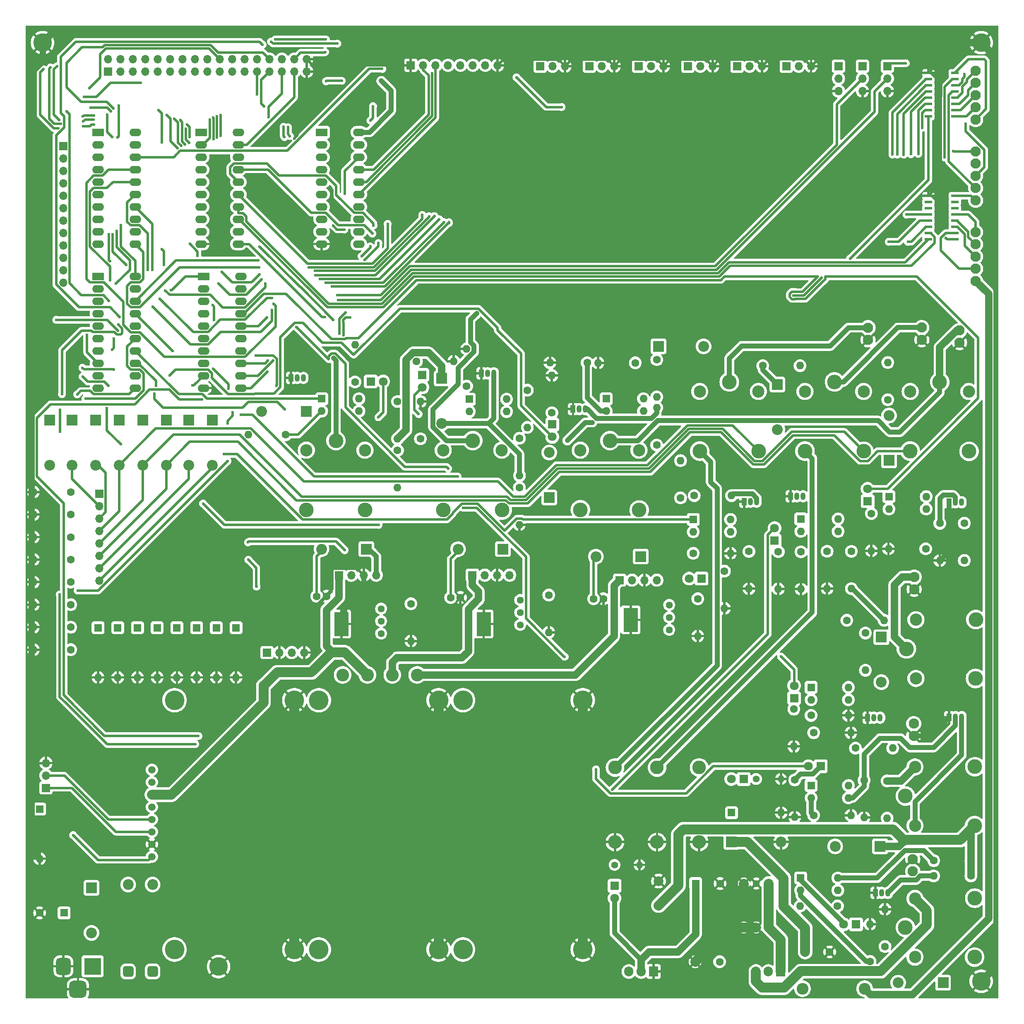
<source format=gbl>
%TF.GenerationSoftware,KiCad,Pcbnew,8.0.6*%
%TF.CreationDate,2024-11-10T21:12:48-06:00*%
%TF.ProjectId,BATER-IA_PCB,42415445-522d-4494-915f-5043422e6b69,01*%
%TF.SameCoordinates,Original*%
%TF.FileFunction,Copper,L2,Bot*%
%TF.FilePolarity,Positive*%
%FSLAX46Y46*%
G04 Gerber Fmt 4.6, Leading zero omitted, Abs format (unit mm)*
G04 Created by KiCad (PCBNEW 8.0.6) date 2024-11-10 21:12:48*
%MOMM*%
%LPD*%
G01*
G04 APERTURE LIST*
G04 Aperture macros list*
%AMRoundRect*
0 Rectangle with rounded corners*
0 $1 Rounding radius*
0 $2 $3 $4 $5 $6 $7 $8 $9 X,Y pos of 4 corners*
0 Add a 4 corners polygon primitive as box body*
4,1,4,$2,$3,$4,$5,$6,$7,$8,$9,$2,$3,0*
0 Add four circle primitives for the rounded corners*
1,1,$1+$1,$2,$3*
1,1,$1+$1,$4,$5*
1,1,$1+$1,$6,$7*
1,1,$1+$1,$8,$9*
0 Add four rect primitives between the rounded corners*
20,1,$1+$1,$2,$3,$4,$5,0*
20,1,$1+$1,$4,$5,$6,$7,0*
20,1,$1+$1,$6,$7,$8,$9,0*
20,1,$1+$1,$8,$9,$2,$3,0*%
G04 Aperture macros list end*
%TA.AperFunction,ComponentPad*%
%ADD10O,2.200000X2.200000*%
%TD*%
%TA.AperFunction,ComponentPad*%
%ADD11R,2.200000X2.200000*%
%TD*%
%TA.AperFunction,ComponentPad*%
%ADD12R,1.700000X1.700000*%
%TD*%
%TA.AperFunction,ComponentPad*%
%ADD13O,1.700000X1.700000*%
%TD*%
%TA.AperFunction,ComponentPad*%
%ADD14R,1.600000X1.600000*%
%TD*%
%TA.AperFunction,ComponentPad*%
%ADD15O,1.600000X1.600000*%
%TD*%
%TA.AperFunction,ComponentPad*%
%ADD16C,3.000000*%
%TD*%
%TA.AperFunction,ComponentPad*%
%ADD17C,2.500000*%
%TD*%
%TA.AperFunction,ComponentPad*%
%ADD18C,1.600000*%
%TD*%
%TA.AperFunction,ComponentPad*%
%ADD19C,2.000000*%
%TD*%
%TA.AperFunction,ComponentPad*%
%ADD20R,2.400000X1.600000*%
%TD*%
%TA.AperFunction,ComponentPad*%
%ADD21O,2.400000X1.600000*%
%TD*%
%TA.AperFunction,ComponentPad*%
%ADD22R,1.905000X2.000000*%
%TD*%
%TA.AperFunction,ComponentPad*%
%ADD23O,1.905000X2.000000*%
%TD*%
%TA.AperFunction,ComponentPad*%
%ADD24C,1.400000*%
%TD*%
%TA.AperFunction,ComponentPad*%
%ADD25O,1.400000X1.400000*%
%TD*%
%TA.AperFunction,ComponentPad*%
%ADD26C,0.600000*%
%TD*%
%TA.AperFunction,SMDPad,CuDef*%
%ADD27R,2.950000X4.900000*%
%TD*%
%TA.AperFunction,ComponentPad*%
%ADD28R,1.050000X1.500000*%
%TD*%
%TA.AperFunction,ComponentPad*%
%ADD29O,1.050000X1.500000*%
%TD*%
%TA.AperFunction,ComponentPad*%
%ADD30C,2.600000*%
%TD*%
%TA.AperFunction,ConnectorPad*%
%ADD31C,3.800000*%
%TD*%
%TA.AperFunction,ComponentPad*%
%ADD32C,2.100000*%
%TD*%
%TA.AperFunction,ComponentPad*%
%ADD33C,4.000000*%
%TD*%
%TA.AperFunction,ComponentPad*%
%ADD34R,1.800000X1.800000*%
%TD*%
%TA.AperFunction,ComponentPad*%
%ADD35C,1.800000*%
%TD*%
%TA.AperFunction,ComponentPad*%
%ADD36RoundRect,0.550000X0.550000X-0.550000X0.550000X0.550000X-0.550000X0.550000X-0.550000X-0.550000X0*%
%TD*%
%TA.AperFunction,ComponentPad*%
%ADD37C,2.200000*%
%TD*%
%TA.AperFunction,ComponentPad*%
%ADD38C,1.440000*%
%TD*%
%TA.AperFunction,ComponentPad*%
%ADD39C,2.800000*%
%TD*%
%TA.AperFunction,ComponentPad*%
%ADD40O,2.800000X2.800000*%
%TD*%
%TA.AperFunction,ComponentPad*%
%ADD41C,1.500000*%
%TD*%
%TA.AperFunction,ComponentPad*%
%ADD42R,3.500000X3.500000*%
%TD*%
%TA.AperFunction,ComponentPad*%
%ADD43RoundRect,0.750000X-0.750000X-1.000000X0.750000X-1.000000X0.750000X1.000000X-0.750000X1.000000X0*%
%TD*%
%TA.AperFunction,ComponentPad*%
%ADD44RoundRect,0.875000X-0.875000X-0.875000X0.875000X-0.875000X0.875000X0.875000X-0.875000X0.875000X0*%
%TD*%
%TA.AperFunction,ComponentPad*%
%ADD45C,2.400000*%
%TD*%
%TA.AperFunction,ComponentPad*%
%ADD46O,2.400000X2.400000*%
%TD*%
%TA.AperFunction,SMDPad,CuDef*%
%ADD47R,1.550000X0.600000*%
%TD*%
%TA.AperFunction,ViaPad*%
%ADD48C,0.600000*%
%TD*%
%TA.AperFunction,Conductor*%
%ADD49C,2.000000*%
%TD*%
%TA.AperFunction,Conductor*%
%ADD50C,0.500000*%
%TD*%
%TA.AperFunction,Conductor*%
%ADD51C,1.500000*%
%TD*%
%TA.AperFunction,Conductor*%
%ADD52C,1.000000*%
%TD*%
%TA.AperFunction,Conductor*%
%ADD53C,1.250000*%
%TD*%
G04 APERTURE END LIST*
D10*
%TO.P,D13,A*%
%TO.N,ADC_CH6*%
X103886000Y-120416000D03*
D11*
%TO.P,D13,K*%
%TO.N,+3.3V*%
X103886000Y-111216000D03*
%TD*%
D10*
%TO.P,D7,A*%
%TO.N,ADC_CH3*%
X89662000Y-120416000D03*
D11*
%TO.P,D7,K*%
%TO.N,+3.3V*%
X89662000Y-111216000D03*
%TD*%
D10*
%TO.P,D5,A*%
%TO.N,ADC_CH2*%
X84836000Y-120416000D03*
D11*
%TO.P,D5,K*%
%TO.N,+3.3V*%
X84836000Y-111216000D03*
%TD*%
D10*
%TO.P,D9,A*%
%TO.N,ADC_CH4*%
X94488000Y-120416000D03*
D11*
%TO.P,D9,K*%
%TO.N,+3.3V*%
X94488000Y-111216000D03*
%TD*%
D10*
%TO.P,D15,A*%
%TO.N,ADC_CH7*%
X108712000Y-120416000D03*
D11*
%TO.P,D15,K*%
%TO.N,+3.3V*%
X108712000Y-111216000D03*
%TD*%
D10*
%TO.P,D1,A*%
%TO.N,ADC_CH0*%
X75438000Y-120416000D03*
D11*
%TO.P,D1,K*%
%TO.N,+3.3V*%
X75438000Y-111216000D03*
%TD*%
D10*
%TO.P,D3,A*%
%TO.N,ADC_CH1*%
X80010000Y-120416000D03*
D11*
%TO.P,D3,K*%
%TO.N,+3.3V*%
X80010000Y-111216000D03*
%TD*%
D10*
%TO.P,D11,A*%
%TO.N,ADC_CH5*%
X99314000Y-120416000D03*
D11*
%TO.P,D11,K*%
%TO.N,+3.3V*%
X99314000Y-111216000D03*
%TD*%
D10*
%TO.P,D17,A*%
%TO.N,Net-(D17-PadA)*%
X84000000Y-216100000D03*
D11*
%TO.P,D17,K*%
%TO.N,Net-(C1-Pad1)*%
X84000000Y-206900000D03*
%TD*%
D10*
%TO.P,D40,A*%
%TO.N,Net-(C6-Pad1)*%
X131044000Y-137586000D03*
D11*
%TO.P,D40,K*%
%TO.N,BMS_OUT_CELL1*%
X140244000Y-137586000D03*
%TD*%
D10*
%TO.P,D21,A*%
%TO.N,Net-(Q1-C)*%
X118780000Y-109400000D03*
D11*
%TO.P,D21,K*%
%TO.N,+12V*%
X127980000Y-109400000D03*
%TD*%
D10*
%TO.P,D33,A*%
%TO.N,Net-(Q7-C)*%
X245580000Y-164810000D03*
D11*
%TO.P,D33,K*%
%TO.N,+12V*%
X245580000Y-155610000D03*
%TD*%
D10*
%TO.P,D22,A*%
%TO.N,Net-(Q2-C)*%
X155660000Y-111890000D03*
D11*
%TO.P,D22,K*%
%TO.N,+12V*%
X155660000Y-102690000D03*
%TD*%
D10*
%TO.P,D23,A*%
%TO.N,Net-(Q3-C)*%
X177650000Y-117850000D03*
D11*
%TO.P,D23,K*%
%TO.N,+12V*%
X177650000Y-127050000D03*
%TD*%
D10*
%TO.P,D34,A*%
%TO.N,Net-(Q8-C)*%
X236120000Y-198390000D03*
D11*
%TO.P,D34,K*%
%TO.N,+12V*%
X245320000Y-198390000D03*
%TD*%
D10*
%TO.P,D42,A*%
%TO.N,Net-(C7-Pad1)*%
X158984000Y-137586000D03*
D11*
%TO.P,D42,K*%
%TO.N,BMS_OUT_CELL2*%
X168184000Y-137586000D03*
%TD*%
D10*
%TO.P,D28,A*%
%TO.N,Net-(Q5-C)*%
X224310000Y-113120000D03*
D11*
%TO.P,D28,K*%
%TO.N,+12V*%
X224310000Y-103920000D03*
%TD*%
D10*
%TO.P,D35,A*%
%TO.N,Net-(Q9-C)*%
X249010000Y-226300000D03*
D11*
%TO.P,D35,K*%
%TO.N,+12V*%
X258210000Y-226300000D03*
%TD*%
D10*
%TO.P,D43,A*%
%TO.N,Net-(C8-Pad1)*%
X187178000Y-139110000D03*
D11*
%TO.P,D43,K*%
%TO.N,BMS_OUT_CELL3*%
X196378000Y-139110000D03*
%TD*%
D10*
%TO.P,D27,A*%
%TO.N,Net-(Q4-C)*%
X209210000Y-96110000D03*
D11*
%TO.P,D27,K*%
%TO.N,+12V*%
X200010000Y-96110000D03*
%TD*%
D10*
%TO.P,D29,A*%
%TO.N,Net-(Q6-C)*%
X247150000Y-110250000D03*
D11*
%TO.P,D29,K*%
%TO.N,+12V*%
X247150000Y-119450000D03*
%TD*%
D12*
%TO.P,J27,1,Pin_1*%
%TO.N,Net-(DC-DC3-Vou+)*%
X192024000Y-143936000D03*
D13*
%TO.P,J27,2,Pin_2*%
%TO.N,/BUFFER LEVEL SHIFTER/PWM4_5V*%
X194564000Y-143936000D03*
%TO.P,J27,3,Pin_3*%
%TO.N,GND*%
X197104000Y-143936000D03*
%TO.P,J27,4,Pin_4*%
%TO.N,BMS_OUT_CELL3*%
X199644000Y-143936000D03*
%TD*%
D14*
%TO.P,O5,1*%
%TO.N,D26_5V*%
X229100000Y-131425000D03*
D15*
%TO.P,O5,2*%
%TO.N,Net-(O5-Pad2)*%
X229100000Y-133965000D03*
%TO.P,O5,3*%
%TO.N,Net-(Q5-B)*%
X236720000Y-133965000D03*
%TO.P,O5,4*%
%TO.N,Net-(O5-Pad4)*%
X236720000Y-131425000D03*
%TD*%
D12*
%TO.P,J5,1,Pin_1*%
%TO.N,GND*%
X149320000Y-38613000D03*
D13*
%TO.P,J5,2,Pin_2*%
%TO.N,/BUFFER LEVEL SHIFTER/GPIO_D43_5V*%
X151860000Y-38613000D03*
%TO.P,J5,3,Pin_3*%
%TO.N,/BUFFER LEVEL SHIFTER/GPIO_D45_5V*%
X154400000Y-38613000D03*
%TO.P,J5,4,Pin_4*%
%TO.N,/BUFFER LEVEL SHIFTER/GPIO_D44_5V*%
X156940000Y-38613000D03*
%TO.P,J5,5,Pin_5*%
%TO.N,/BUFFER LEVEL SHIFTER/GPIO_D46_5V*%
X159480000Y-38613000D03*
%TO.P,J5,6,Pin_6*%
%TO.N,/BUFFER LEVEL SHIFTER/GPIO_D47_5V*%
X162020000Y-38613000D03*
%TO.P,J5,7,Pin_7*%
%TO.N,/BUFFER LEVEL SHIFTER/GPIO_D48_5V*%
X164560000Y-38613000D03*
%TO.P,J5,8,Pin_8*%
%TO.N,GND*%
X167100000Y-38613000D03*
%TD*%
D16*
%TO.P,K8,1*%
%TO.N,LINEAR_ACT_2*%
X250500000Y-188100000D03*
D17*
%TO.P,K8,2*%
%TO.N,Net-(Q8-C)*%
X252450000Y-194150000D03*
D16*
%TO.P,K8,3*%
%TO.N,+12V*%
X264650000Y-194150000D03*
%TO.P,K8,4*%
%TO.N,/RELAY MODULE 1/K8_N_C*%
X264700000Y-182100000D03*
D17*
%TO.P,K8,5*%
%TO.N,+12V*%
X252450000Y-182150000D03*
%TD*%
D18*
%TO.P,R41,1*%
%TO.N,Net-(Q8-B)*%
X242050000Y-184870000D03*
D15*
%TO.P,R41,2*%
%TO.N,GND*%
X242050000Y-192490000D03*
%TD*%
D18*
%TO.P,R70,1*%
%TO.N,ADC_CH3*%
X79756000Y-139736285D03*
D15*
%TO.P,R70,2*%
%TO.N,GND*%
X72136000Y-139736285D03*
%TD*%
D12*
%TO.P,J10,1,Pin_1*%
%TO.N,+5V*%
X205990500Y-38800000D03*
D13*
%TO.P,J10,2,Pin_2*%
%TO.N,PWM_SERVO_4*%
X208530500Y-38800000D03*
%TO.P,J10,3,Pin_3*%
%TO.N,GND*%
X211070500Y-38800000D03*
%TD*%
D14*
%TO.P,D14,1,K*%
%TO.N,ADC_CH6*%
X89379116Y-153670000D03*
D15*
%TO.P,D14,2,A*%
%TO.N,GND*%
X89379116Y-163830000D03*
%TD*%
D18*
%TO.P,R52,1*%
%TO.N,Net-(R52-Pad1)*%
X149352000Y-148762000D03*
D15*
%TO.P,R52,2*%
%TO.N,GND*%
X149352000Y-156382000D03*
%TD*%
D12*
%TO.P,J15,1,Pin_1*%
%TO.N,+5V*%
X236800000Y-38800000D03*
D13*
%TO.P,J15,2,Pin_2*%
%TO.N,PWM_5V_GP_3*%
X236800000Y-41340000D03*
%TO.P,J15,3,Pin_3*%
%TO.N,GND*%
X236800000Y-43880000D03*
%TD*%
D14*
%TO.P,D12,1,K*%
%TO.N,ADC_CH5*%
X93414232Y-153670000D03*
D15*
%TO.P,D12,2,A*%
%TO.N,GND*%
X93414232Y-163830000D03*
%TD*%
D19*
%TO.P,C3,1*%
%TO.N,+12V*%
X200000000Y-210500000D03*
%TO.P,C3,2*%
%TO.N,GND*%
X200000000Y-205500000D03*
%TD*%
D18*
%TO.P,R73,1*%
%TO.N,ADC_CH6*%
X79756000Y-153561140D03*
D15*
%TO.P,R73,2*%
%TO.N,GND*%
X72136000Y-153561140D03*
%TD*%
D20*
%TO.P,U1,1,A->B*%
%TO.N,+5V*%
X85344000Y-52324000D03*
D21*
%TO.P,U1,2,A0*%
%TO.N,PWM_13*%
X85344000Y-54864000D03*
%TO.P,U1,3,A1*%
%TO.N,PWM_12*%
X85344000Y-57404000D03*
%TO.P,U1,4,A2*%
%TO.N,PWM_11*%
X85344000Y-59944000D03*
%TO.P,U1,5,A3*%
%TO.N,PWM_10*%
X85344000Y-62484000D03*
%TO.P,U1,6,A4*%
%TO.N,PWM_09*%
X85344000Y-65024000D03*
%TO.P,U1,7,A5*%
%TO.N,PWM_08*%
X85344000Y-67564000D03*
%TO.P,U1,8,A6*%
%TO.N,PWM_07*%
X85344000Y-70104000D03*
%TO.P,U1,9,A7*%
%TO.N,PWM_06*%
X85344000Y-72644000D03*
%TO.P,U1,10,GND*%
%TO.N,GND*%
X85344000Y-75184000D03*
%TO.P,U1,11,B7*%
%TO.N,PWM_SERVO_2*%
X92964000Y-75184000D03*
%TO.P,U1,12,B6*%
%TO.N,PWM_SERVO_3*%
X92964000Y-72644000D03*
%TO.P,U1,13,B5*%
%TO.N,PWM_SERVO_4*%
X92964000Y-70104000D03*
%TO.P,U1,14,B4*%
%TO.N,PWM_SERVO_5*%
X92964000Y-67564000D03*
%TO.P,U1,15,B3*%
%TO.N,PWM_SERVO_6*%
X92964000Y-65024000D03*
%TO.P,U1,16,B2*%
%TO.N,PWM_5V_GP_1*%
X92964000Y-62484000D03*
%TO.P,U1,17,B1*%
%TO.N,PWM_5V_GP_2*%
X92964000Y-59944000D03*
%TO.P,U1,18,B0*%
%TO.N,PWM_5V_GP_3*%
X92964000Y-57404000D03*
%TO.P,U1,19,CE*%
%TO.N,D49*%
X92964000Y-54864000D03*
%TO.P,U1,20,VCC*%
%TO.N,+5V*%
X92964000Y-52324000D03*
%TD*%
D18*
%TO.P,R43,1*%
%TO.N,Net-(O7-Pad4)*%
X238510000Y-152150000D03*
D15*
%TO.P,R43,2*%
%TO.N,+12V*%
X246130000Y-152150000D03*
%TD*%
D22*
%TO.P,U7,1,ADJ*%
%TO.N,Net-(U7-ADJ)*%
X225000000Y-224000000D03*
D23*
%TO.P,U7,2,OUT*%
%TO.N,+5V*%
X222460000Y-224000000D03*
%TO.P,U7,3,VIN*%
%TO.N,+12V*%
X219920000Y-224000000D03*
%TD*%
D18*
%TO.P,R67,1*%
%TO.N,ADC_CH0*%
X79756000Y-125911430D03*
D15*
%TO.P,R67,2*%
%TO.N,GND*%
X72136000Y-125911430D03*
%TD*%
D24*
%TO.P,R50,1*%
%TO.N,Net-(D36-K)*%
X191008000Y-202184000D03*
D25*
%TO.P,R50,2*%
%TO.N,GND*%
X196088000Y-202184000D03*
%TD*%
D18*
%TO.P,C5,1*%
%TO.N,+5V*%
X230000000Y-220000000D03*
%TO.P,C5,2*%
%TO.N,GND*%
X235000000Y-220000000D03*
%TD*%
D26*
%TO.P,CN2,9,TERMAL_PAD*%
%TO.N,GND*%
X164876000Y-154858000D03*
X164876000Y-153558000D03*
X164876000Y-152258000D03*
X164876000Y-150958000D03*
D27*
X164226000Y-152908000D03*
D26*
X163576000Y-154858000D03*
X163576000Y-153558000D03*
X163576000Y-152258000D03*
X163576000Y-150958000D03*
%TD*%
D28*
%TO.P,Q5,1,E*%
%TO.N,GND*%
X227030000Y-126790000D03*
D29*
%TO.P,Q5,2,B*%
%TO.N,Net-(Q5-B)*%
X228300000Y-126790000D03*
%TO.P,Q5,3,C*%
%TO.N,Net-(Q5-C)*%
X229570000Y-126790000D03*
%TD*%
D18*
%TO.P,R21,1*%
%TO.N,Net-(D26-K)*%
X243540000Y-130310000D03*
D15*
%TO.P,R21,2*%
%TO.N,GND*%
X243540000Y-137930000D03*
%TD*%
D20*
%TO.P,U2,1,A->B*%
%TO.N,+5V*%
X85344000Y-81788000D03*
D21*
%TO.P,U2,2,A0*%
%TO.N,PWM_05*%
X85344000Y-84328000D03*
%TO.P,U2,3,A1*%
%TO.N,PWM_04*%
X85344000Y-86868000D03*
%TO.P,U2,4,A2*%
%TO.N,PWM_03*%
X85344000Y-89408000D03*
%TO.P,U2,5,A3*%
%TO.N,PWM_02*%
X85344000Y-91948000D03*
%TO.P,U2,6,A4*%
%TO.N,D22*%
X85344000Y-94488000D03*
%TO.P,U2,7,A5*%
%TO.N,D23*%
X85344000Y-97028000D03*
%TO.P,U2,8,A6*%
%TO.N,D24*%
X85344000Y-99568000D03*
%TO.P,U2,9,A7*%
%TO.N,D25*%
X85344000Y-102108000D03*
%TO.P,U2,10,GND*%
%TO.N,GND*%
X85344000Y-104648000D03*
%TO.P,U2,11,B7*%
%TO.N,D25_5V*%
X92964000Y-104648000D03*
%TO.P,U2,12,B6*%
%TO.N,D24_5V*%
X92964000Y-102108000D03*
%TO.P,U2,13,B5*%
%TO.N,D23_5V*%
X92964000Y-99568000D03*
%TO.P,U2,14,B4*%
%TO.N,D22_5V*%
X92964000Y-97028000D03*
%TO.P,U2,15,B3*%
%TO.N,/BUFFER LEVEL SHIFTER/PWM2_5V*%
X92964000Y-94488000D03*
%TO.P,U2,16,B2*%
%TO.N,/BUFFER LEVEL SHIFTER/PWM3_5V*%
X92964000Y-91948000D03*
%TO.P,U2,17,B1*%
%TO.N,/BUFFER LEVEL SHIFTER/PWM4_5V*%
X92964000Y-89408000D03*
%TO.P,U2,18,B0*%
%TO.N,PWM_SERVO_1*%
X92964000Y-86868000D03*
%TO.P,U2,19,CE*%
%TO.N,D50*%
X92964000Y-84328000D03*
%TO.P,U2,20,VCC*%
%TO.N,+5V*%
X92964000Y-81788000D03*
%TD*%
D30*
%TO.P,H4,1,1*%
%TO.N,GND*%
X110000000Y-223000000D03*
D31*
X110000000Y-223000000D03*
%TD*%
D14*
%TO.P,D10,1,K*%
%TO.N,ADC_CH4*%
X97449348Y-153670000D03*
D15*
%TO.P,D10,2,A*%
%TO.N,GND*%
X97449348Y-163830000D03*
%TD*%
D12*
%TO.P,J14,1,Pin_1*%
%TO.N,+5V*%
X241700000Y-38800000D03*
D13*
%TO.P,J14,2,Pin_2*%
%TO.N,PWM_5V_GP_2*%
X241700000Y-41340000D03*
%TO.P,J14,3,Pin_3*%
%TO.N,GND*%
X241700000Y-43880000D03*
%TD*%
D14*
%TO.P,D4,1,K*%
%TO.N,ADC_CH1*%
X109554696Y-153670000D03*
D15*
%TO.P,D4,2,A*%
%TO.N,GND*%
X109554696Y-163830000D03*
%TD*%
D18*
%TO.P,R31,1*%
%TO.N,+12V*%
X207300000Y-126660000D03*
D15*
%TO.P,R31,2*%
%TO.N,Net-(Q4-C)*%
X214920000Y-126660000D03*
%TD*%
D18*
%TO.P,R9,1*%
%TO.N,Net-(O3-Pad2)*%
X185400000Y-99470000D03*
D15*
%TO.P,R9,2*%
%TO.N,GND*%
X177780000Y-99470000D03*
%TD*%
D20*
%TO.P,U3,1,A->B*%
%TO.N,+5V*%
X106926500Y-81788000D03*
D21*
%TO.P,U3,2,A0*%
%TO.N,D26*%
X106926500Y-84328000D03*
%TO.P,U3,3,A1*%
%TO.N,D27*%
X106926500Y-86868000D03*
%TO.P,U3,4,A2*%
%TO.N,D28*%
X106926500Y-89408000D03*
%TO.P,U3,5,A3*%
%TO.N,D29*%
X106926500Y-91948000D03*
%TO.P,U3,6,A4*%
%TO.N,D30*%
X106926500Y-94488000D03*
%TO.P,U3,7,A5*%
%TO.N,D31*%
X106926500Y-97028000D03*
%TO.P,U3,8,A6*%
%TO.N,D32*%
X106926500Y-99568000D03*
%TO.P,U3,9,A7*%
%TO.N,D33*%
X106926500Y-102108000D03*
%TO.P,U3,10,GND*%
%TO.N,GND*%
X106926500Y-104648000D03*
%TO.P,U3,11,B7*%
%TO.N,D33_5V*%
X114546500Y-104648000D03*
%TO.P,U3,12,B6*%
%TO.N,D32_5V*%
X114546500Y-102108000D03*
%TO.P,U3,13,B5*%
%TO.N,D31_5V*%
X114546500Y-99568000D03*
%TO.P,U3,14,B4*%
%TO.N,D30_5V*%
X114546500Y-97028000D03*
%TO.P,U3,15,B3*%
%TO.N,D29_5V*%
X114546500Y-94488000D03*
%TO.P,U3,16,B2*%
%TO.N,D28_5V*%
X114546500Y-91948000D03*
%TO.P,U3,17,B1*%
%TO.N,D27_5V*%
X114546500Y-89408000D03*
%TO.P,U3,18,B0*%
%TO.N,D26_5V*%
X114546500Y-86868000D03*
%TO.P,U3,19,CE*%
%TO.N,D51*%
X114546500Y-84328000D03*
%TO.P,U3,20,VCC*%
%TO.N,+5V*%
X114546500Y-81788000D03*
%TD*%
D18*
%TO.P,R11,1*%
%TO.N,Net-(Q2-B)*%
X171530000Y-124980000D03*
D15*
%TO.P,R11,2*%
%TO.N,GND*%
X171530000Y-132600000D03*
%TD*%
D12*
%TO.P,J28,1,Pin_1*%
%TO.N,ADC_CH7*%
X119888000Y-158750000D03*
D13*
%TO.P,J28,2,Pin_2*%
%TO.N,GND*%
X122428000Y-158750000D03*
%TO.P,J28,3,Pin_3*%
%TO.N,ADC_CH6*%
X124968000Y-158750000D03*
%TO.P,J28,4,Pin_4*%
%TO.N,GND*%
X127508000Y-158750000D03*
%TD*%
D32*
%TO.P,J20,1*%
%TO.N,CELL_2*%
X253850000Y-92280000D03*
%TO.P,J20,2*%
%TO.N,GND*%
X253850000Y-94780000D03*
%TD*%
D14*
%TO.P,D6,1,K*%
%TO.N,ADC_CH2*%
X105519580Y-153670000D03*
D15*
%TO.P,D6,2,A*%
%TO.N,GND*%
X105519580Y-163830000D03*
%TD*%
D18*
%TO.P,R25,1*%
%TO.N,Net-(Q4-B)*%
X218490000Y-138070000D03*
D15*
%TO.P,R25,2*%
%TO.N,GND*%
X218490000Y-145690000D03*
%TD*%
D16*
%TO.P,K4,1*%
%TO.N,CELL_1*%
X214475000Y-103400000D03*
D17*
%TO.P,K4,2*%
%TO.N,Net-(Q4-C)*%
X208425000Y-105350000D03*
D16*
%TO.P,K4,3*%
%TO.N,/RELAY MODULE 1/K4_N_O*%
X208425000Y-117550000D03*
%TO.P,K4,4*%
%TO.N,ADC_CH3*%
X220475000Y-117600000D03*
D17*
%TO.P,K4,5*%
%TO.N,+12V*%
X220425000Y-105350000D03*
%TD*%
D33*
%TO.P,DC-DC2,1,Vin+*%
%TO.N,+12V*%
X130500000Y-219500000D03*
%TO.P,DC-DC2,2,Vin-*%
%TO.N,GND*%
X155000000Y-219500000D03*
%TO.P,DC-DC2,3,Vou+*%
%TO.N,Net-(DC-DC2-Vou+)*%
X130500000Y-168500000D03*
%TO.P,DC-DC2,4,Vou-*%
%TO.N,GND*%
X155000000Y-168500000D03*
%TD*%
D18*
%TO.P,R68,1*%
%TO.N,ADC_CH1*%
X79756000Y-130519715D03*
D15*
%TO.P,R68,2*%
%TO.N,GND*%
X72136000Y-130519715D03*
%TD*%
D34*
%TO.P,D18,1,K*%
%TO.N,Net-(D18-K)*%
X141125000Y-103300000D03*
D35*
%TO.P,D18,2,A*%
%TO.N,D22_5V*%
X143665000Y-103300000D03*
%TD*%
D12*
%TO.P,J2,1,Pin_1*%
%TO.N,SCL1*%
X74676000Y-186436000D03*
D13*
%TO.P,J2,2,Pin_2*%
%TO.N,SDA1*%
X74676000Y-183896000D03*
%TO.P,J2,3,Pin_3*%
%TO.N,GND*%
X74676000Y-181356000D03*
%TD*%
D18*
%TO.P,R26,1*%
%TO.N,Net-(Q5-B)*%
X234480000Y-138040000D03*
D15*
%TO.P,R26,2*%
%TO.N,GND*%
X234480000Y-145660000D03*
%TD*%
D28*
%TO.P,Q9,1,E*%
%TO.N,GND*%
X244360000Y-207910000D03*
D29*
%TO.P,Q9,2,B*%
%TO.N,Net-(Q9-B)*%
X245630000Y-207910000D03*
%TO.P,Q9,3,C*%
%TO.N,Net-(Q9-C)*%
X246900000Y-207910000D03*
%TD*%
D36*
%TO.P,F1,1*%
%TO.N,Net-(C1-Pad1)*%
X91500000Y-224000000D03*
X96500000Y-224000000D03*
D37*
%TO.P,F1,2*%
%TO.N,+12V*%
X91500000Y-206200000D03*
X96500000Y-206200000D03*
%TD*%
D14*
%TO.P,D38,1,K*%
%TO.N,+5V*%
X214920000Y-191500000D03*
D15*
%TO.P,D38,2,A*%
%TO.N,GND*%
X225080000Y-191500000D03*
%TD*%
D18*
%TO.P,R17,1*%
%TO.N,+12V*%
X171550000Y-114920000D03*
D15*
%TO.P,R17,2*%
%TO.N,Net-(Q2-C)*%
X171550000Y-122540000D03*
%TD*%
D14*
%TO.P,O2,1*%
%TO.N,D23_5V*%
X161300000Y-106925000D03*
D15*
%TO.P,O2,2*%
%TO.N,Net-(O2-Pad2)*%
X161300000Y-109465000D03*
%TO.P,O2,3*%
%TO.N,Net-(Q2-B)*%
X168920000Y-109465000D03*
%TO.P,O2,4*%
%TO.N,Net-(O2-Pad4)*%
X168920000Y-106925000D03*
%TD*%
D32*
%TO.P,J16,1*%
%TO.N,+5V*%
X264855000Y-49729000D03*
%TO.P,J16,2*%
%TO.N,/STEPPER MOTOR DRIVER/STP_M1_OUT_1*%
X264855000Y-47229000D03*
%TO.P,J16,3*%
%TO.N,/STEPPER MOTOR DRIVER/STP_M1_OUT_2*%
X264855000Y-44729000D03*
%TO.P,J16,4*%
%TO.N,/STEPPER MOTOR DRIVER/STP_M1_OUT_3*%
X264855000Y-42229000D03*
%TO.P,J16,5*%
%TO.N,/STEPPER MOTOR DRIVER/STP_M1_OUT_4*%
X264855000Y-39729000D03*
%TD*%
%TO.P,J23,1*%
%TO.N,LINEAR_ACT_2*%
X252200000Y-173300000D03*
%TO.P,J23,2*%
%TO.N,GND*%
X252200000Y-175800000D03*
%TD*%
D18*
%TO.P,R38,1*%
%TO.N,Net-(O8-Pad2)*%
X231730000Y-192030000D03*
D15*
%TO.P,R38,2*%
%TO.N,GND*%
X239350000Y-192030000D03*
%TD*%
D30*
%TO.P,H2,1,1*%
%TO.N,GND*%
X266000000Y-34000000D03*
D31*
X266000000Y-34000000D03*
%TD*%
D18*
%TO.P,R54,1*%
%TO.N,Net-(R54-Pad1)*%
X208026000Y-147746000D03*
D15*
%TO.P,R54,2*%
%TO.N,GND*%
X208026000Y-155366000D03*
%TD*%
D32*
%TO.P,J22,1*%
%TO.N,LINEAR_ACT_1*%
X252295000Y-143300000D03*
%TO.P,J22,2*%
%TO.N,GND*%
X252295000Y-145800000D03*
%TD*%
D18*
%TO.P,R28,1*%
%TO.N,Net-(O4-Pad4)*%
X204500000Y-127110000D03*
D15*
%TO.P,R28,2*%
%TO.N,+12V*%
X204500000Y-119490000D03*
%TD*%
D18*
%TO.P,C6,1*%
%TO.N,Net-(C6-Pad1)*%
X130080000Y-147238000D03*
%TO.P,C6,2*%
%TO.N,GND*%
X132080000Y-147238000D03*
%TD*%
D14*
%TO.P,D41,1,K*%
%TO.N,Net-(D41-K)*%
X73406000Y-190754000D03*
D15*
%TO.P,D41,2,A*%
%TO.N,GND*%
X73406000Y-200914000D03*
%TD*%
D14*
%TO.P,C1,1*%
%TO.N,Net-(C1-Pad1)*%
X78402651Y-212000000D03*
D18*
%TO.P,C1,2*%
%TO.N,GND*%
X73402651Y-212000000D03*
%TD*%
D38*
%TO.P,R_POT1,1,1*%
%TO.N,Net-(U7-ADJ)*%
X222540000Y-215000000D03*
%TO.P,R_POT1,2,2*%
%TO.N,GND*%
X220000000Y-215000000D03*
%TO.P,R_POT1,3,3*%
X217460000Y-215000000D03*
%TD*%
D16*
%TO.P,K2,1*%
%TO.N,CELL_2*%
X162000000Y-115400000D03*
D17*
%TO.P,K2,2*%
%TO.N,Net-(Q2-C)*%
X155950000Y-117350000D03*
D16*
%TO.P,K2,3*%
%TO.N,ADC_CH1*%
X155950000Y-129550000D03*
%TO.P,K2,4*%
%TO.N,BMS_OUT_CELL2*%
X168000000Y-129600000D03*
D17*
%TO.P,K2,5*%
%TO.N,+12V*%
X167950000Y-117350000D03*
%TD*%
D34*
%TO.P,D26,1,K*%
%TO.N,Net-(D26-K)*%
X242760000Y-127795000D03*
D35*
%TO.P,D26,2,A*%
%TO.N,D27_5V*%
X242760000Y-125255000D03*
%TD*%
D14*
%TO.P,D2,1,K*%
%TO.N,ADC_CH0*%
X113589812Y-153670000D03*
D15*
%TO.P,D2,2,A*%
%TO.N,GND*%
X113589812Y-163830000D03*
%TD*%
D38*
%TO.P,R_POT4,1,1*%
%TO.N,Net-(CN2-ISET)*%
X171704000Y-153090000D03*
%TO.P,R_POT4,2,2*%
%TO.N,Net-(R53-Pad1)*%
X171704000Y-150550000D03*
%TO.P,R_POT4,3,3*%
X171704000Y-148010000D03*
%TD*%
D12*
%TO.P,J11,1,Pin_1*%
%TO.N,+5V*%
X216055250Y-38800000D03*
D13*
%TO.P,J11,2,Pin_2*%
%TO.N,PWM_SERVO_5*%
X218595250Y-38800000D03*
%TO.P,J11,3,Pin_3*%
%TO.N,GND*%
X221135250Y-38800000D03*
%TD*%
D18*
%TO.P,R6,1*%
%TO.N,Net-(D20-K)*%
X178190000Y-109700000D03*
D15*
%TO.P,R6,2*%
%TO.N,GND*%
X178190000Y-102080000D03*
%TD*%
D14*
%TO.P,O1,1*%
%TO.N,D22_5V*%
X131100000Y-106825000D03*
D15*
%TO.P,O1,2*%
%TO.N,Net-(O1-Pad2)*%
X131100000Y-109365000D03*
%TO.P,O1,3*%
%TO.N,Net-(Q1-B)*%
X138720000Y-109365000D03*
%TO.P,O1,4*%
%TO.N,Net-(O1-Pad4)*%
X138720000Y-106825000D03*
%TD*%
D24*
%TO.P,R51,1*%
%TO.N,Net-(D39-K)*%
X219950000Y-184620000D03*
D25*
%TO.P,R51,2*%
%TO.N,GND*%
X225030000Y-184620000D03*
%TD*%
D18*
%TO.P,R71,1*%
%TO.N,ADC_CH4*%
X79756000Y-144344570D03*
D15*
%TO.P,R71,2*%
%TO.N,GND*%
X72136000Y-144344570D03*
%TD*%
D33*
%TO.P,DC-DC1,1,Vin+*%
%TO.N,+12V*%
X101000000Y-219500000D03*
%TO.P,DC-DC1,2,Vin-*%
%TO.N,GND*%
X125500000Y-219500000D03*
%TO.P,DC-DC1,3,Vou+*%
%TO.N,Net-(DC-DC1-Vou+)*%
X101000000Y-168500000D03*
%TO.P,DC-DC1,4,Vou-*%
%TO.N,GND*%
X125500000Y-168500000D03*
%TD*%
D39*
%TO.P,R2,1*%
%TO.N,/RELAY MODULE 1/K5_N_O*%
X199700000Y-182280000D03*
D40*
%TO.P,R2,2*%
%TO.N,GND*%
X199700000Y-197520000D03*
%TD*%
D14*
%TO.P,O4,1*%
%TO.N,D25_5V*%
X207100000Y-131525000D03*
D15*
%TO.P,O4,2*%
%TO.N,Net-(O4-Pad2)*%
X207100000Y-134065000D03*
%TO.P,O4,3*%
%TO.N,Net-(Q4-B)*%
X214720000Y-134065000D03*
%TO.P,O4,4*%
%TO.N,Net-(O4-Pad4)*%
X214720000Y-131525000D03*
%TD*%
D12*
%TO.P,J1,1,Pin_1*%
%TO.N,ADC_CH0*%
X85598000Y-126238000D03*
D13*
%TO.P,J1,2,Pin_2*%
%TO.N,ADC_CH1*%
X85598000Y-128778000D03*
%TO.P,J1,3,Pin_3*%
%TO.N,ADC_CH2*%
X85598000Y-131318000D03*
%TO.P,J1,4,Pin_4*%
%TO.N,ADC_CH3*%
X85598000Y-133858000D03*
%TO.P,J1,5,Pin_5*%
%TO.N,ADC_CH4*%
X85598000Y-136398000D03*
%TO.P,J1,6,Pin_6*%
%TO.N,ADC_CH5*%
X85598000Y-138938000D03*
%TO.P,J1,7,Pin_7*%
%TO.N,ADC_CH6*%
X85598000Y-141478000D03*
%TO.P,J1,8,Pin_8*%
%TO.N,ADC_CH7*%
X85598000Y-144018000D03*
%TD*%
D18*
%TO.P,R10,1*%
%TO.N,Net-(Q1-B)*%
X151300000Y-115020000D03*
D15*
%TO.P,R10,2*%
%TO.N,GND*%
X151300000Y-107400000D03*
%TD*%
D18*
%TO.P,R5,1*%
%TO.N,Net-(D19-K)*%
X150480000Y-99180000D03*
D15*
%TO.P,R5,2*%
%TO.N,GND*%
X158100000Y-99180000D03*
%TD*%
D32*
%TO.P,J17,1*%
%TO.N,+5V*%
X264855000Y-66239000D03*
%TO.P,J17,2*%
%TO.N,/STEPPER MOTOR DRIVER/STP_M2_OUT_1*%
X264855000Y-63739000D03*
%TO.P,J17,3*%
%TO.N,/STEPPER MOTOR DRIVER/STP_M2_OUT_2*%
X264855000Y-61239000D03*
%TO.P,J17,4*%
%TO.N,/STEPPER MOTOR DRIVER/STP_M2_OUT_3*%
X264855000Y-58739000D03*
%TO.P,J17,5*%
%TO.N,/STEPPER MOTOR DRIVER/STP_M2_OUT_4*%
X264855000Y-56239000D03*
%TD*%
D18*
%TO.P,R74,1*%
%TO.N,ADC_CH7*%
X79756000Y-158169430D03*
D15*
%TO.P,R74,2*%
%TO.N,GND*%
X72136000Y-158169430D03*
%TD*%
D18*
%TO.P,R18,1*%
%TO.N,+12V*%
X199630000Y-116300000D03*
D15*
%TO.P,R18,2*%
%TO.N,Net-(Q3-C)*%
X199630000Y-108680000D03*
%TD*%
D34*
%TO.P,D30,1,K*%
%TO.N,Net-(D30-K)*%
X227730000Y-168065000D03*
D35*
%TO.P,D30,2,A*%
%TO.N,D28_5V*%
X227730000Y-165525000D03*
%TD*%
D28*
%TO.P,Q1,1,E*%
%TO.N,GND*%
X124830000Y-102575000D03*
D29*
%TO.P,Q1,2,B*%
%TO.N,Net-(Q1-B)*%
X126100000Y-102575000D03*
%TO.P,Q1,3,C*%
%TO.N,Net-(Q1-C)*%
X127370000Y-102575000D03*
%TD*%
D28*
%TO.P,Q8,1,E*%
%TO.N,GND*%
X259460000Y-171960000D03*
D29*
%TO.P,Q8,2,B*%
%TO.N,Net-(Q8-B)*%
X260730000Y-171960000D03*
%TO.P,Q8,3,C*%
%TO.N,Net-(Q8-C)*%
X262000000Y-171960000D03*
%TD*%
D32*
%TO.P,J18,1*%
%TO.N,+5V*%
X264855000Y-82749000D03*
%TO.P,J18,2*%
%TO.N,/STEPPER MOTOR DRIVER/STP_M3_OUT_1*%
X264855000Y-80249000D03*
%TO.P,J18,3*%
%TO.N,/STEPPER MOTOR DRIVER/STP_M3_OUT_2*%
X264855000Y-77749000D03*
%TO.P,J18,4*%
%TO.N,/STEPPER MOTOR DRIVER/STP_M3_OUT_3*%
X264855000Y-75249000D03*
%TO.P,J18,5*%
%TO.N,/STEPPER MOTOR DRIVER/STP_M3_OUT_4*%
X264855000Y-72749000D03*
%TD*%
D14*
%TO.P,O9,1*%
%TO.N,D30_5V*%
X229060000Y-204855000D03*
D15*
%TO.P,O9,2*%
%TO.N,Net-(O9-Pad2)*%
X229060000Y-207395000D03*
%TO.P,O9,3*%
%TO.N,Net-(Q9-B)*%
X236680000Y-207395000D03*
%TO.P,O9,4*%
%TO.N,Net-(O9-Pad4)*%
X236680000Y-204855000D03*
%TD*%
D34*
%TO.P,D31,1,K*%
%TO.N,Net-(D31-K)*%
X233180000Y-182000000D03*
D35*
%TO.P,D31,2,A*%
%TO.N,D29_5V*%
X230640000Y-182000000D03*
%TD*%
D34*
%TO.P,D25,1,K*%
%TO.N,Net-(D25-K)*%
X223740000Y-135845000D03*
D35*
%TO.P,D25,2,A*%
%TO.N,D26_5V*%
X223740000Y-133305000D03*
%TD*%
D18*
%TO.P,R22,1*%
%TO.N,Net-(O4-Pad2)*%
X207090000Y-138450000D03*
D15*
%TO.P,R22,2*%
%TO.N,GND*%
X214710000Y-138450000D03*
%TD*%
D18*
%TO.P,R15,1*%
%TO.N,Net-(O3-Pad4)*%
X199640000Y-98840000D03*
D15*
%TO.P,R15,2*%
%TO.N,+12V*%
X199640000Y-106460000D03*
%TD*%
D14*
%TO.P,O3,1*%
%TO.N,D24_5V*%
X189300000Y-106825000D03*
D15*
%TO.P,O3,2*%
%TO.N,Net-(O3-Pad2)*%
X189300000Y-109365000D03*
%TO.P,O3,3*%
%TO.N,Net-(Q3-B)*%
X196920000Y-109365000D03*
%TO.P,O3,4*%
%TO.N,Net-(O3-Pad4)*%
X196920000Y-106825000D03*
%TD*%
D20*
%TO.P,U4,1,A->B*%
%TO.N,+5V*%
X106426000Y-52324000D03*
D21*
%TO.P,U4,2,A0*%
%TO.N,D34*%
X106426000Y-54864000D03*
%TO.P,U4,3,A1*%
%TO.N,D35*%
X106426000Y-57404000D03*
%TO.P,U4,4,A2*%
%TO.N,D36*%
X106426000Y-59944000D03*
%TO.P,U4,5,A3*%
%TO.N,D37*%
X106426000Y-62484000D03*
%TO.P,U4,6,A4*%
%TO.N,D38*%
X106426000Y-65024000D03*
%TO.P,U4,7,A5*%
%TO.N,D39*%
X106426000Y-67564000D03*
%TO.P,U4,8,A6*%
%TO.N,D40*%
X106426000Y-70104000D03*
%TO.P,U4,9,A7*%
%TO.N,D41*%
X106426000Y-72644000D03*
%TO.P,U4,10,GND*%
%TO.N,GND*%
X106426000Y-75184000D03*
%TO.P,U4,11,B7*%
%TO.N,D41_5V*%
X114046000Y-75184000D03*
%TO.P,U4,12,B6*%
%TO.N,D40_5V*%
X114046000Y-72644000D03*
%TO.P,U4,13,B5*%
%TO.N,D39_5V*%
X114046000Y-70104000D03*
%TO.P,U4,14,B4*%
%TO.N,D38_5V*%
X114046000Y-67564000D03*
%TO.P,U4,15,B3*%
%TO.N,D37_5V*%
X114046000Y-65024000D03*
%TO.P,U4,16,B2*%
%TO.N,D36_5V*%
X114046000Y-62484000D03*
%TO.P,U4,17,B1*%
%TO.N,D35_5V*%
X114046000Y-59944000D03*
%TO.P,U4,18,B0*%
%TO.N,D34_5V*%
X114046000Y-57404000D03*
%TO.P,U4,19,CE*%
%TO.N,D52*%
X114046000Y-54864000D03*
%TO.P,U4,20,VCC*%
%TO.N,+5V*%
X114046000Y-52324000D03*
%TD*%
D41*
%TO.P,INA1,1,VCC*%
%TO.N,+3.3V*%
X96368000Y-200516000D03*
%TO.P,INA1,2,GND*%
%TO.N,GND*%
X96368000Y-197976000D03*
%TO.P,INA1,3,SCL*%
%TO.N,SCL1*%
X96368000Y-195436000D03*
%TO.P,INA1,4,SDA*%
%TO.N,SDA1*%
X96368000Y-192896000D03*
%TO.P,INA1,5,ALERT*%
%TO.N,unconnected-(INA1-ALERT-Pad5)*%
X96368000Y-190356000D03*
%TO.P,INA1,6,VBUS*%
%TO.N,Net-(D41-K)*%
X96368000Y-187816000D03*
%TO.P,INA1,7,IN-*%
X96368000Y-185276000D03*
%TO.P,INA1,8,IN+*%
%TO.N,Net-(DC-DC1-Vou+)*%
X96368000Y-182736000D03*
%TD*%
D32*
%TO.P,J21,1*%
%TO.N,CELL_3*%
X261570000Y-92860000D03*
%TO.P,J21,2*%
%TO.N,GND*%
X261570000Y-95360000D03*
%TD*%
D16*
%TO.P,K9,1*%
%TO.N,LINEAR_ACT_3*%
X250500000Y-215000000D03*
D17*
%TO.P,K9,2*%
%TO.N,Net-(Q9-C)*%
X252450000Y-221050000D03*
D16*
%TO.P,K9,3*%
%TO.N,+12V*%
X264650000Y-221050000D03*
%TO.P,K9,4*%
%TO.N,/RELAY MODULE 1/K9_N_C*%
X264700000Y-209000000D03*
D17*
%TO.P,K9,5*%
%TO.N,+12V*%
X252450000Y-209050000D03*
%TD*%
D12*
%TO.P,J9,1,Pin_1*%
%TO.N,+5V*%
X195925750Y-38800000D03*
D13*
%TO.P,J9,2,Pin_2*%
%TO.N,PWM_SERVO_3*%
X198465750Y-38800000D03*
%TO.P,J9,3,Pin_3*%
%TO.N,GND*%
X201005750Y-38800000D03*
%TD*%
D32*
%TO.P,J24,1*%
%TO.N,LINEAR_ACT_3*%
X252000000Y-203500000D03*
%TO.P,J24,2*%
%TO.N,GND*%
X252000000Y-201000000D03*
%TD*%
D14*
%TO.P,D8,1,K*%
%TO.N,ADC_CH3*%
X101484464Y-153670000D03*
D15*
%TO.P,D8,2,A*%
%TO.N,GND*%
X101484464Y-163830000D03*
%TD*%
D16*
%TO.P,K6,1*%
%TO.N,CELL_3*%
X257525000Y-103400000D03*
D17*
%TO.P,K6,2*%
%TO.N,Net-(Q6-C)*%
X251475000Y-105350000D03*
D16*
%TO.P,K6,3*%
%TO.N,ADC_CH5*%
X251475000Y-117550000D03*
%TO.P,K6,4*%
%TO.N,/RELAY MODULE 1/K6_N_C*%
X263525000Y-117600000D03*
D17*
%TO.P,K6,5*%
%TO.N,+12V*%
X263475000Y-105350000D03*
%TD*%
D18*
%TO.P,R46,1*%
%TO.N,+12V*%
X242320000Y-154760000D03*
D15*
%TO.P,R46,2*%
%TO.N,Net-(Q7-C)*%
X242320000Y-162380000D03*
%TD*%
D18*
%TO.P,R37,1*%
%TO.N,Net-(O7-Pad2)*%
X231740000Y-175150000D03*
D15*
%TO.P,R37,2*%
%TO.N,GND*%
X239360000Y-175150000D03*
%TD*%
D33*
%TO.P,DC-DC3,1,Vin+*%
%TO.N,+12V*%
X160000000Y-219500000D03*
%TO.P,DC-DC3,2,Vin-*%
%TO.N,GND*%
X184500000Y-219500000D03*
%TO.P,DC-DC3,3,Vou+*%
%TO.N,Net-(DC-DC3-Vou+)*%
X160000000Y-168500000D03*
%TO.P,DC-DC3,4,Vou-*%
%TO.N,GND*%
X184500000Y-168500000D03*
%TD*%
D38*
%TO.P,R_POT5,1,1*%
%TO.N,Net-(CN3-ISET)*%
X202184000Y-154096000D03*
%TO.P,R_POT5,2,2*%
%TO.N,Net-(R54-Pad1)*%
X202184000Y-151556000D03*
%TO.P,R_POT5,3,3*%
X202184000Y-149016000D03*
%TD*%
D16*
%TO.P,K3,1*%
%TO.N,CELL_3*%
X190050000Y-115400000D03*
D17*
%TO.P,K3,2*%
%TO.N,Net-(Q3-C)*%
X184000000Y-117350000D03*
D16*
%TO.P,K3,3*%
%TO.N,ADC_CH2*%
X184000000Y-129550000D03*
%TO.P,K3,4*%
%TO.N,BMS_OUT_CELL3*%
X196050000Y-129600000D03*
D17*
%TO.P,K3,5*%
%TO.N,+12V*%
X196000000Y-117350000D03*
%TD*%
D18*
%TO.P,R33,1*%
%TO.N,+12V*%
X246890000Y-107040000D03*
D15*
%TO.P,R33,2*%
%TO.N,Net-(Q6-C)*%
X246890000Y-99420000D03*
%TD*%
D39*
%TO.P,R3,1*%
%TO.N,/RELAY MODULE 1/K6_N_C*%
X208300000Y-182280000D03*
D40*
%TO.P,R3,2*%
%TO.N,GND*%
X208300000Y-197520000D03*
%TD*%
D28*
%TO.P,Q3,1,E*%
%TO.N,GND*%
X182510000Y-108950000D03*
D29*
%TO.P,Q3,2,B*%
%TO.N,Net-(Q3-B)*%
X183780000Y-108950000D03*
%TO.P,Q3,3,C*%
%TO.N,Net-(Q3-C)*%
X185050000Y-108950000D03*
%TD*%
D16*
%TO.P,K7,1*%
%TO.N,LINEAR_ACT_1*%
X250700000Y-158000000D03*
D17*
%TO.P,K7,2*%
%TO.N,Net-(Q7-C)*%
X252650000Y-164050000D03*
D16*
%TO.P,K7,3*%
%TO.N,+12V*%
X264850000Y-164050000D03*
%TO.P,K7,4*%
%TO.N,/RELAY MODULE 1/K7_N_C*%
X264900000Y-152000000D03*
D17*
%TO.P,K7,5*%
%TO.N,+12V*%
X252650000Y-152050000D03*
%TD*%
D39*
%TO.P,R1,1*%
%TO.N,/RELAY MODULE 1/K4_N_O*%
X191100000Y-182280000D03*
D40*
%TO.P,R1,2*%
%TO.N,GND*%
X191100000Y-197520000D03*
%TD*%
D28*
%TO.P,Q4,1,E*%
%TO.N,GND*%
X217530000Y-127880000D03*
D29*
%TO.P,Q4,2,B*%
%TO.N,Net-(Q4-B)*%
X218800000Y-127880000D03*
%TO.P,Q4,3,C*%
%TO.N,Net-(Q4-C)*%
X220070000Y-127880000D03*
%TD*%
D18*
%TO.P,R36,1*%
%TO.N,Net-(D32-K)*%
X246330000Y-218880000D03*
D15*
%TO.P,R36,2*%
%TO.N,GND*%
X246330000Y-211260000D03*
%TD*%
D26*
%TO.P,CN3,9,TERMAL_PAD*%
%TO.N,GND*%
X194960000Y-154014000D03*
X194960000Y-152714000D03*
X194960000Y-151414000D03*
X194960000Y-150114000D03*
D27*
X194310000Y-152064000D03*
D26*
X193660000Y-154014000D03*
X193660000Y-152714000D03*
X193660000Y-151414000D03*
X193660000Y-150114000D03*
%TD*%
D30*
%TO.P,SHORT_1,1*%
%TO.N,Net-(D41-K)*%
X140462000Y-163322000D03*
%TO.P,SHORT_1,2*%
%TO.N,Net-(DC-DC2-Vou+)*%
X135382000Y-163322000D03*
%TD*%
%TO.P,H1,1,1*%
%TO.N,GND*%
X74000000Y-34000000D03*
D31*
X74000000Y-34000000D03*
%TD*%
D18*
%TO.P,R12,1*%
%TO.N,Net-(Q3-B)*%
X195250000Y-99490000D03*
D15*
%TO.P,R12,2*%
%TO.N,GND*%
X187630000Y-99490000D03*
%TD*%
D16*
%TO.P,K5,1*%
%TO.N,CELL_2*%
X236000000Y-103400000D03*
D17*
%TO.P,K5,2*%
%TO.N,Net-(Q5-C)*%
X229950000Y-105350000D03*
D16*
%TO.P,K5,3*%
%TO.N,/RELAY MODULE 1/K5_N_O*%
X229950000Y-117550000D03*
%TO.P,K5,4*%
%TO.N,ADC_CH4*%
X242000000Y-117600000D03*
D17*
%TO.P,K5,5*%
%TO.N,+12V*%
X241950000Y-105350000D03*
%TD*%
D18*
%TO.P,R19,1*%
%TO.N,Net-(D24-K)*%
X213480000Y-142090000D03*
D15*
%TO.P,R19,2*%
%TO.N,GND*%
X213480000Y-149710000D03*
%TD*%
D34*
%TO.P,D24,1,K*%
%TO.N,Net-(D24-K)*%
X208795000Y-143620000D03*
D35*
%TO.P,D24,2,A*%
%TO.N,D25_5V*%
X206255000Y-143620000D03*
%TD*%
D18*
%TO.P,R39,1*%
%TO.N,Net-(O9-Pad2)*%
X243250000Y-221940000D03*
D15*
%TO.P,R39,2*%
%TO.N,GND*%
X243250000Y-214320000D03*
%TD*%
D28*
%TO.P,Q6,1,E*%
%TO.N,GND*%
X259450000Y-128000000D03*
D29*
%TO.P,Q6,2,B*%
%TO.N,Net-(Q6-B)*%
X260720000Y-128000000D03*
%TO.P,Q6,3,C*%
%TO.N,Net-(Q6-C)*%
X261990000Y-128000000D03*
%TD*%
D20*
%TO.P,U5,1,A->B*%
%TO.N,+5V*%
X131064000Y-52324000D03*
D21*
%TO.P,U5,2,A0*%
%TO.N,D42*%
X131064000Y-54864000D03*
%TO.P,U5,3,A1*%
%TO.N,D43*%
X131064000Y-57404000D03*
%TO.P,U5,4,A2*%
%TO.N,D44*%
X131064000Y-59944000D03*
%TO.P,U5,5,A3*%
%TO.N,D45*%
X131064000Y-62484000D03*
%TO.P,U5,6,A4*%
%TO.N,D46*%
X131064000Y-65024000D03*
%TO.P,U5,7,A5*%
%TO.N,D47*%
X131064000Y-67564000D03*
%TO.P,U5,8,A6*%
%TO.N,D48*%
X131064000Y-70104000D03*
%TO.P,U5,9,A7*%
%TO.N,unconnected-(U5-A7-Pad9)*%
X131064000Y-72644000D03*
%TO.P,U5,10,GND*%
%TO.N,GND*%
X131064000Y-75184000D03*
%TO.P,U5,11,B7*%
%TO.N,unconnected-(U5-B7-Pad11)*%
X138684000Y-75184000D03*
%TO.P,U5,12,B6*%
%TO.N,/BUFFER LEVEL SHIFTER/GPIO_D48_5V*%
X138684000Y-72644000D03*
%TO.P,U5,13,B5*%
%TO.N,/BUFFER LEVEL SHIFTER/GPIO_D47_5V*%
X138684000Y-70104000D03*
%TO.P,U5,14,B4*%
%TO.N,/BUFFER LEVEL SHIFTER/GPIO_D46_5V*%
X138684000Y-67564000D03*
%TO.P,U5,15,B3*%
%TO.N,/BUFFER LEVEL SHIFTER/GPIO_D45_5V*%
X138684000Y-65024000D03*
%TO.P,U5,16,B2*%
%TO.N,/BUFFER LEVEL SHIFTER/GPIO_D44_5V*%
X138684000Y-62484000D03*
%TO.P,U5,17,B1*%
%TO.N,/BUFFER LEVEL SHIFTER/GPIO_D43_5V*%
X138684000Y-59944000D03*
%TO.P,U5,18,B0*%
%TO.N,D42_5V*%
X138684000Y-57404000D03*
%TO.P,U5,19,CE*%
%TO.N,D53*%
X138684000Y-54864000D03*
%TO.P,U5,20,VCC*%
%TO.N,+5V*%
X138684000Y-52324000D03*
%TD*%
D22*
%TO.P,U6,1,GND*%
%TO.N,GND*%
X199000000Y-224000000D03*
D23*
%TO.P,U6,2,VOUT*%
%TO.N,+3.3V*%
X196460000Y-224000000D03*
%TO.P,U6,3,VIN*%
%TO.N,+12V*%
X193920000Y-224000000D03*
%TD*%
D18*
%TO.P,C8,1*%
%TO.N,Net-(C8-Pad1)*%
X186706000Y-147746000D03*
%TO.P,C8,2*%
%TO.N,GND*%
X188706000Y-147746000D03*
%TD*%
%TO.P,R44,1*%
%TO.N,Net-(O8-Pad4)*%
X240280000Y-178300000D03*
D15*
%TO.P,R44,2*%
%TO.N,+12V*%
X247900000Y-178300000D03*
%TD*%
D12*
%TO.P,J8,1,Pin_1*%
%TO.N,+5V*%
X185861000Y-38800000D03*
D13*
%TO.P,J8,2,Pin_2*%
%TO.N,PWM_SERVO_2*%
X188401000Y-38800000D03*
%TO.P,J8,3,Pin_3*%
%TO.N,GND*%
X190941000Y-38800000D03*
%TD*%
D14*
%TO.P,D16,1,K*%
%TO.N,ADC_CH7*%
X85344000Y-153670000D03*
D15*
%TO.P,D16,2,A*%
%TO.N,GND*%
X85344000Y-163830000D03*
%TD*%
D18*
%TO.P,R4,1*%
%TO.N,Net-(D18-K)*%
X137900000Y-103410000D03*
D15*
%TO.P,R4,2*%
%TO.N,GND*%
X137900000Y-95790000D03*
%TD*%
D38*
%TO.P,R_POT3,1,1*%
%TO.N,Net-(CN1-ISET)*%
X143256000Y-154858000D03*
%TO.P,R_POT3,2,2*%
%TO.N,Net-(R52-Pad1)*%
X143256000Y-152318000D03*
%TO.P,R_POT3,3,3*%
X143256000Y-149778000D03*
%TD*%
D18*
%TO.P,R30,1*%
%TO.N,Net-(O6-Pad4)*%
X262550000Y-132290000D03*
D15*
%TO.P,R30,2*%
%TO.N,+12V*%
X262550000Y-139910000D03*
%TD*%
D12*
%TO.P,J7,1,Pin_1*%
%TO.N,+5V*%
X175796250Y-38800000D03*
D13*
%TO.P,J7,2,Pin_2*%
%TO.N,PWM_SERVO_1*%
X178336250Y-38800000D03*
%TO.P,J7,3,Pin_3*%
%TO.N,GND*%
X180876250Y-38800000D03*
%TD*%
D12*
%TO.P,J26,1,Pin_1*%
%TO.N,Net-(DC-DC2-Vou+)*%
X161925000Y-142920000D03*
D13*
%TO.P,J26,2,Pin_2*%
%TO.N,/BUFFER LEVEL SHIFTER/PWM3_5V*%
X164465000Y-142920000D03*
%TO.P,J26,3,Pin_3*%
%TO.N,GND*%
X167005000Y-142920000D03*
%TO.P,J26,4,Pin_4*%
%TO.N,BMS_OUT_CELL2*%
X169545000Y-142920000D03*
%TD*%
D34*
%TO.P,D20,1,K*%
%TO.N,Net-(D20-K)*%
X178250000Y-112095000D03*
D35*
%TO.P,D20,2,A*%
%TO.N,D24_5V*%
X178250000Y-114635000D03*
%TD*%
D14*
%TO.P,O8,1*%
%TO.N,D29_5V*%
X231220000Y-185945000D03*
D15*
%TO.P,O8,2*%
%TO.N,Net-(O8-Pad2)*%
X231220000Y-188485000D03*
%TO.P,O8,3*%
%TO.N,Net-(Q8-B)*%
X238840000Y-188485000D03*
%TO.P,O8,4*%
%TO.N,Net-(O8-Pad4)*%
X238840000Y-185945000D03*
%TD*%
D18*
%TO.P,R42,1*%
%TO.N,Net-(Q9-B)*%
X236610000Y-210590000D03*
D15*
%TO.P,R42,2*%
%TO.N,GND*%
X228990000Y-210590000D03*
%TD*%
D12*
%TO.P,J13,1,Pin_1*%
%TO.N,+5V*%
X246800000Y-38800000D03*
D13*
%TO.P,J13,2,Pin_2*%
%TO.N,PWM_5V_GP_1*%
X246800000Y-41340000D03*
%TO.P,J13,3,Pin_3*%
%TO.N,GND*%
X246800000Y-43880000D03*
%TD*%
D12*
%TO.P,J25,1,Pin_1*%
%TO.N,Net-(D41-K)*%
X134620000Y-142920000D03*
D13*
%TO.P,J25,2,Pin_2*%
%TO.N,/BUFFER LEVEL SHIFTER/PWM2_5V*%
X137160000Y-142920000D03*
%TO.P,J25,3,Pin_3*%
%TO.N,GND*%
X139700000Y-142920000D03*
%TO.P,J25,4,Pin_4*%
%TO.N,BMS_OUT_CELL1*%
X142240000Y-142920000D03*
%TD*%
D18*
%TO.P,R27,1*%
%TO.N,Net-(Q6-B)*%
X257530000Y-132320000D03*
D15*
%TO.P,R27,2*%
%TO.N,GND*%
X257530000Y-139940000D03*
%TD*%
D34*
%TO.P,D39,1,K*%
%TO.N,Net-(D39-K)*%
X217415000Y-184620000D03*
D35*
%TO.P,D39,2,A*%
%TO.N,+5V*%
X214875000Y-184620000D03*
%TD*%
D18*
%TO.P,R23,1*%
%TO.N,Net-(O5-Pad2)*%
X229140000Y-138140000D03*
D15*
%TO.P,R23,2*%
%TO.N,GND*%
X229140000Y-145760000D03*
%TD*%
D12*
%TO.P,J12,1,Pin_1*%
%TO.N,+5V*%
X226120000Y-38800000D03*
D13*
%TO.P,J12,2,Pin_2*%
%TO.N,PWM_SERVO_6*%
X228660000Y-38800000D03*
%TO.P,J12,3,Pin_3*%
%TO.N,GND*%
X231200000Y-38800000D03*
%TD*%
D18*
%TO.P,R14,1*%
%TO.N,Net-(O2-Pad4)*%
X173160000Y-105080000D03*
D15*
%TO.P,R14,2*%
%TO.N,+12V*%
X173160000Y-112700000D03*
%TD*%
D18*
%TO.P,C7,1*%
%TO.N,Net-(C7-Pad1)*%
X157480000Y-147492000D03*
%TO.P,C7,2*%
%TO.N,GND*%
X159480000Y-147492000D03*
%TD*%
D14*
%TO.P,C4,1*%
%TO.N,+3.3V*%
X207597349Y-206000000D03*
D18*
%TO.P,C4,2*%
%TO.N,GND*%
X212597349Y-206000000D03*
%TD*%
D34*
%TO.P,D19,1,K*%
%TO.N,Net-(D19-K)*%
X151690000Y-101950000D03*
D35*
%TO.P,D19,2,A*%
%TO.N,D23_5V*%
X151690000Y-104490000D03*
%TD*%
D26*
%TO.P,CN1,9,TERMAL_PAD*%
%TO.N,GND*%
X135778000Y-154858000D03*
X135778000Y-153558000D03*
X135778000Y-152258000D03*
X135778000Y-150958000D03*
D27*
X135128000Y-152908000D03*
D26*
X134478000Y-154858000D03*
X134478000Y-153558000D03*
X134478000Y-152258000D03*
X134478000Y-150958000D03*
%TD*%
D14*
%TO.P,O6,1*%
%TO.N,D27_5V*%
X247130000Y-126855000D03*
D15*
%TO.P,O6,2*%
%TO.N,Net-(O6-Pad2)*%
X247130000Y-129395000D03*
%TO.P,O6,3*%
%TO.N,Net-(Q6-B)*%
X254750000Y-129395000D03*
%TO.P,O6,4*%
%TO.N,Net-(O6-Pad4)*%
X254750000Y-126855000D03*
%TD*%
D32*
%TO.P,J19,1*%
%TO.N,CELL_1*%
X242850000Y-92290000D03*
%TO.P,J19,2*%
%TO.N,GND*%
X242850000Y-94790000D03*
%TD*%
D18*
%TO.P,R34,1*%
%TO.N,Net-(D30-K)*%
X227680000Y-170320000D03*
D15*
%TO.P,R34,2*%
%TO.N,GND*%
X227680000Y-177940000D03*
%TD*%
D14*
%TO.P,O7,1*%
%TO.N,D28_5V*%
X231220000Y-165865000D03*
D15*
%TO.P,O7,2*%
%TO.N,Net-(O7-Pad2)*%
X231220000Y-168405000D03*
%TO.P,O7,3*%
%TO.N,Net-(Q7-B)*%
X238840000Y-168405000D03*
%TO.P,O7,4*%
%TO.N,Net-(O7-Pad4)*%
X238840000Y-165865000D03*
%TD*%
D34*
%TO.P,D32,1,K*%
%TO.N,Net-(D32-K)*%
X240410000Y-214360000D03*
D35*
%TO.P,D32,2,A*%
%TO.N,D30_5V*%
X237870000Y-214360000D03*
%TD*%
D28*
%TO.P,Q7,1,E*%
%TO.N,GND*%
X242790000Y-172070000D03*
D29*
%TO.P,Q7,2,B*%
%TO.N,Net-(Q7-B)*%
X244060000Y-172070000D03*
%TO.P,Q7,3,C*%
%TO.N,Net-(Q7-C)*%
X245330000Y-172070000D03*
%TD*%
D18*
%TO.P,C2,1*%
%TO.N,+12V*%
X212500000Y-222000000D03*
%TO.P,C2,2*%
%TO.N,GND*%
X207500000Y-222000000D03*
%TD*%
D30*
%TO.P,H3,1,1*%
%TO.N,GND*%
X266000000Y-226000000D03*
D31*
X266000000Y-226000000D03*
%TD*%
D12*
%TO.P,J4,1,Pin_1*%
%TO.N,D22*%
X87376000Y-39888000D03*
D13*
%TO.P,J4,2,Pin_2*%
%TO.N,D23*%
X87376000Y-37348000D03*
%TO.P,J4,3,Pin_3*%
%TO.N,D24*%
X89916000Y-39888000D03*
%TO.P,J4,4,Pin_4*%
%TO.N,D25*%
X89916000Y-37348000D03*
%TO.P,J4,5,Pin_5*%
%TO.N,D26*%
X92456000Y-39888000D03*
%TO.P,J4,6,Pin_6*%
%TO.N,D27*%
X92456000Y-37348000D03*
%TO.P,J4,7,Pin_7*%
%TO.N,D28*%
X94996000Y-39888000D03*
%TO.P,J4,8,Pin_8*%
%TO.N,D29*%
X94996000Y-37348000D03*
%TO.P,J4,9,Pin_9*%
%TO.N,D30*%
X97536000Y-39888000D03*
%TO.P,J4,10,Pin_10*%
%TO.N,D31*%
X97536000Y-37348000D03*
%TO.P,J4,11,Pin_11*%
%TO.N,D32*%
X100076000Y-39888000D03*
%TO.P,J4,12,Pin_12*%
%TO.N,D33*%
X100076000Y-37348000D03*
%TO.P,J4,13,Pin_13*%
%TO.N,D34*%
X102616000Y-39888000D03*
%TO.P,J4,14,Pin_14*%
%TO.N,D35*%
X102616000Y-37348000D03*
%TO.P,J4,15,Pin_15*%
%TO.N,D36*%
X105156000Y-39888000D03*
%TO.P,J4,16,Pin_16*%
%TO.N,D37*%
X105156000Y-37348000D03*
%TO.P,J4,17,Pin_17*%
%TO.N,D38*%
X107696000Y-39888000D03*
%TO.P,J4,18,Pin_18*%
%TO.N,D39*%
X107696000Y-37348000D03*
%TO.P,J4,19,Pin_19*%
%TO.N,D40*%
X110236000Y-39888000D03*
%TO.P,J4,20,Pin_20*%
%TO.N,D41*%
X110236000Y-37348000D03*
%TO.P,J4,21,Pin_21*%
%TO.N,D42*%
X112776000Y-39888000D03*
%TO.P,J4,22,Pin_22*%
%TO.N,D43*%
X112776000Y-37348000D03*
%TO.P,J4,23,Pin_23*%
%TO.N,D44*%
X115316000Y-39888000D03*
%TO.P,J4,24,Pin_24*%
%TO.N,D45*%
X115316000Y-37348000D03*
%TO.P,J4,25,Pin_25*%
%TO.N,D46*%
X117856000Y-39888000D03*
%TO.P,J4,26,Pin_26*%
%TO.N,D47*%
X117856000Y-37348000D03*
%TO.P,J4,27,Pin_27*%
%TO.N,D48*%
X120396000Y-39888000D03*
%TO.P,J4,28,Pin_28*%
%TO.N,D49*%
X120396000Y-37348000D03*
%TO.P,J4,29,Pin_29*%
%TO.N,D50*%
X122936000Y-39888000D03*
%TO.P,J4,30,Pin_30*%
%TO.N,D51*%
X122936000Y-37348000D03*
%TO.P,J4,31,Pin_31*%
%TO.N,D52*%
X125476000Y-39888000D03*
%TO.P,J4,32,Pin_32*%
%TO.N,D53*%
X125476000Y-37348000D03*
%TO.P,J4,33,Pin_33*%
%TO.N,GND*%
X128016000Y-39888000D03*
%TO.P,J4,34,Pin_34*%
X128016000Y-37348000D03*
%TD*%
D18*
%TO.P,R53,1*%
%TO.N,Net-(R53-Pad1)*%
X177546000Y-146984000D03*
D15*
%TO.P,R53,2*%
%TO.N,GND*%
X177546000Y-154604000D03*
%TD*%
D18*
%TO.P,R72,1*%
%TO.N,ADC_CH5*%
X79756000Y-148952855D03*
D15*
%TO.P,R72,2*%
%TO.N,GND*%
X72136000Y-148952855D03*
%TD*%
D42*
%TO.P,J6,1*%
%TO.N,Net-(D17-PadA)*%
X84250000Y-222930000D03*
D43*
%TO.P,J6,2*%
%TO.N,GND*%
X78250000Y-222930000D03*
D44*
%TO.P,J6,3*%
X81250000Y-227630000D03*
%TD*%
D45*
%TO.P,R49,1*%
%TO.N,+5V*%
X242150000Y-227500000D03*
D46*
%TO.P,R49,2*%
%TO.N,Net-(U7-ADJ)*%
X229450000Y-227500000D03*
%TD*%
D18*
%TO.P,R29,1*%
%TO.N,Net-(O5-Pad4)*%
X239450000Y-138060000D03*
D15*
%TO.P,R29,2*%
%TO.N,+12V*%
X239450000Y-145680000D03*
%TD*%
D18*
%TO.P,R8,1*%
%TO.N,Net-(O2-Pad2)*%
X160750000Y-104250000D03*
D15*
%TO.P,R8,2*%
%TO.N,GND*%
X160750000Y-96630000D03*
%TD*%
D34*
%TO.P,D36,1,K*%
%TO.N,Net-(D36-K)*%
X191000000Y-206460000D03*
D35*
%TO.P,D36,2,A*%
%TO.N,+3.3V*%
X191000000Y-209000000D03*
%TD*%
D18*
%TO.P,R20,1*%
%TO.N,Net-(D25-K)*%
X224500000Y-138120000D03*
D15*
%TO.P,R20,2*%
%TO.N,GND*%
X224500000Y-145740000D03*
%TD*%
D18*
%TO.P,R7,1*%
%TO.N,Net-(O1-Pad2)*%
X123710000Y-114200000D03*
D15*
%TO.P,R7,2*%
%TO.N,GND*%
X116090000Y-114200000D03*
%TD*%
D30*
%TO.P,SHORT_2,1*%
%TO.N,Net-(DC-DC2-Vou+)*%
X145542000Y-163322000D03*
%TO.P,SHORT_2,2*%
%TO.N,Net-(DC-DC3-Vou+)*%
X150622000Y-163322000D03*
%TD*%
D18*
%TO.P,R40,1*%
%TO.N,Net-(Q7-B)*%
X231210000Y-171610000D03*
D15*
%TO.P,R40,2*%
%TO.N,GND*%
X238830000Y-171610000D03*
%TD*%
D18*
%TO.P,R24,1*%
%TO.N,Net-(O6-Pad2)*%
X254650000Y-137530000D03*
D15*
%TO.P,R24,2*%
%TO.N,GND*%
X247030000Y-137530000D03*
%TD*%
D18*
%TO.P,R45,1*%
%TO.N,Net-(O9-Pad4)*%
X256290000Y-201310000D03*
D15*
%TO.P,R45,2*%
%TO.N,+12V*%
X263910000Y-201310000D03*
%TD*%
D18*
%TO.P,R69,1*%
%TO.N,ADC_CH2*%
X79756000Y-135128000D03*
D15*
%TO.P,R69,2*%
%TO.N,GND*%
X72136000Y-135128000D03*
%TD*%
D11*
%TO.P,D37,1,K*%
%TO.N,+5V*%
X214920000Y-197500000D03*
D10*
%TO.P,D37,2,A*%
%TO.N,GND*%
X225080000Y-197500000D03*
%TD*%
D18*
%TO.P,R32,1*%
%TO.N,+12V*%
X221320000Y-100070000D03*
D15*
%TO.P,R32,2*%
%TO.N,Net-(Q5-C)*%
X228940000Y-100070000D03*
%TD*%
D18*
%TO.P,R16,1*%
%TO.N,+12V*%
X146600000Y-117390000D03*
D15*
%TO.P,R16,2*%
%TO.N,Net-(Q1-C)*%
X146600000Y-125010000D03*
%TD*%
D16*
%TO.P,K1,1*%
%TO.N,CELL_1*%
X134000000Y-115400000D03*
D17*
%TO.P,K1,2*%
%TO.N,Net-(Q1-C)*%
X127950000Y-117350000D03*
D16*
%TO.P,K1,3*%
%TO.N,ADC_CH0*%
X127950000Y-129550000D03*
%TO.P,K1,4*%
%TO.N,BMS_OUT_CELL1*%
X140000000Y-129600000D03*
D17*
%TO.P,K1,5*%
%TO.N,+12V*%
X139950000Y-117350000D03*
%TD*%
D18*
%TO.P,R35,1*%
%TO.N,Net-(D31-K)*%
X227860000Y-184800000D03*
D15*
%TO.P,R35,2*%
%TO.N,GND*%
X227860000Y-192420000D03*
%TD*%
D18*
%TO.P,R13,1*%
%TO.N,Net-(O1-Pad4)*%
X146600000Y-107400000D03*
D15*
%TO.P,R13,2*%
%TO.N,+12V*%
X146600000Y-115020000D03*
%TD*%
D38*
%TO.P,R_POT2,1,1*%
%TO.N,Net-(U7-ADJ)*%
X222540000Y-206000000D03*
%TO.P,R_POT2,2,2*%
%TO.N,GND*%
X220000000Y-206000000D03*
%TO.P,R_POT2,3,3*%
X217460000Y-206000000D03*
%TD*%
D18*
%TO.P,R48,1*%
%TO.N,+12V*%
X263900000Y-204440000D03*
D15*
%TO.P,R48,2*%
%TO.N,Net-(Q9-C)*%
X256280000Y-204440000D03*
%TD*%
D18*
%TO.P,R47,1*%
%TO.N,+12V*%
X246750000Y-185010000D03*
D15*
%TO.P,R47,2*%
%TO.N,Net-(Q8-C)*%
X246750000Y-192630000D03*
%TD*%
D28*
%TO.P,Q2,1,E*%
%TO.N,GND*%
X163770000Y-101630000D03*
D29*
%TO.P,Q2,2,B*%
%TO.N,Net-(Q2-B)*%
X165040000Y-101630000D03*
%TO.P,Q2,3,C*%
%TO.N,Net-(Q2-C)*%
X166310000Y-101630000D03*
%TD*%
D12*
%TO.P,J3,1,Pin_1*%
%TO.N,PWM_13*%
X78232000Y-55118000D03*
D13*
%TO.P,J3,2,Pin_2*%
%TO.N,PWM_12*%
X78232000Y-57658000D03*
%TO.P,J3,3,Pin_3*%
%TO.N,PWM_11*%
X78232000Y-60198000D03*
%TO.P,J3,4,Pin_4*%
%TO.N,PWM_10*%
X78232000Y-62738000D03*
%TO.P,J3,5,Pin_5*%
%TO.N,PWM_09*%
X78232000Y-65278000D03*
%TO.P,J3,6,Pin_6*%
%TO.N,PWM_08*%
X78232000Y-67818000D03*
%TO.P,J3,7,Pin_7*%
%TO.N,PWM_07*%
X78232000Y-70358000D03*
%TO.P,J3,8,Pin_8*%
%TO.N,PWM_06*%
X78232000Y-72898000D03*
%TO.P,J3,9,Pin_9*%
%TO.N,PWM_05*%
X78232000Y-75438000D03*
%TO.P,J3,10,Pin_10*%
%TO.N,PWM_04*%
X78232000Y-77978000D03*
%TO.P,J3,11,Pin_11*%
%TO.N,PWM_03*%
X78232000Y-80518000D03*
%TO.P,J3,12,Pin_12*%
%TO.N,PWM_02*%
X78232000Y-83058000D03*
%TD*%
D47*
%TO.P,Q10,1,IN_1*%
%TO.N,D31_5V*%
X255203000Y-49087000D03*
%TO.P,Q10,2,IN_2*%
%TO.N,D32_5V*%
X255203000Y-47817000D03*
%TO.P,Q10,3,IN_3*%
%TO.N,D33_5V*%
X255203000Y-46547000D03*
%TO.P,Q10,4,IN_4*%
%TO.N,D34_5V*%
X255203000Y-45277000D03*
%TO.P,Q10,5,IN_5*%
%TO.N,D35_5V*%
X255203000Y-44007000D03*
%TO.P,Q10,6,IN_6*%
%TO.N,D36_5V*%
X255203000Y-42737000D03*
%TO.P,Q10,7,IN_7*%
%TO.N,D37_5V*%
X255203000Y-41467000D03*
%TO.P,Q10,8,GND*%
%TO.N,GND*%
X255203000Y-40197000D03*
%TO.P,Q10,9,COM*%
%TO.N,+5V*%
X260603000Y-40197000D03*
%TO.P,Q10,10,OUT_7*%
%TO.N,/STEPPER MOTOR DRIVER/STP_M2_OUT_3*%
X260603000Y-41467000D03*
%TO.P,Q10,11,OUT_6*%
%TO.N,/STEPPER MOTOR DRIVER/STP_M2_OUT_2*%
X260603000Y-42737000D03*
%TO.P,Q10,12,OUT_5*%
%TO.N,/STEPPER MOTOR DRIVER/STP_M2_OUT_1*%
X260603000Y-44007000D03*
%TO.P,Q10,13,OUT_4*%
%TO.N,/STEPPER MOTOR DRIVER/STP_M1_OUT_4*%
X260603000Y-45277000D03*
%TO.P,Q10,14,OUT_3*%
%TO.N,/STEPPER MOTOR DRIVER/STP_M1_OUT_3*%
X260603000Y-46547000D03*
%TO.P,Q10,15,OUT_2*%
%TO.N,/STEPPER MOTOR DRIVER/STP_M1_OUT_2*%
X260603000Y-47817000D03*
%TO.P,Q10,16,OUT_1*%
%TO.N,/STEPPER MOTOR DRIVER/STP_M1_OUT_1*%
X260603000Y-49087000D03*
%TD*%
%TO.P,Q11,1,IN_1*%
%TO.N,D38_5V*%
X255203000Y-74233000D03*
%TO.P,Q11,2,IN_2*%
%TO.N,D39_5V*%
X255203000Y-72963000D03*
%TO.P,Q11,3,IN_3*%
%TO.N,D40_5V*%
X255203000Y-71693000D03*
%TO.P,Q11,4,IN_4*%
%TO.N,D41_5V*%
X255203000Y-70423000D03*
%TO.P,Q11,5,IN_5*%
%TO.N,D42_5V*%
X255203000Y-69153000D03*
%TO.P,Q11,6,IN_6*%
%TO.N,unconnected-(Q11-IN_6-Pad6)*%
X255203000Y-67883000D03*
%TO.P,Q11,7,IN_7*%
%TO.N,unconnected-(Q11-IN_7-Pad7)*%
X255203000Y-66613000D03*
%TO.P,Q11,8,GND*%
%TO.N,GND*%
X255203000Y-65343000D03*
%TO.P,Q11,9,COM*%
%TO.N,+5V*%
X260603000Y-65343000D03*
%TO.P,Q11,10,OUT_7*%
%TO.N,unconnected-(Q11-OUT_7-Pad10)*%
X260603000Y-66613000D03*
%TO.P,Q11,11,OUT_6*%
%TO.N,unconnected-(Q11-OUT_6-Pad11)*%
X260603000Y-67883000D03*
%TO.P,Q11,12,OUT_5*%
%TO.N,/STEPPER MOTOR DRIVER/STP_M3_OUT_4*%
X260603000Y-69153000D03*
%TO.P,Q11,13,OUT_4*%
%TO.N,/STEPPER MOTOR DRIVER/STP_M3_OUT_3*%
X260603000Y-70423000D03*
%TO.P,Q11,14,OUT_3*%
%TO.N,/STEPPER MOTOR DRIVER/STP_M3_OUT_2*%
X260603000Y-71693000D03*
%TO.P,Q11,15,OUT_2*%
%TO.N,/STEPPER MOTOR DRIVER/STP_M3_OUT_1*%
X260603000Y-72963000D03*
%TO.P,Q11,16,OUT_1*%
%TO.N,/STEPPER MOTOR DRIVER/STP_M2_OUT_4*%
X260603000Y-74233000D03*
%TD*%
D48*
%TO.N,GND*%
X126400000Y-45800000D03*
X125500000Y-53600000D03*
X133300000Y-64100000D03*
X133100000Y-67600000D03*
X256780000Y-67120000D03*
%TO.N,+3.3V*%
X80264000Y-196088000D03*
%TO.N,+5V*%
X143280000Y-41810000D03*
X250570000Y-38220000D03*
X90050000Y-71360000D03*
X100300000Y-84620000D03*
%TO.N,/BUFFER LEVEL SHIFTER/PWM2_5V*%
X135810000Y-137820000D03*
X90020000Y-116150000D03*
X87170000Y-108740000D03*
X82780000Y-106820000D03*
X116020000Y-136220000D03*
%TO.N,/BUFFER LEVEL SHIFTER/PWM3_5V*%
X89490000Y-91689950D03*
X77970000Y-105880000D03*
X142740000Y-132640000D03*
X106840000Y-128270000D03*
X77590000Y-109080000D03*
X77540000Y-113600000D03*
%TO.N,/BUFFER LEVEL SHIFTER/PWM4_5V*%
X114560000Y-110110000D03*
X158900000Y-122740000D03*
X108920000Y-100740000D03*
X100636000Y-97080000D03*
X111990000Y-104770000D03*
%TO.N,D22_5V*%
X142690000Y-110615000D03*
%TO.N,D23_5V*%
X150930000Y-109960000D03*
X97190000Y-104160000D03*
X96890000Y-105750000D03*
X123520000Y-109010000D03*
%TO.N,D24_5V*%
X99990000Y-102060000D03*
X186460000Y-111690000D03*
X181330000Y-115370000D03*
%TO.N,D25_5V*%
X81100000Y-105950000D03*
X111060000Y-118170000D03*
%TO.N,D26_5V*%
X106640000Y-106980000D03*
X190520000Y-186790000D03*
X105870000Y-175820000D03*
%TO.N,D28_5V*%
X156980000Y-121110000D03*
X160060000Y-129130000D03*
X119890000Y-90210000D03*
X180800000Y-159600000D03*
X125894669Y-92144669D03*
X225060000Y-159560000D03*
%TO.N,D29_5V*%
X117600000Y-97960000D03*
X121830000Y-104210000D03*
X187200000Y-182650000D03*
X117780000Y-145260000D03*
X116090000Y-139760000D03*
%TO.N,D30_5V*%
X111840000Y-119614478D03*
X77520000Y-146890000D03*
X112890306Y-109579694D03*
X81180000Y-146070000D03*
X105220000Y-177490000D03*
X111840000Y-111900000D03*
%TO.N,/STEPPER MOTOR DRIVER/STP_M2_OUT_2*%
X262569000Y-40451000D03*
X262823000Y-50611000D03*
%TO.N,/STEPPER MOTOR DRIVER/STP_M2_OUT_3*%
X258505000Y-57469000D03*
%TO.N,/STEPPER MOTOR DRIVER/STP_M2_OUT_4*%
X258759000Y-73979000D03*
X260283000Y-56199000D03*
%TO.N,D48*%
X123500000Y-53300000D03*
X123300000Y-51200000D03*
X119269669Y-47030331D03*
%TO.N,D24*%
X83100000Y-93730000D03*
%TO.N,D44*%
X135200000Y-41800000D03*
X132000000Y-41900000D03*
%TO.N,D38*%
X109700000Y-53400000D03*
X109700000Y-49095216D03*
%TO.N,D28*%
X87200000Y-48700000D03*
X88200000Y-53300000D03*
X88350000Y-73184000D03*
X91100000Y-79500000D03*
%TO.N,D35*%
X104000000Y-54500000D03*
X84550000Y-50750000D03*
X82300000Y-51100000D03*
X77200000Y-51500000D03*
X103300000Y-51574000D03*
X74199338Y-39449338D03*
%TO.N,D41*%
X83800000Y-47300000D03*
X83608017Y-43308017D03*
X101600000Y-55600000D03*
X87950000Y-48022331D03*
X99400000Y-48800000D03*
%TO.N,D40*%
X110458949Y-48800000D03*
X110458949Y-53074000D03*
%TO.N,D51*%
X89800000Y-90100000D03*
X109100000Y-90700000D03*
X119000000Y-34400000D03*
X108809581Y-87690419D03*
%TO.N,D29*%
X76807794Y-90692205D03*
X89450000Y-92950000D03*
%TO.N,D45*%
X131950000Y-33350000D03*
X121630000Y-33340000D03*
%TO.N,D37*%
X84400000Y-49700000D03*
X102230331Y-49819669D03*
X103100000Y-54800000D03*
X77700000Y-50600000D03*
X82300000Y-50100000D03*
X75649669Y-39059669D03*
%TO.N,D32*%
X88200000Y-96800000D03*
X89000000Y-83300000D03*
X88600000Y-94500000D03*
X89200000Y-72500000D03*
X89300000Y-53400000D03*
X89600000Y-46900000D03*
%TO.N,D46*%
X124600000Y-53100000D03*
X117900000Y-44600000D03*
X124200000Y-51300000D03*
%TO.N,D39*%
X100900000Y-49550000D03*
X102350000Y-55113051D03*
X76950000Y-38820000D03*
X84498567Y-48906095D03*
X82250000Y-49100000D03*
X77412118Y-49827221D03*
%TO.N,D31*%
X88600000Y-100858000D03*
X82150000Y-100500000D03*
%TO.N,D50*%
X120274669Y-49274669D03*
X103584215Y-50797553D03*
X104100000Y-53300000D03*
%TO.N,D34*%
X108200000Y-49750000D03*
%TO.N,D26*%
X87549997Y-73184000D03*
X87800000Y-78728000D03*
%TO.N,D33*%
X104700000Y-104108000D03*
X87500000Y-104200000D03*
X82200000Y-102300000D03*
%TO.N,D49*%
X98400000Y-54364000D03*
X88501682Y-47442978D03*
X97700000Y-47800000D03*
%TO.N,D30*%
X78908017Y-48008017D03*
X82500000Y-45100000D03*
X87600000Y-86800000D03*
X94100000Y-42200000D03*
%TO.N,D36*%
X108891025Y-49346902D03*
X108950000Y-53700000D03*
%TO.N,D47*%
X134300000Y-34200000D03*
X120750000Y-33790000D03*
%TO.N,D53*%
X141069669Y-49930331D03*
X131800000Y-35900000D03*
X141600000Y-47000000D03*
%TO.N,/BUFFER LEVEL SHIFTER/GPIO_D44_5V*%
X153650000Y-40300000D03*
%TO.N,PWM_SERVO_1*%
X118110000Y-78540000D03*
X128446890Y-79930000D03*
X151665000Y-69225000D03*
%TO.N,PWM_SERVO_2*%
X118330000Y-79980000D03*
X153050000Y-69520000D03*
X129690000Y-80680000D03*
%TO.N,PWM_SERVO_3*%
X154160000Y-69470000D03*
X129830000Y-81560000D03*
X118400000Y-81420000D03*
X104140000Y-75170000D03*
X105680000Y-77620000D03*
X110680000Y-80890000D03*
%TO.N,PWM_SERVO_4*%
X118810000Y-82440000D03*
X155150000Y-70130000D03*
X98360000Y-76200000D03*
X110020000Y-83290000D03*
X130730000Y-82310000D03*
X98840000Y-79478000D03*
%TO.N,PWM_SERVO_5*%
X119570000Y-83280000D03*
X131950000Y-83070000D03*
X99100000Y-84710000D03*
X96490000Y-80500000D03*
X156100000Y-70700000D03*
%TO.N,PWM_SERVO_6*%
X157140000Y-70890000D03*
X120920000Y-86220000D03*
X98010000Y-86400000D03*
X95480000Y-80450000D03*
X133180000Y-83830000D03*
%TO.N,PWM_5V_GP_1*%
X87830000Y-82560000D03*
X96520000Y-88050000D03*
X120960000Y-88710000D03*
X134450000Y-86680000D03*
%TO.N,PWM_5V_GP_2*%
X121219669Y-87389669D03*
X134260000Y-85660000D03*
%TO.N,PWM_5V_GP_3*%
X170950000Y-41090000D03*
X180160000Y-47170000D03*
X143480000Y-39363000D03*
%TO.N,CELL_1*%
X133500000Y-98550000D03*
%TO.N,CELL_2*%
X162790000Y-89360000D03*
%TO.N,D33_5V*%
X135580000Y-93890000D03*
X253160000Y-56730000D03*
X119950000Y-101340000D03*
X139920000Y-78430000D03*
X142700000Y-74984000D03*
X136910000Y-90210000D03*
%TO.N,D31_5V*%
X233340000Y-82110000D03*
X120060000Y-99040000D03*
X227610000Y-85700000D03*
X239170000Y-78170000D03*
%TO.N,D37_5V*%
X247860000Y-56890000D03*
X144590000Y-71070000D03*
%TO.N,D32_5V*%
X134760000Y-93510000D03*
X121160331Y-99000331D03*
X141030000Y-75684000D03*
X253940000Y-51410000D03*
X139270000Y-77680000D03*
X136030000Y-89180000D03*
%TO.N,D35_5V*%
X141480000Y-73060000D03*
X250160000Y-56900000D03*
%TO.N,D36_5V*%
X248860000Y-56890000D03*
X141700000Y-71380000D03*
%TO.N,D34_5V*%
X135730000Y-72220000D03*
X251620000Y-56810000D03*
X133440000Y-71420000D03*
%TO.N,D42_5V*%
X250720000Y-69170000D03*
X135810000Y-64870000D03*
%TO.N,D41_5V*%
X131740000Y-90120000D03*
X247080000Y-74720000D03*
%TO.N,D40_5V*%
X133480000Y-90720000D03*
X251010000Y-74730000D03*
X118420000Y-75710000D03*
%TD*%
D49*
%TO.N,GND*%
X184500000Y-219500000D02*
X184500000Y-168500000D01*
D50*
X133320000Y-141840000D02*
X133540000Y-141620000D01*
X74676000Y-181356000D02*
X72331000Y-181356000D01*
X257805000Y-42324000D02*
X257805000Y-45023000D01*
X126200000Y-46000000D02*
X126200000Y-52900000D01*
X192241000Y-37500000D02*
X190941000Y-38800000D01*
X133320000Y-145765767D02*
X133320000Y-141840000D01*
X212370500Y-37500000D02*
X211070500Y-38800000D01*
D51*
X167080000Y-34000000D02*
X164330000Y-31250000D01*
D50*
X255203000Y-40197000D02*
X261400000Y-34000000D01*
X127508000Y-151810000D02*
X132080000Y-147238000D01*
X202305750Y-37500000D02*
X201005750Y-38800000D01*
X159480000Y-147492000D02*
X159480000Y-151334000D01*
D52*
X257530000Y-139940000D02*
X259450000Y-138020000D01*
D51*
X164330000Y-31250000D02*
X76750000Y-31250000D01*
D50*
X221135250Y-38800000D02*
X219835250Y-37500000D01*
X199705750Y-37500000D02*
X192241000Y-37500000D01*
X188706000Y-152080000D02*
X186182000Y-154604000D01*
X129281000Y-38613000D02*
X128016000Y-37348000D01*
X127508000Y-158750000D02*
X127508000Y-151577767D01*
X231200000Y-38800000D02*
X236000000Y-34000000D01*
X255203000Y-65343000D02*
X255908000Y-65343000D01*
X133300000Y-64100000D02*
X133300000Y-67400000D01*
X167005000Y-142920000D02*
X167005000Y-146349000D01*
X211070500Y-38800000D02*
X209770500Y-37500000D01*
X201005750Y-38800000D02*
X199705750Y-37500000D01*
D53*
X71715000Y-199223000D02*
X71715000Y-180740000D01*
D50*
X255908000Y-65343000D02*
X256780000Y-66215000D01*
D52*
X255680000Y-175740000D02*
X254130000Y-175740000D01*
D50*
X164226000Y-149128000D02*
X164226000Y-152908000D01*
X257755000Y-62791000D02*
X255203000Y-65343000D01*
X133540000Y-141620000D02*
X138400000Y-141620000D01*
X126200000Y-52900000D02*
X125500000Y-53600000D01*
X188706000Y-147746000D02*
X188706000Y-152080000D01*
D52*
X135778000Y-150958000D02*
X135778000Y-149122000D01*
D50*
X133300000Y-67400000D02*
X133100000Y-67600000D01*
D49*
X217460000Y-206000000D02*
X217460000Y-212040000D01*
D51*
X76750000Y-31250000D02*
X74000000Y-34000000D01*
X266000000Y-34000000D02*
X167080000Y-34000000D01*
D52*
X254070000Y-175800000D02*
X252200000Y-175800000D01*
D51*
X268595528Y-36595528D02*
X266000000Y-34000000D01*
D52*
X268595528Y-223404472D02*
X269030000Y-222970000D01*
D50*
X149320000Y-38613000D02*
X129281000Y-38613000D01*
X229760000Y-37360000D02*
X222575250Y-37360000D01*
X261400000Y-34000000D02*
X266000000Y-34000000D01*
X138400000Y-141620000D02*
X139700000Y-142920000D01*
D49*
X217460000Y-215000000D02*
X220000000Y-215000000D01*
D50*
X126400000Y-45800000D02*
X126200000Y-46000000D01*
X154432000Y-156382000D02*
X149352000Y-156382000D01*
X197104000Y-145968000D02*
X197104000Y-143936000D01*
X128016000Y-37348000D02*
X128016000Y-39888000D01*
D49*
X214500000Y-215000000D02*
X207500000Y-222000000D01*
D50*
X255203000Y-40197000D02*
X255678000Y-40197000D01*
X189641000Y-37500000D02*
X182176250Y-37500000D01*
D52*
X259460000Y-171960000D02*
X255680000Y-175740000D01*
D49*
X217460000Y-212040000D02*
X214500000Y-215000000D01*
D50*
X219835250Y-37500000D02*
X212370500Y-37500000D01*
X168213000Y-37500000D02*
X167100000Y-38613000D01*
D52*
X269030000Y-222970000D02*
X269030000Y-37030000D01*
D53*
X74000000Y-37800000D02*
X74000000Y-34000000D01*
D50*
X186182000Y-154604000D02*
X177546000Y-154604000D01*
X190941000Y-38800000D02*
X189641000Y-37500000D01*
D52*
X269030000Y-37030000D02*
X268595528Y-36595528D01*
D50*
X127508000Y-158750000D02*
X127508000Y-151810000D01*
X194310000Y-148762000D02*
X197104000Y-145968000D01*
X222575250Y-37360000D02*
X221135250Y-38800000D01*
D52*
X139700000Y-145200000D02*
X139700000Y-142920000D01*
D50*
X194310000Y-152064000D02*
X194310000Y-148762000D01*
X257805000Y-45023000D02*
X257755000Y-45073000D01*
X256780000Y-66215000D02*
X256780000Y-67120000D01*
D52*
X135778000Y-149122000D02*
X139700000Y-145200000D01*
D50*
X257755000Y-45073000D02*
X257755000Y-62791000D01*
D49*
X125500000Y-219500000D02*
X125500000Y-168500000D01*
D53*
X73406000Y-200914000D02*
X71715000Y-199223000D01*
D50*
X72331000Y-181356000D02*
X71715000Y-180740000D01*
X167005000Y-146349000D02*
X164226000Y-149128000D01*
X182176250Y-37500000D02*
X180876250Y-38800000D01*
D51*
X266000000Y-226000000D02*
X268595528Y-223404472D01*
D50*
X180876250Y-38800000D02*
X179576250Y-37500000D01*
X179576250Y-37500000D02*
X168213000Y-37500000D01*
D49*
X155000000Y-219500000D02*
X155000000Y-168500000D01*
D50*
X255678000Y-40197000D02*
X257805000Y-42324000D01*
X231200000Y-38800000D02*
X229760000Y-37360000D01*
X236000000Y-34000000D02*
X266000000Y-34000000D01*
X127508000Y-151577767D02*
X133320000Y-145765767D01*
D53*
X71715000Y-40085000D02*
X74000000Y-37800000D01*
X71715000Y-180740000D02*
X71715000Y-40085000D01*
D52*
X259450000Y-138020000D02*
X259450000Y-128000000D01*
D50*
X209770500Y-37500000D02*
X202305750Y-37500000D01*
X159480000Y-151334000D02*
X154432000Y-156382000D01*
D49*
X217460000Y-215000000D02*
X214500000Y-215000000D01*
D52*
X254130000Y-175740000D02*
X254070000Y-175800000D01*
%TO.N,+12V*%
X221320000Y-100070000D02*
X221320000Y-100930000D01*
D49*
X254900000Y-214520000D02*
X254900000Y-211500000D01*
D51*
X263910000Y-204430000D02*
X263900000Y-204440000D01*
D49*
X250330000Y-197210000D02*
X250460000Y-197080000D01*
D51*
X155660000Y-102690000D02*
X155660000Y-100090000D01*
D49*
X261720000Y-197080000D02*
X264650000Y-194150000D01*
D51*
X149750000Y-97430000D02*
X148350000Y-98830000D01*
X148350000Y-113270000D02*
X146600000Y-115020000D01*
D49*
X248040000Y-194920000D02*
X250330000Y-197210000D01*
D51*
X249590000Y-185010000D02*
X252450000Y-182150000D01*
X263910000Y-201310000D02*
X263910000Y-194890000D01*
X153000000Y-97430000D02*
X149750000Y-97430000D01*
D49*
X225700000Y-227300000D02*
X229060000Y-223940000D01*
D51*
X249150000Y-198390000D02*
X250460000Y-197080000D01*
D49*
X221200000Y-227300000D02*
X225700000Y-227300000D01*
D51*
X148350000Y-98830000D02*
X148350000Y-113270000D01*
D49*
X204070000Y-206430000D02*
X204070000Y-195900000D01*
D51*
X263910000Y-194890000D02*
X264650000Y-194150000D01*
X245320000Y-198390000D02*
X249150000Y-198390000D01*
D49*
X219920000Y-226020000D02*
X221200000Y-227300000D01*
D51*
X263910000Y-201310000D02*
X263910000Y-204430000D01*
D49*
X254900000Y-211500000D02*
X252450000Y-209050000D01*
D52*
X221320000Y-100930000D02*
X224310000Y-103920000D01*
D49*
X229060000Y-223940000D02*
X245480000Y-223940000D01*
X250460000Y-197080000D02*
X261720000Y-197080000D01*
D51*
X246750000Y-185010000D02*
X249590000Y-185010000D01*
D49*
X204070000Y-195900000D02*
X205050000Y-194920000D01*
X219920000Y-224000000D02*
X219920000Y-226020000D01*
D52*
X239660000Y-145680000D02*
X246130000Y-152150000D01*
D49*
X200000000Y-210500000D02*
X204070000Y-206430000D01*
D51*
X155660000Y-100090000D02*
X153000000Y-97430000D01*
D49*
X245480000Y-223940000D02*
X254900000Y-214520000D01*
D52*
X239450000Y-145680000D02*
X239660000Y-145680000D01*
D49*
X205050000Y-194920000D02*
X248040000Y-194920000D01*
D51*
%TO.N,+3.3V*%
X207597349Y-206000000D02*
X207597349Y-216402651D01*
D50*
X95716000Y-201168000D02*
X96368000Y-200516000D01*
D51*
X207597349Y-216402651D02*
X204000000Y-220000000D01*
X204000000Y-220000000D02*
X198055000Y-220000000D01*
X198055000Y-220000000D02*
X196460000Y-221595000D01*
D50*
X80264000Y-196088000D02*
X85344000Y-201168000D01*
X85344000Y-201168000D02*
X95716000Y-201168000D01*
D52*
X191000000Y-209000000D02*
X191000000Y-216135000D01*
D51*
X196460000Y-221595000D02*
X196460000Y-224000000D01*
D52*
X191000000Y-216135000D02*
X196460000Y-221595000D01*
D50*
%TO.N,+5V*%
X267010000Y-37780000D02*
X267010000Y-47574000D01*
X250570000Y-38220000D02*
X247380000Y-38220000D01*
D52*
X145300000Y-43830000D02*
X145300000Y-47908000D01*
D50*
X100390000Y-84620000D02*
X103222000Y-81788000D01*
X103222000Y-81788000D02*
X106926500Y-81788000D01*
X263397000Y-37403000D02*
X266633000Y-37403000D01*
X247380000Y-38220000D02*
X246800000Y-38800000D01*
D49*
X225600000Y-204900000D02*
X225600000Y-210700000D01*
D50*
X90050000Y-71360000D02*
X90050000Y-75716283D01*
D49*
X225600000Y-210700000D02*
X230000000Y-215100000D01*
D50*
X263959000Y-65343000D02*
X264855000Y-66239000D01*
X100300000Y-84620000D02*
X100390000Y-84620000D01*
D49*
X230000000Y-215100000D02*
X230000000Y-220000000D01*
D52*
X140884000Y-52324000D02*
X138684000Y-52324000D01*
X145300000Y-47908000D02*
X140884000Y-52324000D01*
D50*
X266633000Y-37403000D02*
X267010000Y-37780000D01*
D51*
X252000000Y-228700000D02*
X267530000Y-213170000D01*
D52*
X143280000Y-41810000D02*
X145300000Y-43830000D01*
D51*
X242150000Y-227500000D02*
X243350000Y-228700000D01*
X267530000Y-85424000D02*
X264855000Y-82749000D01*
D50*
X267010000Y-47574000D02*
X264855000Y-49729000D01*
D51*
X267530000Y-213170000D02*
X267530000Y-85424000D01*
X243350000Y-228700000D02*
X252000000Y-228700000D01*
D49*
X218200000Y-197500000D02*
X225600000Y-204900000D01*
D50*
X260603000Y-40197000D02*
X263397000Y-37403000D01*
D49*
X214920000Y-197500000D02*
X218200000Y-197500000D01*
D50*
X260603000Y-65343000D02*
X263959000Y-65343000D01*
X90050000Y-75716283D02*
X92964000Y-78630283D01*
X92964000Y-78630283D02*
X92964000Y-81788000D01*
%TO.N,Net-(C6-Pad1)*%
X130080000Y-147238000D02*
X130080000Y-139050000D01*
X130080000Y-139050000D02*
X131544000Y-137586000D01*
%TO.N,Net-(C7-Pad1)*%
X157480000Y-147492000D02*
X157480000Y-139590000D01*
X157480000Y-139590000D02*
X159484000Y-137586000D01*
%TO.N,Net-(C8-Pad1)*%
X186706000Y-147746000D02*
X186706000Y-140082000D01*
X186706000Y-140082000D02*
X187678000Y-139110000D01*
D49*
%TO.N,Net-(D41-K)*%
X119200000Y-165500000D02*
X119300000Y-165500000D01*
X129000000Y-162800000D02*
X133096000Y-158704000D01*
X119200000Y-169000000D02*
X119200000Y-165500000D01*
D51*
X132080000Y-150032000D02*
X134620000Y-147492000D01*
D49*
X122000000Y-162800000D02*
X129000000Y-162800000D01*
X140462000Y-163322000D02*
X135844000Y-158704000D01*
X119300000Y-165500000D02*
X122000000Y-162800000D01*
X100384000Y-187816000D02*
X119200000Y-169000000D01*
X96368000Y-187816000D02*
X100384000Y-187816000D01*
D51*
X133096000Y-158414000D02*
X132080000Y-157398000D01*
X132080000Y-157398000D02*
X132080000Y-150032000D01*
X134620000Y-147492000D02*
X134620000Y-142920000D01*
D49*
X135844000Y-158704000D02*
X133096000Y-158704000D01*
D50*
%TO.N,/BUFFER LEVEL SHIFTER/PWM2_5V*%
X93881767Y-100858000D02*
X94650000Y-101626233D01*
X92086233Y-100858000D02*
X93881767Y-100858000D01*
X116020000Y-136220000D02*
X116204000Y-136036000D01*
X116204000Y-136036000D02*
X134026000Y-136036000D01*
X87170000Y-113300000D02*
X90020000Y-116150000D01*
X134026000Y-136036000D02*
X135810000Y-137820000D01*
X92959767Y-106820000D02*
X82780000Y-106820000D01*
X91314000Y-100085767D02*
X92086233Y-100858000D01*
X87170000Y-108740000D02*
X87170000Y-113300000D01*
X92964000Y-94488000D02*
X91314000Y-96138000D01*
X94650000Y-101626233D02*
X94650000Y-105129767D01*
X94650000Y-105129767D02*
X92959767Y-106820000D01*
X91314000Y-96138000D02*
X91314000Y-100085767D01*
D51*
%TO.N,Net-(DC-DC2-Vou+)*%
X159800000Y-159800000D02*
X161100000Y-158500000D01*
X145542000Y-160758000D02*
X145542000Y-163322000D01*
X158600000Y-159800000D02*
X146500000Y-159800000D01*
X161100000Y-158500000D02*
X161100000Y-149900000D01*
X146500000Y-159800000D02*
X145542000Y-160758000D01*
X161925000Y-145025000D02*
X161925000Y-142920000D01*
D50*
X161300000Y-143545000D02*
X161925000Y-142920000D01*
D51*
X163200000Y-146300000D02*
X161925000Y-145025000D01*
X158600000Y-159800000D02*
X159800000Y-159800000D01*
X163200000Y-147800000D02*
X163200000Y-146300000D01*
X161100000Y-149900000D02*
X163200000Y-147800000D01*
D50*
%TO.N,/BUFFER LEVEL SHIFTER/PWM3_5V*%
X90010000Y-93700000D02*
X89139339Y-93700000D01*
X89490000Y-91689950D02*
X90300000Y-92499950D01*
X142740000Y-132640000D02*
X111210000Y-132640000D01*
X111210000Y-132640000D02*
X106840000Y-128270000D01*
X77970000Y-96940000D02*
X77970000Y-105880000D01*
X89139339Y-93700000D02*
X88644314Y-93204975D01*
X88644314Y-93204975D02*
X84265636Y-93204975D01*
X84010661Y-92950000D02*
X81960000Y-92950000D01*
X90300000Y-93410000D02*
X90010000Y-93700000D01*
X81960000Y-92950000D02*
X77970000Y-96940000D01*
X84265636Y-93204975D02*
X84010661Y-92950000D01*
X90300000Y-92499950D02*
X90300000Y-93410000D01*
X77540000Y-113600000D02*
X77540000Y-109130000D01*
X77540000Y-109130000D02*
X77590000Y-109080000D01*
D51*
%TO.N,Net-(DC-DC3-Vou+)*%
X190900000Y-155400000D02*
X190900000Y-145060000D01*
X150622000Y-163322000D02*
X182978000Y-163322000D01*
X182978000Y-163322000D02*
X190900000Y-155400000D01*
X190900000Y-145060000D02*
X192024000Y-143936000D01*
D50*
%TO.N,/BUFFER LEVEL SHIFTER/PWM4_5V*%
X92964000Y-89408000D02*
X100636000Y-97080000D01*
X100636000Y-97080000D02*
X100660000Y-97080000D01*
X108920000Y-100740000D02*
X111990000Y-103810000D01*
X111990000Y-103810000D02*
X111990000Y-104770000D01*
X116920000Y-110110000D02*
X129550000Y-122740000D01*
X129550000Y-122740000D02*
X158900000Y-122740000D01*
X114560000Y-110110000D02*
X116920000Y-110110000D01*
%TO.N,ADC_CH1*%
X80010000Y-123190000D02*
X85598000Y-128778000D01*
X80010000Y-119916000D02*
X80010000Y-123190000D01*
%TO.N,ADC_CH4*%
X169047667Y-126900000D02*
X169707667Y-127560000D01*
X219667283Y-119550000D02*
X221282717Y-119550000D01*
X114292233Y-114170000D02*
X127022233Y-126900000D01*
X198019950Y-121130000D02*
X206179950Y-112970000D01*
X169707667Y-127560000D02*
X172940050Y-127560000D01*
X221282717Y-119550000D02*
X227232717Y-113600000D01*
X238000000Y-113600000D02*
X242000000Y-117600000D01*
X213087283Y-112970000D02*
X219667283Y-119550000D01*
X206179950Y-112970000D02*
X213087283Y-112970000D01*
X172940050Y-127560000D02*
X179370050Y-121130000D01*
X100734000Y-114170000D02*
X114292233Y-114170000D01*
X94488000Y-127508000D02*
X85598000Y-136398000D01*
X94488000Y-120416000D02*
X100734000Y-114170000D01*
X227232717Y-113600000D02*
X238000000Y-113600000D01*
X179370050Y-121130000D02*
X198019950Y-121130000D01*
X127022233Y-126900000D02*
X169047667Y-126900000D01*
X94488000Y-119916000D02*
X94488000Y-127508000D01*
%TO.N,ADC_CH5*%
X219377333Y-120250000D02*
X212797333Y-113670000D01*
X173230000Y-128260000D02*
X169417717Y-128260000D01*
X113970000Y-115620000D02*
X104110000Y-115620000D01*
X241192283Y-119550000D02*
X235942283Y-114300000D01*
X206469900Y-113670000D02*
X198309900Y-121830000D01*
X104110000Y-115620000D02*
X99314000Y-120416000D01*
X99314000Y-125222000D02*
X85598000Y-138938000D01*
X235942283Y-114300000D02*
X227522667Y-114300000D01*
X99314000Y-119916000D02*
X99314000Y-125222000D01*
X251475000Y-117550000D02*
X244807717Y-117550000D01*
X179660000Y-121830000D02*
X173230000Y-128260000D01*
X244807717Y-117550000D02*
X242807717Y-119550000D01*
X198309900Y-121830000D02*
X179660000Y-121830000D01*
X212797333Y-113670000D02*
X206469900Y-113670000D01*
X242807717Y-119550000D02*
X241192283Y-119550000D01*
X168757717Y-127600000D02*
X125950000Y-127600000D01*
X169417717Y-128260000D02*
X168757717Y-127600000D01*
X221572667Y-120250000D02*
X219377333Y-120250000D01*
X125950000Y-127600000D02*
X113970000Y-115620000D01*
X227522667Y-114300000D02*
X221572667Y-120250000D01*
%TO.N,ADC_CH6*%
X103886000Y-123190000D02*
X85598000Y-141478000D01*
X103886000Y-119916000D02*
X103886000Y-123190000D01*
%TO.N,D22_5V*%
X106658000Y-105898000D02*
X101834000Y-105898000D01*
X131100000Y-106825000D02*
X107585000Y-106825000D01*
X142690000Y-110615000D02*
X143665000Y-109640000D01*
X143665000Y-109640000D02*
X143665000Y-103300000D01*
X101834000Y-105898000D02*
X92964000Y-97028000D01*
X107585000Y-106825000D02*
X106658000Y-105898000D01*
%TO.N,D23_5V*%
X96890000Y-105750000D02*
X96890000Y-106890000D01*
X93581717Y-99568000D02*
X97190000Y-103176283D01*
X150930000Y-109960000D02*
X150050000Y-109080000D01*
X150050000Y-109080000D02*
X150050000Y-106130000D01*
X92964000Y-99568000D02*
X93581717Y-99568000D01*
X96890000Y-106890000D02*
X98670000Y-108670000D01*
X114915000Y-108670000D02*
X116060000Y-107525000D01*
X97190000Y-103176283D02*
X97190000Y-104160000D01*
X116060000Y-107525000D02*
X122035000Y-107525000D01*
X98670000Y-108670000D02*
X114915000Y-108670000D01*
X122035000Y-107525000D02*
X123520000Y-109010000D01*
X150050000Y-106130000D02*
X151690000Y-104490000D01*
%TO.N,D24_5V*%
X101192000Y-100858000D02*
X99990000Y-102060000D01*
X122635000Y-104465661D02*
X121300661Y-105800000D01*
X147060000Y-88410000D02*
X137640000Y-97830000D01*
X163183502Y-88410000D02*
X147060000Y-88410000D01*
X111918000Y-105898000D02*
X108609339Y-102589339D01*
X137640000Y-97830000D02*
X135170000Y-95360000D01*
X167090000Y-92800000D02*
X167090000Y-92316498D01*
X121300661Y-105800000D02*
X117460000Y-105800000D01*
X117362000Y-105898000D02*
X111918000Y-105898000D01*
X117460000Y-105800000D02*
X117362000Y-105898000D01*
D52*
X185010000Y-111690000D02*
X181330000Y-115370000D01*
D50*
X178250000Y-114635000D02*
X171890000Y-108275000D01*
X107844267Y-100858000D02*
X101192000Y-100858000D01*
X125570000Y-91340000D02*
X122635000Y-94275000D01*
X122635000Y-94275000D02*
X122635000Y-104465661D01*
X108609339Y-102589339D02*
X108609339Y-101623072D01*
X171890000Y-108275000D02*
X171890000Y-97600000D01*
X127256548Y-91340000D02*
X125570000Y-91340000D01*
X108609339Y-101623072D02*
X107844267Y-100858000D01*
X167090000Y-92316498D02*
X163183502Y-88410000D01*
X131276548Y-95360000D02*
X127256548Y-91340000D01*
X135170000Y-95360000D02*
X131276548Y-95360000D01*
D52*
X186460000Y-111690000D02*
X185010000Y-111690000D01*
D50*
X171890000Y-97600000D02*
X167090000Y-92800000D01*
D52*
%TO.N,Net-(Q2-C)*%
X171550000Y-118192283D02*
X165247717Y-111890000D01*
X165247717Y-111890000D02*
X155660000Y-111890000D01*
X166290000Y-110847717D02*
X165247717Y-111890000D01*
X166310000Y-101630000D02*
X166290000Y-101650000D01*
X171550000Y-122540000D02*
X171550000Y-118192283D01*
X166290000Y-101650000D02*
X166290000Y-110847717D01*
%TO.N,Net-(Q3-C)*%
X198576370Y-110865000D02*
X199630000Y-109811370D01*
X185417056Y-108950000D02*
X187332056Y-110865000D01*
X185050000Y-108950000D02*
X185417056Y-108950000D01*
X187332056Y-110865000D02*
X198576370Y-110865000D01*
X199630000Y-109811370D02*
X199630000Y-108680000D01*
D50*
%TO.N,D25_5V*%
X127160000Y-131550000D02*
X156707717Y-131550000D01*
X83758233Y-105230000D02*
X84426233Y-105898000D01*
X170990000Y-131350000D02*
X172047767Y-131350000D01*
X157900000Y-130180000D02*
X159780000Y-128300000D01*
X84426233Y-105898000D02*
X91714000Y-105898000D01*
X156707717Y-131550000D02*
X157900000Y-130357717D01*
X91714000Y-105898000D02*
X92964000Y-104648000D01*
X81100000Y-105950000D02*
X81820000Y-105230000D01*
X157900000Y-130357717D02*
X157900000Y-130180000D01*
X168511975Y-133828025D02*
X170990000Y-131350000D01*
X172247767Y-131550000D02*
X207075000Y-131550000D01*
X81820000Y-105230000D02*
X83758233Y-105230000D01*
X113780000Y-118170000D02*
X127160000Y-131550000D01*
X207075000Y-131550000D02*
X207100000Y-131525000D01*
X172047767Y-131350000D02*
X172247767Y-131550000D01*
X159780000Y-128300000D02*
X162983950Y-128300000D01*
X162983950Y-128300000D02*
X168511975Y-133828025D01*
X111060000Y-118170000D02*
X113780000Y-118170000D01*
%TO.N,D26_5V*%
X222360000Y-134685000D02*
X222360000Y-154950000D01*
X78310000Y-128230000D02*
X78310000Y-167460000D01*
X95880000Y-104970000D02*
X92880000Y-107970000D01*
X78310000Y-167460000D02*
X86670000Y-175820000D01*
X86670000Y-175820000D02*
X105870000Y-175820000D01*
X99916050Y-104970000D02*
X95880000Y-104970000D01*
X75584000Y-107970000D02*
X72790000Y-110764000D01*
X222360000Y-154950000D02*
X190520000Y-186790000D01*
X92880000Y-107970000D02*
X75584000Y-107970000D01*
X106640000Y-106980000D02*
X101926050Y-106980000D01*
X101926050Y-106980000D02*
X99916050Y-104970000D01*
X72790000Y-110764000D02*
X72790000Y-122710000D01*
X223740000Y-133305000D02*
X222360000Y-134685000D01*
X72790000Y-122710000D02*
X78310000Y-128230000D01*
%TO.N,D27_5V*%
X233579950Y-82860000D02*
X230039950Y-86400000D01*
X234090000Y-82420661D02*
X233650661Y-82860000D01*
X265380000Y-94350000D02*
X252830000Y-81800000D01*
X230039950Y-86400000D02*
X227970661Y-86400000D01*
X135880661Y-94650000D02*
X133110000Y-94650000D01*
X227970661Y-86400000D02*
X227920661Y-86450000D01*
X229460050Y-85000000D02*
X232590000Y-81870050D01*
X150490000Y-82550000D02*
X138620000Y-94420000D01*
X227920661Y-86450000D02*
X227299339Y-86450000D01*
X232590000Y-81870050D02*
X232590000Y-81800000D01*
X227970661Y-85000000D02*
X229460050Y-85000000D01*
X252830000Y-81800000D02*
X234090000Y-81800000D01*
X212749850Y-82550000D02*
X150490000Y-82550000D01*
X242760000Y-125255000D02*
X246881270Y-125255000D01*
X246881270Y-125255000D02*
X265380000Y-106756270D01*
X233650661Y-82860000D02*
X233579950Y-82860000D01*
X226860000Y-85389339D02*
X227299339Y-84950000D01*
X136110661Y-94420000D02*
X135880661Y-94650000D01*
X213499850Y-81800000D02*
X212749850Y-82550000D01*
X265380000Y-106756270D02*
X265380000Y-94350000D01*
X232590000Y-81800000D02*
X213499850Y-81800000D01*
X138620000Y-94420000D02*
X136110661Y-94420000D01*
X227920661Y-84950000D02*
X227970661Y-85000000D01*
X234090000Y-81800000D02*
X234090000Y-82420661D01*
X227299339Y-86450000D02*
X226860000Y-86010661D01*
X133110000Y-94650000D02*
X123830000Y-85370000D01*
X123830000Y-85370000D02*
X119202217Y-85370000D01*
X115164217Y-89408000D02*
X114546500Y-89408000D01*
X227299339Y-84950000D02*
X227920661Y-84950000D01*
X226860000Y-86010661D02*
X226860000Y-85389339D01*
X119202217Y-85370000D02*
X115164217Y-89408000D01*
D52*
%TO.N,Net-(Q4-C)*%
X215270000Y-126310000D02*
X214920000Y-126660000D01*
X220070000Y-127192588D02*
X219187412Y-126310000D01*
X219187412Y-126310000D02*
X215270000Y-126310000D01*
X220070000Y-127880000D02*
X220070000Y-127192588D01*
D50*
%TO.N,D28_5V*%
X160060000Y-129130000D02*
X162824000Y-129130000D01*
X132550000Y-98156498D02*
X132550000Y-98800000D01*
X114546500Y-91948000D02*
X118152000Y-91948000D01*
X148100000Y-120760000D02*
X135950000Y-108610000D01*
X225060000Y-159560000D02*
X227730000Y-162230000D01*
X133893502Y-97600000D02*
X133106498Y-97600000D01*
X135950000Y-108610000D02*
X135950000Y-99656498D01*
X156630000Y-120760000D02*
X148100000Y-120760000D01*
X133106498Y-97600000D02*
X132550000Y-98156498D01*
X132550000Y-98800000D02*
X125894669Y-92144669D01*
X156980000Y-121110000D02*
X156630000Y-120760000D01*
X172874000Y-139180000D02*
X172874000Y-151744000D01*
X227730000Y-162230000D02*
X227730000Y-165525000D01*
X180730000Y-159600000D02*
X180800000Y-159600000D01*
X135950000Y-99656498D02*
X133893502Y-97600000D01*
X172874000Y-151744000D02*
X180730000Y-159600000D01*
X162824000Y-129130000D02*
X172874000Y-139180000D01*
X118152000Y-91948000D02*
X119890000Y-90210000D01*
%TO.N,D29_5V*%
X117740000Y-145220000D02*
X117740000Y-141410000D01*
X121910331Y-104129669D02*
X121910331Y-98689670D01*
X187200000Y-184580000D02*
X187200000Y-182650000D01*
X211196296Y-182000000D02*
X205656296Y-187540000D01*
X121180661Y-97960000D02*
X117600000Y-97960000D01*
X230640000Y-182000000D02*
X211196296Y-182000000D01*
X117740000Y-141410000D02*
X116090000Y-139760000D01*
X117780000Y-145260000D02*
X117740000Y-145220000D01*
X121830000Y-104210000D02*
X121910331Y-104129669D01*
X205656296Y-187540000D02*
X190160000Y-187540000D01*
X190160000Y-187540000D02*
X187200000Y-184580000D01*
X121910331Y-98689670D02*
X121180661Y-97960000D01*
D52*
%TO.N,Net-(D31-K)*%
X229060000Y-183600000D02*
X227860000Y-184800000D01*
X231580000Y-183600000D02*
X229060000Y-183600000D01*
X233180000Y-182000000D02*
X231580000Y-183600000D01*
%TO.N,D30_5V*%
X229060000Y-204855000D02*
X229060000Y-205270000D01*
D50*
X111840000Y-119614478D02*
X85384478Y-146070000D01*
D52*
X229060000Y-205270000D02*
X237870000Y-214080000D01*
X237870000Y-214080000D02*
X237870000Y-214360000D01*
D50*
X78840000Y-169130000D02*
X77520000Y-167810000D01*
X85384478Y-146070000D02*
X81180000Y-146070000D01*
X87200000Y-177490000D02*
X78840000Y-169130000D01*
X112890306Y-109579694D02*
X112890306Y-110309694D01*
X112890306Y-110309694D02*
X111840000Y-111360000D01*
X105220000Y-177490000D02*
X87200000Y-177490000D01*
X77520000Y-167810000D02*
X77520000Y-146890000D01*
X111840000Y-111360000D02*
X111840000Y-111900000D01*
D52*
%TO.N,Net-(Q8-C)*%
X252450000Y-189261270D02*
X252450000Y-194150000D01*
X262000000Y-171960000D02*
X262000000Y-179711270D01*
X262000000Y-179711270D02*
X252450000Y-189261270D01*
%TO.N,Net-(Q9-C)*%
X252724874Y-205250000D02*
X249560000Y-205250000D01*
X253534874Y-204440000D02*
X252724874Y-205250000D01*
X256280000Y-204440000D02*
X253534874Y-204440000D01*
X249560000Y-205250000D02*
X246900000Y-207910000D01*
%TO.N,BMS_OUT_CELL1*%
X140744000Y-137586000D02*
X142240000Y-139082000D01*
X142240000Y-139082000D02*
X142240000Y-139800000D01*
X142240000Y-142920000D02*
X142240000Y-139800000D01*
D50*
%TO.N,/STEPPER MOTOR DRIVER/STP_M1_OUT_1*%
X262997000Y-49087000D02*
X264855000Y-47229000D01*
X260603000Y-49087000D02*
X262997000Y-49087000D01*
%TO.N,/STEPPER MOTOR DRIVER/STP_M1_OUT_2*%
X261767000Y-47817000D02*
X264855000Y-44729000D01*
X260603000Y-47817000D02*
X261767000Y-47817000D01*
%TO.N,/STEPPER MOTOR DRIVER/STP_M1_OUT_3*%
X261577000Y-46547000D02*
X263355000Y-44769000D01*
X260603000Y-46547000D02*
X261577000Y-46547000D01*
X263355000Y-44769000D02*
X263355000Y-43729000D01*
X263355000Y-43729000D02*
X264855000Y-42229000D01*
%TO.N,/STEPPER MOTOR DRIVER/STP_M1_OUT_4*%
X263077000Y-41507000D02*
X264855000Y-39729000D01*
X262184450Y-44223550D02*
X262184450Y-42968500D01*
X262184450Y-42968500D02*
X263077000Y-42075950D01*
X261131000Y-45277000D02*
X262184450Y-44223550D01*
X263077000Y-42075950D02*
X263077000Y-41507000D01*
X260603000Y-45277000D02*
X261131000Y-45277000D01*
%TO.N,/STEPPER MOTOR DRIVER/STP_M2_OUT_1*%
X260128000Y-44007000D02*
X259378000Y-44757000D01*
X259378000Y-44757000D02*
X259378000Y-58262000D01*
X260603000Y-44007000D02*
X260128000Y-44007000D01*
X259378000Y-58262000D02*
X264855000Y-63739000D01*
%TO.N,/STEPPER MOTOR DRIVER/STP_M2_OUT_2*%
X261426000Y-42737000D02*
X260603000Y-42737000D01*
X266633000Y-59461000D02*
X264855000Y-61239000D01*
X262823000Y-52085679D02*
X266633000Y-55895679D01*
X262123000Y-41471050D02*
X262123000Y-42040000D01*
X262823000Y-50611000D02*
X262823000Y-52085679D01*
X266633000Y-55895679D02*
X266633000Y-59461000D01*
X262123000Y-42040000D02*
X261426000Y-42737000D01*
X262569000Y-40451000D02*
X262569000Y-41025050D01*
X262569000Y-41025050D02*
X262123000Y-41471050D01*
%TO.N,/STEPPER MOTOR DRIVER/STP_M2_OUT_3*%
X260128000Y-41467000D02*
X258505000Y-43090000D01*
X260603000Y-41467000D02*
X260128000Y-41467000D01*
X258505000Y-43090000D02*
X258505000Y-57469000D01*
%TO.N,/STEPPER MOTOR DRIVER/STP_M2_OUT_4*%
X264855000Y-56239000D02*
X260323000Y-56239000D01*
X260323000Y-56239000D02*
X260283000Y-56199000D01*
X258759000Y-73979000D02*
X259013000Y-74233000D01*
X259013000Y-74233000D02*
X260603000Y-74233000D01*
%TO.N,/STEPPER MOTOR DRIVER/STP_M3_OUT_1*%
X260603000Y-72963000D02*
X258714339Y-72963000D01*
X257743000Y-76519000D02*
X261473000Y-80249000D01*
X257743000Y-73934339D02*
X257743000Y-76519000D01*
X261473000Y-80249000D02*
X264855000Y-80249000D01*
X258714339Y-72963000D02*
X257743000Y-73934339D01*
%TO.N,/STEPPER MOTOR DRIVER/STP_M3_OUT_2*%
X262655000Y-73217000D02*
X262655000Y-75549000D01*
X260603000Y-71693000D02*
X261131000Y-71693000D01*
X261131000Y-71693000D02*
X262655000Y-73217000D01*
X262655000Y-75549000D02*
X264855000Y-77749000D01*
%TO.N,/STEPPER MOTOR DRIVER/STP_M3_OUT_3*%
X263355000Y-72700000D02*
X263355000Y-73749000D01*
X263355000Y-73749000D02*
X264855000Y-75249000D01*
X261078000Y-70423000D02*
X263355000Y-72700000D01*
X260603000Y-70423000D02*
X261078000Y-70423000D01*
%TO.N,/STEPPER MOTOR DRIVER/STP_M3_OUT_4*%
X263331000Y-69153000D02*
X264855000Y-70677000D01*
X260603000Y-69153000D02*
X263331000Y-69153000D01*
X264855000Y-70677000D02*
X264855000Y-72749000D01*
%TO.N,SDA1*%
X96368000Y-192896000D02*
X87486000Y-192896000D01*
X87486000Y-192896000D02*
X78486000Y-183896000D01*
X78486000Y-183896000D02*
X74676000Y-183896000D01*
%TO.N,SCL1*%
X74676000Y-186436000D02*
X80036050Y-186436000D01*
X89036050Y-195436000D02*
X96368000Y-195436000D01*
X80036050Y-186436000D02*
X89036050Y-195436000D01*
%TO.N,D48*%
X118700000Y-46460662D02*
X118700000Y-41584000D01*
X119269669Y-47030331D02*
X118700000Y-46460662D01*
X118700000Y-41584000D02*
X120396000Y-39888000D01*
X123300000Y-53100000D02*
X123500000Y-53300000D01*
X123300000Y-51200000D02*
X123300000Y-53100000D01*
%TO.N,D24*%
X83100000Y-93730000D02*
X83100000Y-97324000D01*
X83100000Y-97324000D02*
X85344000Y-99568000D01*
%TO.N,D44*%
X132100000Y-41800000D02*
X132000000Y-41900000D01*
X135200000Y-41800000D02*
X132100000Y-41800000D01*
%TO.N,D38*%
X109700000Y-49095216D02*
X109700000Y-53400000D01*
%TO.N,D28*%
X91100000Y-79500000D02*
X88350000Y-76750000D01*
X88350000Y-76750000D02*
X88350000Y-73184000D01*
X87200000Y-52300000D02*
X88200000Y-53300000D01*
X87200000Y-48700000D02*
X87200000Y-52300000D01*
%TO.N,D35*%
X84044000Y-50750000D02*
X83694000Y-51100000D01*
X74199338Y-39449338D02*
X73540000Y-40108676D01*
X73540000Y-48740000D02*
X76300000Y-51500000D01*
X103300000Y-53800000D02*
X104000000Y-54500000D01*
X73540000Y-40108676D02*
X73540000Y-48740000D01*
X76300000Y-51500000D02*
X77200000Y-51500000D01*
X103300000Y-51574000D02*
X103300000Y-53800000D01*
X83694000Y-51100000D02*
X82300000Y-51100000D01*
X84550000Y-50750000D02*
X84044000Y-50750000D01*
%TO.N,D41*%
X87227669Y-47300000D02*
X87950000Y-48022331D01*
X110236000Y-37348000D02*
X108083669Y-35195669D01*
X87004331Y-35195669D02*
X85800000Y-36400000D01*
X99400000Y-48800000D02*
X100150000Y-49550000D01*
X85800000Y-41116034D02*
X83608017Y-43308017D01*
X100150000Y-49550000D02*
X100150000Y-54150000D01*
X85800000Y-36400000D02*
X85800000Y-41116034D01*
X83800000Y-47300000D02*
X87227669Y-47300000D01*
X108083669Y-35195669D02*
X87004331Y-35195669D01*
X100150000Y-54150000D02*
X101600000Y-55600000D01*
%TO.N,D40*%
X110458949Y-48800000D02*
X110458949Y-53074000D01*
%TO.N,D51*%
X87818000Y-88118000D02*
X81453522Y-88118000D01*
X76800000Y-83464478D02*
X76800000Y-52960661D01*
X89800000Y-90100000D02*
X87818000Y-88118000D01*
X78450000Y-51310661D02*
X78450000Y-49094392D01*
X77700000Y-36900000D02*
X80804331Y-33795669D01*
X78450000Y-49094392D02*
X77700000Y-48344392D01*
X76800000Y-52960661D02*
X78450000Y-51310661D01*
X118395669Y-33795669D02*
X119000000Y-34400000D01*
X109100000Y-90700000D02*
X109100000Y-87980838D01*
X109100000Y-87980838D02*
X108809581Y-87690419D01*
X77700000Y-48344392D02*
X77700000Y-36900000D01*
X81453522Y-88118000D02*
X76800000Y-83464478D01*
X80804331Y-33795669D02*
X118395669Y-33795669D01*
%TO.N,D29*%
X87192205Y-90692205D02*
X76807794Y-90692205D01*
X89450000Y-92950000D02*
X87192205Y-90692205D01*
%TO.N,D45*%
X131940000Y-33340000D02*
X131950000Y-33350000D01*
X121630000Y-33340000D02*
X131940000Y-33340000D01*
%TO.N,D37*%
X102230331Y-49819669D02*
X102230331Y-49890381D01*
X75649669Y-39059669D02*
X75370000Y-39339338D01*
X82700000Y-49700000D02*
X84400000Y-49700000D01*
X82300000Y-50100000D02*
X82700000Y-49700000D01*
X76389950Y-50600000D02*
X77700000Y-50600000D01*
X102550000Y-50210050D02*
X102550000Y-54250000D01*
X102230331Y-49890381D02*
X102550000Y-50210050D01*
X75370000Y-49580050D02*
X76389950Y-50600000D01*
X75370000Y-39339338D02*
X75370000Y-49580050D01*
X102550000Y-54250000D02*
X103100000Y-54800000D01*
%TO.N,D32*%
X91850000Y-78506233D02*
X91850000Y-80450000D01*
X89200000Y-72500000D02*
X89200000Y-75856233D01*
X89600000Y-53100000D02*
X89300000Y-53400000D01*
X88600000Y-94500000D02*
X88600000Y-96400000D01*
X89600000Y-46900000D02*
X89600000Y-53100000D01*
X88600000Y-96400000D02*
X88200000Y-96800000D01*
X89200000Y-75856233D02*
X91850000Y-78506233D01*
X91850000Y-80450000D02*
X89000000Y-83300000D01*
%TO.N,D46*%
X117856000Y-39888000D02*
X117856000Y-44556000D01*
X124200000Y-52700000D02*
X124600000Y-53100000D01*
X117856000Y-44556000D02*
X117900000Y-44600000D01*
X124200000Y-51300000D02*
X124200000Y-52700000D01*
%TO.N,D39*%
X101700000Y-50350000D02*
X101700000Y-54463051D01*
X82250000Y-49100000D02*
X82443905Y-48906095D01*
X101700000Y-54463051D02*
X102350000Y-55113051D01*
X76950000Y-38820000D02*
X76320000Y-39450000D01*
X82443905Y-48906095D02*
X84498567Y-48906095D01*
X76320000Y-39450000D02*
X76320000Y-48735103D01*
X76320000Y-48735103D02*
X77412118Y-49827221D01*
X100900000Y-49550000D02*
X101700000Y-50350000D01*
%TO.N,D31*%
X88600000Y-100858000D02*
X88560000Y-100818000D01*
X82468000Y-100818000D02*
X82150000Y-100500000D01*
X88560000Y-100818000D02*
X82468000Y-100818000D01*
%TO.N,D50*%
X120274669Y-47085992D02*
X120274669Y-49274669D01*
X122936000Y-39888000D02*
X122936000Y-44424661D01*
X103584215Y-50797553D02*
X104050000Y-51263338D01*
X122936000Y-44424661D02*
X120274669Y-47085992D01*
X104050000Y-51263338D02*
X104050000Y-53250000D01*
X104050000Y-53250000D02*
X104100000Y-53300000D01*
%TO.N,D34*%
X106786000Y-54864000D02*
X106426000Y-54864000D01*
X108200000Y-53450000D02*
X106786000Y-54864000D01*
X108200000Y-49750000D02*
X108200000Y-53450000D01*
%TO.N,D26*%
X87600000Y-73234003D02*
X87600000Y-78528000D01*
X87549997Y-73184000D02*
X87600000Y-73234003D01*
X87600000Y-78528000D02*
X87800000Y-78728000D01*
%TO.N,D52*%
X115746000Y-54864000D02*
X114046000Y-54864000D01*
X125476000Y-45134000D02*
X115746000Y-54864000D01*
X125476000Y-39888000D02*
X125476000Y-45134000D01*
%TO.N,D33*%
X104700000Y-104108000D02*
X104926500Y-104108000D01*
X83258000Y-103358000D02*
X86658000Y-103358000D01*
X86658000Y-103358000D02*
X87500000Y-104200000D01*
X104926500Y-104108000D02*
X106926500Y-102108000D01*
X82200000Y-102300000D02*
X83258000Y-103358000D01*
%TO.N,D49*%
X119048000Y-36000000D02*
X109877950Y-36000000D01*
X81900000Y-46100000D02*
X87158704Y-46100000D01*
X86714381Y-34495669D02*
X86304331Y-34905720D01*
X78900000Y-38100000D02*
X78900000Y-43100000D01*
X120396000Y-37348000D02*
X119048000Y-36000000D01*
X82094280Y-34905720D02*
X78900000Y-38100000D01*
X98400000Y-48500000D02*
X97700000Y-47800000D01*
X109877950Y-36000000D02*
X108373619Y-34495669D01*
X108373619Y-34495669D02*
X86714381Y-34495669D01*
X86304331Y-34905720D02*
X82094280Y-34905720D01*
X87158704Y-46100000D02*
X88501682Y-47442978D01*
X78900000Y-43100000D02*
X81900000Y-46100000D01*
X98400000Y-54364000D02*
X98400000Y-48500000D01*
%TO.N,D30*%
X81926233Y-85618000D02*
X86418000Y-85618000D01*
X86418000Y-85618000D02*
X87600000Y-86800000D01*
X86300000Y-43800000D02*
X85000000Y-45100000D01*
X79532000Y-48632000D02*
X79532000Y-83223767D01*
X87900000Y-42200000D02*
X86300000Y-43800000D01*
X94100000Y-42200000D02*
X87900000Y-42200000D01*
X78908017Y-48008017D02*
X79532000Y-48632000D01*
X85000000Y-45100000D02*
X82500000Y-45100000D01*
X79532000Y-83223767D02*
X81926233Y-85618000D01*
%TO.N,D36*%
X108950000Y-49405877D02*
X108891025Y-49346902D01*
X108950000Y-53700000D02*
X108950000Y-49405877D01*
%TO.N,D47*%
X120750000Y-33790000D02*
X121160000Y-34200000D01*
X121160000Y-34200000D02*
X134300000Y-34200000D01*
%TO.N,D53*%
X126776000Y-36048000D02*
X131652000Y-36048000D01*
X141600000Y-47000000D02*
X141600000Y-49400000D01*
X131652000Y-36048000D02*
X131800000Y-35900000D01*
X125476000Y-37348000D02*
X126776000Y-36048000D01*
X141600000Y-49400000D02*
X141069669Y-49930331D01*
%TO.N,/BUFFER LEVEL SHIFTER/GPIO_D45_5V*%
X154400000Y-38613000D02*
X154400000Y-49308000D01*
X154400000Y-49308000D02*
X138684000Y-65024000D01*
%TO.N,/BUFFER LEVEL SHIFTER/GPIO_D44_5V*%
X153650000Y-40300000D02*
X153700000Y-40350000D01*
X140234050Y-62484000D02*
X138684000Y-62484000D01*
X153700000Y-40350000D02*
X153700000Y-49018050D01*
X138684000Y-62484000D02*
X138684000Y-62111766D01*
X153700000Y-49018050D02*
X140234050Y-62484000D01*
%TO.N,/BUFFER LEVEL SHIFTER/GPIO_D43_5V*%
X151860000Y-38613000D02*
X151860000Y-39570661D01*
X153000000Y-48728100D02*
X141784100Y-59944000D01*
X141784100Y-59944000D02*
X138684000Y-59944000D01*
X153000000Y-40710661D02*
X153000000Y-48728100D01*
X151860000Y-39570661D02*
X153000000Y-40710661D01*
%TO.N,PWM_SERVO_1*%
X141759950Y-79930000D02*
X128446890Y-79930000D01*
X151665000Y-69225000D02*
X151665000Y-70024950D01*
X151665000Y-70024950D02*
X141759950Y-79930000D01*
X118110000Y-78540000D02*
X101292000Y-78540000D01*
X101292000Y-78540000D02*
X92964000Y-86868000D01*
%TO.N,PWM_SERVO_2*%
X153050000Y-69520000D02*
X153050000Y-69629899D01*
X153050000Y-69629899D02*
X141999899Y-80680000D01*
X93881767Y-88118000D02*
X92046233Y-88118000D01*
X92046233Y-83038000D02*
X93881767Y-83038000D01*
X141999899Y-80680000D02*
X129690000Y-80680000D01*
X92046233Y-88118000D02*
X91314000Y-87385767D01*
X102019767Y-79980000D02*
X93881767Y-88118000D01*
X91314000Y-83770233D02*
X92046233Y-83038000D01*
X118330000Y-79980000D02*
X102019767Y-79980000D01*
X91314000Y-87385767D02*
X91314000Y-83770233D01*
X93881767Y-83038000D02*
X94614000Y-82305767D01*
X94614000Y-82305767D02*
X94614000Y-76834000D01*
X94614000Y-76834000D02*
X92964000Y-75184000D01*
%TO.N,PWM_SERVO_3*%
X154160000Y-69509849D02*
X142109849Y-81560000D01*
X112828000Y-83038000D02*
X110680000Y-80890000D01*
X116782000Y-83038000D02*
X112828000Y-83038000D01*
X154160000Y-69470000D02*
X154160000Y-69509849D01*
X142109849Y-81560000D02*
X129830000Y-81560000D01*
X105680000Y-77620000D02*
X105680000Y-76710000D01*
X105680000Y-76710000D02*
X104140000Y-75170000D01*
X118400000Y-81420000D02*
X116782000Y-83038000D01*
%TO.N,PWM_SERVO_4*%
X98360000Y-76200000D02*
X98840000Y-76680000D01*
X142970000Y-82310000D02*
X130730000Y-82310000D01*
X98840000Y-76680000D02*
X98840000Y-79478000D01*
X155150000Y-70130000D02*
X142970000Y-82310000D01*
X112308000Y-85578000D02*
X110020000Y-83290000D01*
X118810000Y-82440000D02*
X115672000Y-85578000D01*
X115672000Y-85578000D02*
X112308000Y-85578000D01*
%TO.N,PWM_SERVO_5*%
X115442267Y-88140000D02*
X110829999Y-88140000D01*
X96490000Y-71090000D02*
X92964000Y-67564000D01*
X156100000Y-70700000D02*
X143730000Y-83070000D01*
X108267999Y-85578000D02*
X99968000Y-85578000D01*
X110829999Y-88140000D02*
X108267999Y-85578000D01*
X143730000Y-83070000D02*
X131950000Y-83070000D01*
X99968000Y-85578000D02*
X99100000Y-84710000D01*
X119570000Y-84012267D02*
X115442267Y-88140000D01*
X96490000Y-80500000D02*
X96490000Y-71090000D01*
X119570000Y-83280000D02*
X119570000Y-84012267D01*
%TO.N,PWM_SERVO_6*%
X157140000Y-70720661D02*
X144030661Y-83830000D01*
X93844000Y-71354000D02*
X92046233Y-71354000D01*
X115452267Y-90670000D02*
X110372267Y-90670000D01*
X91310000Y-70617767D02*
X91310000Y-66678000D01*
X107837575Y-93204692D02*
X104814692Y-93204692D01*
X144030661Y-83830000D02*
X133180000Y-83830000D01*
X91310000Y-66678000D02*
X92964000Y-65024000D01*
X119902267Y-86220000D02*
X115452267Y-90670000D01*
X110372267Y-90670000D02*
X107837575Y-93204692D01*
X157140000Y-70679339D02*
X157140000Y-70720661D01*
X95480000Y-80450000D02*
X95480000Y-72990000D01*
X120920000Y-86220000D02*
X119902267Y-86220000D01*
X157140000Y-70890000D02*
X157140000Y-70679339D01*
X92046233Y-71354000D02*
X91310000Y-70617767D01*
X95480000Y-72990000D02*
X93844000Y-71354000D01*
X104814692Y-93204692D02*
X98010000Y-86400000D01*
%TO.N,PWM_5V_GP_1*%
X87136000Y-63734000D02*
X88386000Y-62484000D01*
X244180000Y-43960000D02*
X244180000Y-48150000D01*
X104208000Y-95738000D02*
X96520000Y-88050000D01*
X246800000Y-41340000D02*
X244180000Y-43960000D01*
X107844267Y-95738000D02*
X104208000Y-95738000D01*
X149390561Y-80450000D02*
X143160561Y-86680000D01*
X83694000Y-64506233D02*
X84466233Y-63734000D01*
X88386000Y-62484000D02*
X92964000Y-62484000D01*
X143160561Y-86680000D02*
X134450000Y-86680000D01*
X118662000Y-93198000D02*
X110384267Y-93198000D01*
X211880000Y-80450000D02*
X149390561Y-80450000D01*
X244180000Y-48150000D02*
X211880000Y-80450000D01*
X120960000Y-88710000D02*
X120960000Y-90900000D01*
X110384267Y-93198000D02*
X107844267Y-95738000D01*
X87830000Y-79837767D02*
X83694000Y-75701767D01*
X120960000Y-90900000D02*
X118662000Y-93198000D01*
X87830000Y-82560000D02*
X87830000Y-79837767D01*
X83694000Y-75701767D02*
X83694000Y-64506233D01*
X84466233Y-63734000D02*
X87136000Y-63734000D01*
%TO.N,PWM_5V_GP_2*%
X90550000Y-91760000D02*
X90550000Y-87010000D01*
X211590050Y-79750000D02*
X149100611Y-79750000D01*
X86261767Y-61194000D02*
X87475767Y-59980000D01*
X115452267Y-98290000D02*
X98933767Y-98290000D01*
X87475767Y-59980000D02*
X92928000Y-59980000D01*
X82994000Y-82338000D02*
X82994000Y-62666233D01*
X236450025Y-46589975D02*
X236450025Y-54890025D01*
X86578000Y-83038000D02*
X83694000Y-83038000D01*
X121219669Y-87389669D02*
X121710000Y-87880000D01*
X83694000Y-83038000D02*
X82994000Y-82338000D01*
X84466233Y-61194000D02*
X86261767Y-61194000D01*
X90550000Y-87010000D02*
X86578000Y-83038000D01*
X98933767Y-98290000D02*
X93881767Y-93238000D01*
X92928000Y-59980000D02*
X92964000Y-59944000D01*
X121710000Y-87880000D02*
X121710000Y-92032267D01*
X93881767Y-93238000D02*
X92028000Y-93238000D01*
X143190611Y-85660000D02*
X134260000Y-85660000D01*
X149100611Y-79750000D02*
X143190611Y-85660000D01*
X82994000Y-62666233D02*
X84466233Y-61194000D01*
X92028000Y-93238000D02*
X90550000Y-91760000D01*
X241700000Y-41340000D02*
X236450025Y-46589975D01*
X236450025Y-54890025D02*
X211590050Y-79750000D01*
X121710000Y-92032267D02*
X115452267Y-98290000D01*
%TO.N,PWM_5V_GP_3*%
X180160000Y-47170000D02*
X177030000Y-47170000D01*
X140797661Y-39363000D02*
X124046661Y-56114000D01*
X102146661Y-56114000D02*
X100856661Y-57404000D01*
X124046661Y-56114000D02*
X102146661Y-56114000D01*
X100856661Y-57404000D02*
X92964000Y-57404000D01*
X177030000Y-47170000D02*
X170950000Y-41090000D01*
X143480000Y-39363000D02*
X140797661Y-39363000D01*
D52*
%TO.N,CELL_1*%
X214475000Y-98565000D02*
X217010000Y-96030000D01*
X214475000Y-103400000D02*
X214475000Y-98565000D01*
X235130000Y-96030000D02*
X238870000Y-92290000D01*
X133500000Y-98550000D02*
X134000000Y-99050000D01*
X134000000Y-99050000D02*
X134000000Y-115400000D01*
X238870000Y-92290000D02*
X242850000Y-92290000D01*
X217010000Y-96030000D02*
X235130000Y-96030000D01*
%TO.N,CELL_2*%
X159000000Y-103878679D02*
X153860000Y-109018679D01*
X236000000Y-103400000D02*
X237810000Y-103400000D01*
X248930000Y-92280000D02*
X253850000Y-92280000D01*
X237810000Y-103400000D02*
X248930000Y-92280000D01*
X162250000Y-96008679D02*
X162250000Y-97251321D01*
X162790000Y-89360000D02*
X161530000Y-90620000D01*
X161530000Y-90620000D02*
X161530000Y-95288679D01*
X159000000Y-100501321D02*
X159000000Y-103878679D01*
X156624415Y-115400000D02*
X162000000Y-115400000D01*
X161530000Y-95288679D02*
X162250000Y-96008679D01*
X153860000Y-109018679D02*
X153860000Y-112635585D01*
X162250000Y-97251321D02*
X159000000Y-100501321D01*
X153860000Y-112635585D02*
X156624415Y-115400000D01*
%TO.N,CELL_3*%
X247275000Y-113650000D02*
X244945000Y-111320000D01*
X257525000Y-103400000D02*
X257900000Y-103400000D01*
X257525000Y-105521320D02*
X249396320Y-113650000D01*
X199818426Y-111320000D02*
X195738426Y-115400000D01*
X249396320Y-113650000D02*
X247275000Y-113650000D01*
D51*
X257525000Y-103400000D02*
X257525000Y-96335000D01*
D52*
X257525000Y-103400000D02*
X257525000Y-105521320D01*
X195738426Y-115400000D02*
X190050000Y-115400000D01*
D51*
X261000000Y-92860000D02*
X261570000Y-92860000D01*
X257525000Y-96335000D02*
X261000000Y-92860000D01*
D52*
X244945000Y-111320000D02*
X199818426Y-111320000D01*
D51*
%TO.N,LINEAR_ACT_1*%
X248250000Y-155550000D02*
X248250000Y-144920000D01*
X248250000Y-144920000D02*
X249870000Y-143300000D01*
X249870000Y-143300000D02*
X252295000Y-143300000D01*
X250700000Y-158000000D02*
X248250000Y-155550000D01*
D52*
%TO.N,/RELAY MODULE 1/K4_N_O*%
X211980000Y-125210000D02*
X210670000Y-123900000D01*
X210670000Y-119795000D02*
X208425000Y-117550000D01*
X191100000Y-182280000D02*
X211980000Y-161400000D01*
X211980000Y-161400000D02*
X211980000Y-125210000D01*
X210670000Y-123900000D02*
X210670000Y-119795000D01*
%TO.N,/RELAY MODULE 1/K5_N_O*%
X229950000Y-117550000D02*
X231450000Y-119050000D01*
X231450000Y-150530000D02*
X199700000Y-182280000D01*
X231450000Y-119050000D02*
X231450000Y-150530000D01*
D50*
%TO.N,Net-(O1-Pad2)*%
X131100000Y-109365000D02*
X126265000Y-114200000D01*
X126265000Y-114200000D02*
X123710000Y-114200000D01*
D52*
%TO.N,Net-(O3-Pad2)*%
X189300000Y-109365000D02*
X188168630Y-109365000D01*
X185400000Y-106596370D02*
X185400000Y-99470000D01*
X188168630Y-109365000D02*
X185400000Y-106596370D01*
%TO.N,Net-(Q6-B)*%
X258225000Y-126550000D02*
X260280000Y-126550000D01*
X257530000Y-127245000D02*
X258225000Y-126550000D01*
X257530000Y-132320000D02*
X257530000Y-127245000D01*
X260720000Y-126990000D02*
X260720000Y-128000000D01*
X260280000Y-126550000D02*
X260720000Y-126990000D01*
%TO.N,Net-(O8-Pad2)*%
X231220000Y-188485000D02*
X231220000Y-191520000D01*
X231220000Y-191520000D02*
X231730000Y-192030000D01*
%TO.N,Net-(Q8-B)*%
X242050000Y-179510000D02*
X242050000Y-184870000D01*
X256280000Y-178160000D02*
X251400000Y-178160000D01*
X239705000Y-188485000D02*
X242050000Y-186140000D01*
X260730000Y-173710000D02*
X256280000Y-178160000D01*
X251400000Y-178160000D02*
X249520000Y-176280000D01*
X249520000Y-176280000D02*
X245280000Y-176280000D01*
X238840000Y-188485000D02*
X239705000Y-188485000D01*
X242050000Y-186140000D02*
X242050000Y-184870000D01*
X245280000Y-176280000D02*
X242050000Y-179510000D01*
X260730000Y-171960000D02*
X260730000Y-173710000D01*
%TO.N,Net-(O9-Pad2)*%
X229060000Y-208526370D02*
X242473630Y-221940000D01*
X242473630Y-221940000D02*
X243250000Y-221940000D01*
X229060000Y-207395000D02*
X229060000Y-208526370D01*
%TO.N,Net-(O9-Pad4)*%
X256290000Y-201310000D02*
X254230000Y-199250000D01*
X250340610Y-199250000D02*
X244735610Y-204855000D01*
X254230000Y-199250000D02*
X250340610Y-199250000D01*
X244735610Y-204855000D02*
X236680000Y-204855000D01*
D50*
%TO.N,D33_5V*%
X142700000Y-74984000D02*
X142700000Y-75650000D01*
X135460000Y-91130000D02*
X135580000Y-91250000D01*
X135460000Y-90740000D02*
X135460000Y-91130000D01*
X135990000Y-90210000D02*
X135460000Y-90740000D01*
X254498000Y-46547000D02*
X253160000Y-47885000D01*
X136910000Y-90210000D02*
X135990000Y-90210000D01*
X116642000Y-104648000D02*
X114546500Y-104648000D01*
X253160000Y-47885000D02*
X253160000Y-56730000D01*
X119950000Y-101340000D02*
X116642000Y-104648000D01*
X142700000Y-75650000D02*
X139920000Y-78430000D01*
X135580000Y-91250000D02*
X135580000Y-93890000D01*
X255203000Y-46547000D02*
X254498000Y-46547000D01*
%TO.N,D31_5V*%
X119532000Y-99568000D02*
X114546500Y-99568000D01*
X120060000Y-99040000D02*
X119532000Y-99568000D01*
X233340000Y-82110000D02*
X229750000Y-85700000D01*
X255203000Y-49087000D02*
X255203000Y-62137000D01*
X255203000Y-62137000D02*
X239170000Y-78170000D01*
X229750000Y-85700000D02*
X227610000Y-85700000D01*
%TO.N,D37_5V*%
X247860000Y-56890000D02*
X247860000Y-48335000D01*
X254728000Y-41467000D02*
X255203000Y-41467000D01*
X144590000Y-71070000D02*
X144590000Y-76110000D01*
X141520000Y-79180000D02*
X128202000Y-79180000D01*
X128202000Y-79180000D02*
X114046000Y-65024000D01*
X144590000Y-76110000D02*
X141520000Y-79180000D01*
X247860000Y-48335000D02*
X254728000Y-41467000D01*
%TO.N,D32_5V*%
X253940000Y-48375000D02*
X253940000Y-51410000D01*
X254498000Y-47817000D02*
X253940000Y-48375000D01*
X141030000Y-75684000D02*
X141030000Y-75920000D01*
X134760000Y-90450000D02*
X136030000Y-89180000D01*
X121160331Y-99000331D02*
X118052662Y-102108000D01*
X118052662Y-102108000D02*
X114546500Y-102108000D01*
X134760000Y-93510000D02*
X134760000Y-90450000D01*
X255203000Y-47817000D02*
X254498000Y-47817000D01*
X141030000Y-75920000D02*
X139270000Y-77680000D01*
%TO.N,D35_5V*%
X254728000Y-44007000D02*
X250160000Y-48575000D01*
X120134000Y-59944000D02*
X114046000Y-59944000D01*
X255203000Y-44007000D02*
X254728000Y-44007000D01*
X134481767Y-71354000D02*
X131941767Y-68814000D01*
X129004000Y-68814000D02*
X120134000Y-59944000D01*
X139774000Y-71354000D02*
X134481767Y-71354000D01*
X141480000Y-73060000D02*
X139774000Y-71354000D01*
X131941767Y-68814000D02*
X129004000Y-68814000D01*
X250160000Y-48575000D02*
X250160000Y-56900000D01*
%TO.N,D36_5V*%
X112380000Y-59442233D02*
X112380000Y-60818000D01*
X134050000Y-63302233D02*
X131957767Y-61210000D01*
X131957767Y-61210000D02*
X122400000Y-61210000D01*
X141700000Y-71380000D02*
X141700000Y-70952233D01*
X248860000Y-48605000D02*
X248860000Y-56890000D01*
X134050000Y-65120000D02*
X134050000Y-63302233D01*
X122400000Y-61210000D02*
X119884000Y-58694000D01*
X139561767Y-68814000D02*
X137744000Y-68814000D01*
X255203000Y-42737000D02*
X254728000Y-42737000D01*
X112380000Y-60818000D02*
X114046000Y-62484000D01*
X137744000Y-68814000D02*
X134050000Y-65120000D01*
X113128233Y-58694000D02*
X112380000Y-59442233D01*
X141700000Y-70952233D02*
X139561767Y-68814000D01*
X254728000Y-42737000D02*
X248860000Y-48605000D01*
X119884000Y-58694000D02*
X113128233Y-58694000D01*
%TO.N,D34_5V*%
X255203000Y-45277000D02*
X254498000Y-45277000D01*
X135730000Y-72220000D02*
X134240000Y-72220000D01*
X134240000Y-72220000D02*
X133440000Y-71420000D01*
X251620000Y-48155000D02*
X251620000Y-56810000D01*
X254498000Y-45277000D02*
X251620000Y-48155000D01*
%TO.N,D42_5V*%
X255203000Y-69153000D02*
X250737000Y-69153000D01*
X250737000Y-69153000D02*
X250720000Y-69170000D01*
X135810000Y-60278000D02*
X138684000Y-57404000D01*
X135810000Y-64870000D02*
X135810000Y-60278000D01*
%TO.N,D38_5V*%
X132539950Y-87430000D02*
X115696000Y-70586050D01*
X115696000Y-70586050D02*
X115696000Y-69586233D01*
X255203000Y-74233000D02*
X250486000Y-78950000D01*
X114963767Y-68854000D02*
X114046000Y-68854000D01*
X212169950Y-81150000D02*
X149680511Y-81150000D01*
X250486000Y-78950000D02*
X214369950Y-78950000D01*
X214369950Y-78950000D02*
X212169950Y-81150000D01*
X114046000Y-68854000D02*
X114046000Y-67564000D01*
X149680511Y-81150000D02*
X143400511Y-87430000D01*
X115696000Y-69586233D02*
X114963767Y-68854000D01*
X143400511Y-87430000D02*
X132539950Y-87430000D01*
%TO.N,D39_5V*%
X143690461Y-88130000D02*
X132250000Y-88130000D01*
X212459900Y-81850000D02*
X149970461Y-81850000D01*
X255678000Y-72963000D02*
X256478000Y-73763000D01*
X149970461Y-81850000D02*
X143690461Y-88130000D01*
X132250000Y-88130000D02*
X114224000Y-70104000D01*
X114224000Y-70104000D02*
X114046000Y-70104000D01*
X256478000Y-74933000D02*
X251761000Y-79650000D01*
X256478000Y-73763000D02*
X256478000Y-74933000D01*
X214659900Y-79650000D02*
X212459900Y-81850000D01*
X255203000Y-72963000D02*
X255678000Y-72963000D01*
X251761000Y-79650000D02*
X214659900Y-79650000D01*
%TO.N,D41_5V*%
X249130000Y-74720000D02*
X247080000Y-74720000D01*
X250130000Y-73720000D02*
X249130000Y-74720000D01*
X131180000Y-90120000D02*
X116244000Y-75184000D01*
X253427000Y-70423000D02*
X250130000Y-73720000D01*
X255203000Y-70423000D02*
X253427000Y-70423000D01*
X131740000Y-90120000D02*
X131180000Y-90120000D01*
X116244000Y-75184000D02*
X114046000Y-75184000D01*
%TO.N,D40_5V*%
X133480000Y-90720000D02*
X126720000Y-83960000D01*
X126720000Y-83960000D02*
X126670000Y-83960000D01*
X251691000Y-74730000D02*
X251010000Y-74730000D01*
X255203000Y-71693000D02*
X254728000Y-71693000D01*
X254728000Y-71693000D02*
X251691000Y-74730000D01*
X126670000Y-83960000D02*
X118420000Y-75710000D01*
D49*
%TO.N,Net-(U7-ADJ)*%
X225000000Y-217460000D02*
X225000000Y-224000000D01*
X222540000Y-206000000D02*
X222540000Y-215000000D01*
X222540000Y-215000000D02*
X225000000Y-217460000D01*
D50*
%TO.N,ADC_CH2*%
X86898000Y-121978000D02*
X86898000Y-130018000D01*
X84836000Y-119916000D02*
X86898000Y-121978000D01*
X86898000Y-130018000D02*
X85598000Y-131318000D01*
%TO.N,ADC_CH3*%
X116587767Y-112930000D02*
X97148000Y-112930000D01*
X170270000Y-126860000D02*
X167170000Y-123760000D01*
X89662000Y-119916000D02*
X89662000Y-129794000D01*
X89662000Y-129794000D02*
X85598000Y-133858000D01*
X97148000Y-112930000D02*
X89662000Y-120416000D01*
X215145000Y-112270000D02*
X205890000Y-112270000D01*
X167170000Y-123760000D02*
X127417767Y-123760000D01*
X205890000Y-112270000D02*
X197730000Y-120430000D01*
X220475000Y-117600000D02*
X215145000Y-112270000D01*
X179050000Y-120430000D02*
X172620000Y-126860000D01*
X172620000Y-126860000D02*
X170270000Y-126860000D01*
X127417767Y-123760000D02*
X116587767Y-112930000D01*
X197730000Y-120430000D02*
X179050000Y-120430000D01*
%TO.N,ADC_CH7*%
X108712000Y-119916000D02*
X108712000Y-120904000D01*
X108712000Y-120904000D02*
X85598000Y-144018000D01*
%TD*%
%TA.AperFunction,Conductor*%
%TO.N,GND*%
G36*
X269472539Y-30520185D02*
G01*
X269518294Y-30572989D01*
X269529500Y-30624500D01*
X269529500Y-229375500D01*
X269509815Y-229442539D01*
X269457011Y-229488294D01*
X269405500Y-229499500D01*
X253268336Y-229499500D01*
X253201297Y-229479815D01*
X253155542Y-229427011D01*
X253145598Y-229357853D01*
X253174623Y-229294297D01*
X253180655Y-229287819D01*
X253885132Y-228583342D01*
X256397821Y-226070651D01*
X256459142Y-226037168D01*
X256528834Y-226042152D01*
X256584767Y-226084024D01*
X256609184Y-226149488D01*
X256609500Y-226158334D01*
X256609500Y-227447870D01*
X256609501Y-227447876D01*
X256615908Y-227507483D01*
X256666202Y-227642328D01*
X256666206Y-227642335D01*
X256752452Y-227757544D01*
X256752455Y-227757547D01*
X256867664Y-227843793D01*
X256867671Y-227843797D01*
X257002517Y-227894091D01*
X257002516Y-227894091D01*
X257009444Y-227894835D01*
X257062127Y-227900500D01*
X259357872Y-227900499D01*
X259417483Y-227894091D01*
X259552331Y-227843796D01*
X259667546Y-227757546D01*
X259753796Y-227642331D01*
X259804091Y-227507483D01*
X259810500Y-227447873D01*
X259810499Y-225999994D01*
X263595255Y-225999994D01*
X263595255Y-226000005D01*
X263614215Y-226301383D01*
X263614216Y-226301390D01*
X263670805Y-226598040D01*
X263764125Y-226885247D01*
X263764127Y-226885252D01*
X263892704Y-227158491D01*
X263892707Y-227158497D01*
X264054516Y-227413469D01*
X264135311Y-227511133D01*
X265063708Y-226582736D01*
X265160967Y-226716602D01*
X265283398Y-226839033D01*
X265417262Y-226936290D01*
X264486564Y-227866987D01*
X264486565Y-227866989D01*
X264711461Y-228030385D01*
X264711479Y-228030397D01*
X264976109Y-228175878D01*
X264976117Y-228175882D01*
X265256889Y-228287047D01*
X265256892Y-228287048D01*
X265549399Y-228362150D01*
X265848995Y-228399999D01*
X265849007Y-228400000D01*
X266150993Y-228400000D01*
X266151004Y-228399999D01*
X266450600Y-228362150D01*
X266743107Y-228287048D01*
X266743110Y-228287047D01*
X267023882Y-228175882D01*
X267023890Y-228175878D01*
X267288520Y-228030397D01*
X267288530Y-228030390D01*
X267513433Y-227866987D01*
X267513434Y-227866987D01*
X266582737Y-226936290D01*
X266716602Y-226839033D01*
X266839033Y-226716602D01*
X266936290Y-226582737D01*
X267864687Y-227511134D01*
X267945486Y-227413464D01*
X268107292Y-227158497D01*
X268107295Y-227158491D01*
X268235872Y-226885252D01*
X268235874Y-226885247D01*
X268329194Y-226598040D01*
X268385783Y-226301390D01*
X268385784Y-226301383D01*
X268404745Y-226000005D01*
X268404745Y-225999994D01*
X268385784Y-225698616D01*
X268385783Y-225698609D01*
X268329194Y-225401959D01*
X268235874Y-225114752D01*
X268235872Y-225114747D01*
X268107295Y-224841508D01*
X268107292Y-224841502D01*
X267945483Y-224586530D01*
X267864686Y-224488864D01*
X266936289Y-225417261D01*
X266839033Y-225283398D01*
X266716602Y-225160967D01*
X266582736Y-225063709D01*
X267513434Y-224133011D01*
X267513433Y-224133009D01*
X267288538Y-223969614D01*
X267288520Y-223969602D01*
X267023890Y-223824121D01*
X267023882Y-223824117D01*
X266743110Y-223712952D01*
X266743107Y-223712951D01*
X266450600Y-223637849D01*
X266151004Y-223600000D01*
X265848995Y-223600000D01*
X265549399Y-223637849D01*
X265256892Y-223712951D01*
X265256889Y-223712952D01*
X264976117Y-223824117D01*
X264976109Y-223824121D01*
X264711476Y-223969604D01*
X264711471Y-223969607D01*
X264486565Y-224133010D01*
X264486564Y-224133011D01*
X265417262Y-225063709D01*
X265283398Y-225160967D01*
X265160967Y-225283398D01*
X265063709Y-225417262D01*
X264135311Y-224488864D01*
X264054520Y-224586525D01*
X264054518Y-224586528D01*
X263892707Y-224841502D01*
X263892704Y-224841508D01*
X263764127Y-225114747D01*
X263764125Y-225114752D01*
X263670805Y-225401959D01*
X263614216Y-225698609D01*
X263614215Y-225698616D01*
X263595255Y-225999994D01*
X259810499Y-225999994D01*
X259810499Y-225152128D01*
X259804091Y-225092517D01*
X259801107Y-225084517D01*
X259753797Y-224957671D01*
X259753793Y-224957664D01*
X259667547Y-224842455D01*
X259667544Y-224842452D01*
X259552335Y-224756206D01*
X259552328Y-224756202D01*
X259417482Y-224705908D01*
X259417483Y-224705908D01*
X259357883Y-224699501D01*
X259357881Y-224699500D01*
X259357873Y-224699500D01*
X259357865Y-224699500D01*
X258068335Y-224699500D01*
X258001296Y-224679815D01*
X257955541Y-224627011D01*
X257945597Y-224557853D01*
X257974622Y-224494297D01*
X257980654Y-224487819D01*
X261418475Y-221049998D01*
X262644390Y-221049998D01*
X262644390Y-221050001D01*
X262664804Y-221335433D01*
X262725628Y-221615037D01*
X262725630Y-221615043D01*
X262725631Y-221615046D01*
X262825633Y-221883161D01*
X262825635Y-221883166D01*
X262962770Y-222134309D01*
X262962775Y-222134317D01*
X263134254Y-222363387D01*
X263134270Y-222363405D01*
X263336594Y-222565729D01*
X263336612Y-222565745D01*
X263565682Y-222737224D01*
X263565690Y-222737229D01*
X263816833Y-222874364D01*
X263816832Y-222874364D01*
X263816836Y-222874365D01*
X263816839Y-222874367D01*
X264084954Y-222974369D01*
X264084960Y-222974370D01*
X264084962Y-222974371D01*
X264364566Y-223035195D01*
X264364568Y-223035195D01*
X264364572Y-223035196D01*
X264618220Y-223053337D01*
X264649999Y-223055610D01*
X264650000Y-223055610D01*
X264650001Y-223055610D01*
X264678595Y-223053564D01*
X264935428Y-223035196D01*
X264993851Y-223022487D01*
X265215037Y-222974371D01*
X265215037Y-222974370D01*
X265215046Y-222974369D01*
X265483161Y-222874367D01*
X265734315Y-222737226D01*
X265963395Y-222565739D01*
X266165739Y-222363395D01*
X266337226Y-222134315D01*
X266474367Y-221883161D01*
X266574369Y-221615046D01*
X266623201Y-221390568D01*
X266635195Y-221335433D01*
X266635195Y-221335432D01*
X266635196Y-221335428D01*
X266655610Y-221050000D01*
X266635196Y-220764572D01*
X266631020Y-220745377D01*
X266574371Y-220484962D01*
X266574370Y-220484960D01*
X266574369Y-220484954D01*
X266474367Y-220216839D01*
X266446407Y-220165635D01*
X266337229Y-219965690D01*
X266337224Y-219965682D01*
X266165745Y-219736612D01*
X266165729Y-219736594D01*
X265963405Y-219534270D01*
X265963387Y-219534254D01*
X265734317Y-219362775D01*
X265734309Y-219362770D01*
X265483166Y-219225635D01*
X265483167Y-219225635D01*
X265301436Y-219157853D01*
X265215046Y-219125631D01*
X265215043Y-219125630D01*
X265215037Y-219125628D01*
X264935433Y-219064804D01*
X264650001Y-219044390D01*
X264649999Y-219044390D01*
X264364566Y-219064804D01*
X264084962Y-219125628D01*
X263816833Y-219225635D01*
X263565690Y-219362770D01*
X263565682Y-219362775D01*
X263336612Y-219534254D01*
X263336594Y-219534270D01*
X263134270Y-219736594D01*
X263134254Y-219736612D01*
X262962775Y-219965682D01*
X262962770Y-219965690D01*
X262825635Y-220216833D01*
X262725628Y-220484962D01*
X262664804Y-220764566D01*
X262644390Y-221049998D01*
X261418475Y-221049998D01*
X263120961Y-219347512D01*
X268483829Y-213984645D01*
X268599524Y-213825405D01*
X268688884Y-213650026D01*
X268749709Y-213462826D01*
X268775045Y-213302861D01*
X268780500Y-213268417D01*
X268780500Y-85325583D01*
X268780500Y-85325577D01*
X268752863Y-85151087D01*
X268749709Y-85131173D01*
X268718476Y-85035049D01*
X268688884Y-84943975D01*
X268688882Y-84943972D01*
X268688882Y-84943970D01*
X268612905Y-84794857D01*
X268599524Y-84768595D01*
X268483828Y-84609354D01*
X268344646Y-84470172D01*
X266419341Y-82544867D01*
X266386449Y-82486137D01*
X266334172Y-82268388D01*
X266332700Y-82264834D01*
X266240777Y-82042910D01*
X266113262Y-81834826D01*
X266113261Y-81834823D01*
X265954759Y-81649241D01*
X265941629Y-81638027D01*
X265889245Y-81593287D01*
X265851055Y-81534784D01*
X265850555Y-81464917D01*
X265887908Y-81405870D01*
X265889121Y-81404818D01*
X265954759Y-81348759D01*
X266113259Y-81163179D01*
X266240777Y-80955089D01*
X266334172Y-80729612D01*
X266391146Y-80492302D01*
X266410294Y-80249000D01*
X266391146Y-80005698D01*
X266334172Y-79768388D01*
X266288137Y-79657249D01*
X266240777Y-79542910D01*
X266113262Y-79334826D01*
X266113261Y-79334823D01*
X265954759Y-79149241D01*
X265889245Y-79093287D01*
X265851055Y-79034784D01*
X265850555Y-78964917D01*
X265887908Y-78905870D01*
X265889121Y-78904818D01*
X265954759Y-78848759D01*
X266113259Y-78663179D01*
X266240777Y-78455089D01*
X266334172Y-78229612D01*
X266391146Y-77992302D01*
X266410294Y-77749000D01*
X266391146Y-77505698D01*
X266334172Y-77268388D01*
X266296624Y-77177738D01*
X266240777Y-77042910D01*
X266113262Y-76834826D01*
X266113261Y-76834823D01*
X265954759Y-76649241D01*
X265889245Y-76593287D01*
X265851055Y-76534784D01*
X265850555Y-76464917D01*
X265887908Y-76405870D01*
X265889121Y-76404818D01*
X265954759Y-76348759D01*
X266113259Y-76163179D01*
X266240777Y-75955089D01*
X266334172Y-75729612D01*
X266391146Y-75492302D01*
X266410294Y-75249000D01*
X266391146Y-75005698D01*
X266334172Y-74768388D01*
X266334169Y-74768380D01*
X266240777Y-74542910D01*
X266113262Y-74334826D01*
X266113261Y-74334823D01*
X265954759Y-74149241D01*
X265934427Y-74131876D01*
X265889245Y-74093287D01*
X265851055Y-74034784D01*
X265850555Y-73964917D01*
X265887908Y-73905870D01*
X265889121Y-73904818D01*
X265954759Y-73848759D01*
X266113259Y-73663179D01*
X266240777Y-73455089D01*
X266334172Y-73229612D01*
X266391146Y-72992302D01*
X266410294Y-72749000D01*
X266391146Y-72505698D01*
X266334172Y-72268388D01*
X266328083Y-72253687D01*
X266240777Y-72042910D01*
X266113262Y-71834826D01*
X266113261Y-71834823D01*
X266018579Y-71723965D01*
X265954759Y-71649241D01*
X265817528Y-71532035D01*
X265769176Y-71490738D01*
X265769173Y-71490737D01*
X265664710Y-71426721D01*
X265617835Y-71374909D01*
X265605500Y-71320994D01*
X265605500Y-70603079D01*
X265576659Y-70458092D01*
X265576658Y-70458091D01*
X265576658Y-70458087D01*
X265576656Y-70458082D01*
X265520087Y-70321511D01*
X265520080Y-70321498D01*
X265437952Y-70198585D01*
X265401498Y-70162131D01*
X265333416Y-70094049D01*
X264953054Y-69713687D01*
X263809421Y-68570052D01*
X263809414Y-68570046D01*
X263733764Y-68519499D01*
X263733764Y-68519500D01*
X263686491Y-68487913D01*
X263549917Y-68431343D01*
X263549907Y-68431340D01*
X263404920Y-68402500D01*
X263404918Y-68402500D01*
X261998094Y-68402500D01*
X261931055Y-68382815D01*
X261885300Y-68330011D01*
X261874804Y-68265246D01*
X261878500Y-68230873D01*
X261878499Y-67535128D01*
X261872091Y-67475517D01*
X261872090Y-67475513D01*
X261821797Y-67340670D01*
X261821796Y-67340669D01*
X261820365Y-67338758D01*
X261808053Y-67322311D01*
X261783635Y-67256850D01*
X261798485Y-67188576D01*
X261808050Y-67173691D01*
X261821796Y-67155331D01*
X261872091Y-67020483D01*
X261878500Y-66960873D01*
X261878499Y-66265128D01*
X261874804Y-66230753D01*
X261887211Y-66161994D01*
X261934822Y-66110857D01*
X261998094Y-66093500D01*
X263177015Y-66093500D01*
X263244054Y-66113185D01*
X263289809Y-66165989D01*
X263300632Y-66227227D01*
X263299706Y-66239000D01*
X263299706Y-66239001D01*
X263318853Y-66482297D01*
X263318853Y-66482300D01*
X263318854Y-66482302D01*
X263375148Y-66716781D01*
X263375830Y-66719619D01*
X263469222Y-66945089D01*
X263596737Y-67153173D01*
X263596738Y-67153176D01*
X263614256Y-67173687D01*
X263755241Y-67338759D01*
X263898897Y-67461453D01*
X263940823Y-67497261D01*
X263940826Y-67497262D01*
X264148910Y-67624777D01*
X264374381Y-67718169D01*
X264374378Y-67718169D01*
X264374384Y-67718170D01*
X264374388Y-67718172D01*
X264611698Y-67775146D01*
X264855000Y-67794294D01*
X265098302Y-67775146D01*
X265335612Y-67718172D01*
X265561089Y-67624777D01*
X265769179Y-67497259D01*
X265954759Y-67338759D01*
X266113259Y-67153179D01*
X266240777Y-66945089D01*
X266334172Y-66719612D01*
X266391146Y-66482302D01*
X266410294Y-66239000D01*
X266391146Y-65995698D01*
X266334172Y-65758388D01*
X266330855Y-65750379D01*
X266240777Y-65532910D01*
X266113262Y-65324826D01*
X266113261Y-65324823D01*
X265954759Y-65139241D01*
X265889245Y-65083287D01*
X265851055Y-65024784D01*
X265850555Y-64954917D01*
X265887908Y-64895870D01*
X265889121Y-64894818D01*
X265954759Y-64838759D01*
X266113259Y-64653179D01*
X266240777Y-64445089D01*
X266334172Y-64219612D01*
X266391146Y-63982302D01*
X266410294Y-63739000D01*
X266391146Y-63495698D01*
X266334172Y-63258388D01*
X266332431Y-63254185D01*
X266240777Y-63032910D01*
X266113262Y-62824826D01*
X266113261Y-62824823D01*
X265954759Y-62639241D01*
X265889245Y-62583287D01*
X265851055Y-62524784D01*
X265850555Y-62454917D01*
X265887908Y-62395870D01*
X265889121Y-62394818D01*
X265954759Y-62338759D01*
X266113259Y-62153179D01*
X266240777Y-61945089D01*
X266334172Y-61719612D01*
X266391146Y-61482302D01*
X266410294Y-61239000D01*
X266391146Y-60995698D01*
X266362542Y-60876557D01*
X266366032Y-60806778D01*
X266395433Y-60759933D01*
X267215952Y-59939416D01*
X267245823Y-59894710D01*
X267281277Y-59841650D01*
X267290889Y-59827261D01*
X267298084Y-59816495D01*
X267321556Y-59759828D01*
X267354659Y-59679912D01*
X267383500Y-59534917D01*
X267383500Y-59387082D01*
X267383500Y-55821761D01*
X267371331Y-55760584D01*
X267354659Y-55676767D01*
X267304266Y-55555109D01*
X267298084Y-55540184D01*
X267235788Y-55446951D01*
X267215952Y-55417264D01*
X267215949Y-55417261D01*
X267215947Y-55417258D01*
X263609819Y-51811130D01*
X263576334Y-51749807D01*
X263573500Y-51723449D01*
X263573500Y-50942513D01*
X263593185Y-50875474D01*
X263645989Y-50829719D01*
X263715147Y-50819775D01*
X263778028Y-50848221D01*
X263940821Y-50987259D01*
X263940823Y-50987260D01*
X263940824Y-50987261D01*
X263940826Y-50987262D01*
X264148910Y-51114777D01*
X264374381Y-51208169D01*
X264374378Y-51208169D01*
X264374384Y-51208170D01*
X264374388Y-51208172D01*
X264611698Y-51265146D01*
X264855000Y-51284294D01*
X265098302Y-51265146D01*
X265335612Y-51208172D01*
X265561089Y-51114777D01*
X265769179Y-50987259D01*
X265954759Y-50828759D01*
X266113259Y-50643179D01*
X266240777Y-50435089D01*
X266334172Y-50209612D01*
X266391146Y-49972302D01*
X266410294Y-49729000D01*
X266391146Y-49485698D01*
X266362542Y-49366557D01*
X266366033Y-49296776D01*
X266395433Y-49249932D01*
X267592951Y-48052416D01*
X267675084Y-47929495D01*
X267731658Y-47792913D01*
X267757148Y-47664770D01*
X267760500Y-47647920D01*
X267760500Y-37706080D01*
X267750462Y-37655620D01*
X267749444Y-37650500D01*
X267731659Y-37561088D01*
X267696794Y-37476917D01*
X267675084Y-37424505D01*
X267675082Y-37424502D01*
X267675080Y-37424498D01*
X267592952Y-37301585D01*
X267548708Y-37257341D01*
X267488416Y-37197049D01*
X267400573Y-37109206D01*
X267111421Y-36820052D01*
X267111420Y-36820051D01*
X267079166Y-36798500D01*
X267007328Y-36750500D01*
X267007328Y-36750499D01*
X266988495Y-36737916D01*
X266988490Y-36737913D01*
X266851917Y-36681343D01*
X266851907Y-36681340D01*
X266706920Y-36652500D01*
X266706918Y-36652500D01*
X263323082Y-36652500D01*
X263323076Y-36652500D01*
X263294242Y-36658234D01*
X263294243Y-36658235D01*
X263178093Y-36681339D01*
X263178089Y-36681340D01*
X263119607Y-36705565D01*
X263041506Y-36737915D01*
X263041504Y-36737916D01*
X263022671Y-36750499D01*
X263022672Y-36750500D01*
X262918579Y-36820051D01*
X260378449Y-39360181D01*
X260317126Y-39393666D01*
X260290768Y-39396500D01*
X259780129Y-39396500D01*
X259780123Y-39396501D01*
X259720516Y-39402908D01*
X259585671Y-39453202D01*
X259585664Y-39453206D01*
X259470455Y-39539452D01*
X259470452Y-39539455D01*
X259384206Y-39654664D01*
X259384202Y-39654671D01*
X259334330Y-39788388D01*
X259333909Y-39789517D01*
X259327500Y-39849127D01*
X259327500Y-39849134D01*
X259327500Y-39849135D01*
X259327500Y-40544870D01*
X259327501Y-40544876D01*
X259333908Y-40604483D01*
X259384202Y-40739328D01*
X259384205Y-40739334D01*
X259397947Y-40757691D01*
X259422363Y-40823156D01*
X259407510Y-40891429D01*
X259397947Y-40906309D01*
X259384205Y-40924665D01*
X259384202Y-40924671D01*
X259333908Y-41059517D01*
X259329062Y-41104596D01*
X259327501Y-41119123D01*
X259327500Y-41119135D01*
X259327500Y-41154770D01*
X259307815Y-41221809D01*
X259291181Y-41242451D01*
X257922048Y-42611583D01*
X257912556Y-42625790D01*
X257879634Y-42675063D01*
X257872748Y-42685369D01*
X257839916Y-42734504D01*
X257839912Y-42734511D01*
X257783343Y-42871082D01*
X257783340Y-42871092D01*
X257754500Y-43016079D01*
X257754500Y-57169028D01*
X257747542Y-57209982D01*
X257719631Y-57289747D01*
X257699435Y-57468996D01*
X257699435Y-57469003D01*
X257719630Y-57648249D01*
X257719631Y-57648254D01*
X257779211Y-57818523D01*
X257832432Y-57903223D01*
X257875184Y-57971262D01*
X258002738Y-58098816D01*
X258155478Y-58194789D01*
X258316726Y-58251212D01*
X258325745Y-58254368D01*
X258325750Y-58254369D01*
X258504997Y-58274565D01*
X258511964Y-58274565D01*
X258511964Y-58277338D01*
X258568416Y-58287217D01*
X258619803Y-58334557D01*
X258635114Y-58374200D01*
X258656340Y-58480907D01*
X258656343Y-58480917D01*
X258712912Y-58617488D01*
X258712918Y-58617499D01*
X258724967Y-58635530D01*
X258724969Y-58635535D01*
X258795046Y-58740414D01*
X258795052Y-58740421D01*
X263314563Y-63259930D01*
X263348048Y-63321253D01*
X263347456Y-63376557D01*
X263318853Y-63495698D01*
X263318853Y-63495700D01*
X263299706Y-63739000D01*
X263318853Y-63982297D01*
X263318853Y-63982300D01*
X263318854Y-63982302D01*
X263365546Y-64176786D01*
X263375830Y-64219619D01*
X263459264Y-64421047D01*
X263466733Y-64490517D01*
X263435458Y-64552996D01*
X263375369Y-64588648D01*
X263344703Y-64592500D01*
X261624729Y-64592500D01*
X261581396Y-64584682D01*
X261485482Y-64548908D01*
X261485483Y-64548908D01*
X261425883Y-64542501D01*
X261425881Y-64542500D01*
X261425873Y-64542500D01*
X261425864Y-64542500D01*
X259780129Y-64542500D01*
X259780123Y-64542501D01*
X259720516Y-64548908D01*
X259585671Y-64599202D01*
X259585664Y-64599206D01*
X259470455Y-64685452D01*
X259470452Y-64685455D01*
X259384206Y-64800664D01*
X259384202Y-64800671D01*
X259333910Y-64935513D01*
X259333909Y-64935517D01*
X259327500Y-64995127D01*
X259327500Y-64995134D01*
X259327500Y-64995135D01*
X259327500Y-65690870D01*
X259327501Y-65690876D01*
X259333908Y-65750483D01*
X259384202Y-65885328D01*
X259384205Y-65885334D01*
X259397947Y-65903691D01*
X259422363Y-65969156D01*
X259407510Y-66037429D01*
X259397947Y-66052309D01*
X259384205Y-66070665D01*
X259384202Y-66070671D01*
X259333910Y-66205513D01*
X259333909Y-66205517D01*
X259327500Y-66265127D01*
X259327500Y-66265134D01*
X259327500Y-66265135D01*
X259327500Y-66960870D01*
X259327501Y-66960876D01*
X259333908Y-67020483D01*
X259384202Y-67155328D01*
X259384205Y-67155334D01*
X259397947Y-67173691D01*
X259422363Y-67239156D01*
X259407510Y-67307429D01*
X259397947Y-67322309D01*
X259384205Y-67340665D01*
X259384202Y-67340671D01*
X259333910Y-67475513D01*
X259333909Y-67475517D01*
X259327500Y-67535127D01*
X259327500Y-67535134D01*
X259327500Y-67535135D01*
X259327500Y-68230870D01*
X259327501Y-68230876D01*
X259333908Y-68290483D01*
X259384202Y-68425328D01*
X259384205Y-68425334D01*
X259397947Y-68443691D01*
X259422363Y-68509156D01*
X259407510Y-68577429D01*
X259397947Y-68592309D01*
X259384205Y-68610665D01*
X259384202Y-68610671D01*
X259334396Y-68744211D01*
X259333909Y-68745517D01*
X259327500Y-68805127D01*
X259327500Y-68805134D01*
X259327500Y-68805135D01*
X259327500Y-69500870D01*
X259327501Y-69500876D01*
X259333908Y-69560483D01*
X259384202Y-69695328D01*
X259384205Y-69695334D01*
X259397947Y-69713691D01*
X259422363Y-69779156D01*
X259407510Y-69847429D01*
X259397947Y-69862309D01*
X259384205Y-69880665D01*
X259384202Y-69880671D01*
X259333910Y-70015513D01*
X259333909Y-70015517D01*
X259327500Y-70075127D01*
X259327500Y-70075134D01*
X259327500Y-70075135D01*
X259327500Y-70770870D01*
X259327501Y-70770876D01*
X259333908Y-70830483D01*
X259384202Y-70965328D01*
X259384205Y-70965334D01*
X259397947Y-70983691D01*
X259422363Y-71049156D01*
X259407510Y-71117429D01*
X259397947Y-71132309D01*
X259384205Y-71150665D01*
X259384202Y-71150671D01*
X259342115Y-71263515D01*
X259333909Y-71285517D01*
X259327500Y-71345127D01*
X259327500Y-71345132D01*
X259327500Y-71345135D01*
X259327500Y-72040870D01*
X259327501Y-72040876D01*
X259331196Y-72075247D01*
X259318789Y-72144006D01*
X259271178Y-72195143D01*
X259207906Y-72212500D01*
X258640419Y-72212500D01*
X258495431Y-72241340D01*
X258495421Y-72241343D01*
X258358848Y-72297913D01*
X258358839Y-72297918D01*
X258347565Y-72305452D01*
X258347563Y-72305454D01*
X258235918Y-72380051D01*
X257276111Y-73339858D01*
X257214788Y-73373343D01*
X257145096Y-73368359D01*
X257089163Y-73326487D01*
X257085336Y-73321079D01*
X257060952Y-73284584D01*
X256514818Y-72738450D01*
X256481333Y-72677127D01*
X256478499Y-72650769D01*
X256478499Y-72615129D01*
X256478498Y-72615123D01*
X256472091Y-72555516D01*
X256421797Y-72420670D01*
X256421796Y-72420669D01*
X256408053Y-72402311D01*
X256383635Y-72336850D01*
X256398485Y-72268576D01*
X256408050Y-72253691D01*
X256421796Y-72235331D01*
X256472091Y-72100483D01*
X256478500Y-72040873D01*
X256478499Y-71345128D01*
X256472091Y-71285517D01*
X256463885Y-71263515D01*
X256421797Y-71150670D01*
X256421796Y-71150669D01*
X256421793Y-71150665D01*
X256408053Y-71132311D01*
X256383635Y-71066850D01*
X256398485Y-70998576D01*
X256408050Y-70983691D01*
X256421796Y-70965331D01*
X256427060Y-70951219D01*
X256439547Y-70917738D01*
X256472091Y-70830483D01*
X256478500Y-70770873D01*
X256478499Y-70075128D01*
X256472091Y-70015517D01*
X256472090Y-70015513D01*
X256421797Y-69880670D01*
X256421796Y-69880669D01*
X256421793Y-69880665D01*
X256408053Y-69862311D01*
X256383635Y-69796850D01*
X256398485Y-69728576D01*
X256408050Y-69713691D01*
X256421796Y-69695331D01*
X256472091Y-69560483D01*
X256478500Y-69500873D01*
X256478499Y-68805128D01*
X256472091Y-68745517D01*
X256471604Y-68744211D01*
X256421797Y-68610670D01*
X256421796Y-68610669D01*
X256421793Y-68610665D01*
X256408053Y-68592311D01*
X256383635Y-68526850D01*
X256398485Y-68458576D01*
X256408050Y-68443691D01*
X256421796Y-68425331D01*
X256427060Y-68411219D01*
X256437653Y-68382815D01*
X256472091Y-68290483D01*
X256478500Y-68230873D01*
X256478499Y-67535128D01*
X256472091Y-67475517D01*
X256472090Y-67475513D01*
X256421797Y-67340670D01*
X256421796Y-67340669D01*
X256420365Y-67338758D01*
X256408053Y-67322311D01*
X256383635Y-67256850D01*
X256398485Y-67188576D01*
X256408050Y-67173691D01*
X256421796Y-67155331D01*
X256472091Y-67020483D01*
X256478500Y-66960873D01*
X256478499Y-66265128D01*
X256472091Y-66205517D01*
X256472090Y-66205513D01*
X256421797Y-66070670D01*
X256421796Y-66070669D01*
X256421793Y-66070665D01*
X256407741Y-66051894D01*
X256383323Y-65986432D01*
X256398173Y-65918159D01*
X256407742Y-65903270D01*
X256421351Y-65885091D01*
X256471597Y-65750376D01*
X256471598Y-65750372D01*
X256477999Y-65690844D01*
X256478000Y-65690827D01*
X256478000Y-65593000D01*
X253928000Y-65593000D01*
X253928000Y-65690844D01*
X253934401Y-65750372D01*
X253934403Y-65750379D01*
X253984645Y-65885086D01*
X253984648Y-65885092D01*
X253998259Y-65903274D01*
X254022675Y-65968739D01*
X254007822Y-66037012D01*
X253998260Y-66051892D01*
X253984203Y-66070670D01*
X253984202Y-66070671D01*
X253933910Y-66205513D01*
X253933909Y-66205517D01*
X253927500Y-66265127D01*
X253927500Y-66265134D01*
X253927500Y-66265135D01*
X253927500Y-66960870D01*
X253927501Y-66960876D01*
X253933908Y-67020483D01*
X253984202Y-67155328D01*
X253984205Y-67155334D01*
X253997947Y-67173691D01*
X254022363Y-67239156D01*
X254007510Y-67307429D01*
X253997947Y-67322309D01*
X253984205Y-67340665D01*
X253984202Y-67340671D01*
X253933910Y-67475513D01*
X253933909Y-67475517D01*
X253927500Y-67535127D01*
X253927500Y-67535134D01*
X253927500Y-67535135D01*
X253927500Y-68230870D01*
X253927501Y-68230876D01*
X253931196Y-68265247D01*
X253918789Y-68334006D01*
X253871178Y-68385143D01*
X253807906Y-68402500D01*
X250971388Y-68402500D01*
X250930432Y-68395541D01*
X250899259Y-68384632D01*
X250899249Y-68384630D01*
X250720004Y-68364435D01*
X250719996Y-68364435D01*
X250540750Y-68384630D01*
X250540745Y-68384631D01*
X250370476Y-68444211D01*
X250217737Y-68540184D01*
X250090184Y-68667737D01*
X249994211Y-68820476D01*
X249934631Y-68990745D01*
X249934630Y-68990750D01*
X249914435Y-69169996D01*
X249914435Y-69170003D01*
X249934630Y-69349249D01*
X249934631Y-69349254D01*
X249994211Y-69519523D01*
X250047783Y-69604781D01*
X250090184Y-69672262D01*
X250217738Y-69799816D01*
X250251578Y-69821079D01*
X250346414Y-69880669D01*
X250370478Y-69895789D01*
X250496309Y-69939819D01*
X250540745Y-69955368D01*
X250540750Y-69955369D01*
X250719996Y-69975565D01*
X250720000Y-69975565D01*
X250720004Y-69975565D01*
X250899246Y-69955369D01*
X250899245Y-69955369D01*
X250899255Y-69955368D01*
X251015672Y-69914632D01*
X251027601Y-69910458D01*
X251068555Y-69903500D01*
X252585771Y-69903500D01*
X252652810Y-69923185D01*
X252698565Y-69975989D01*
X252708509Y-70045147D01*
X252679484Y-70108703D01*
X252673452Y-70115180D01*
X251108906Y-71679726D01*
X249547048Y-73241584D01*
X248855451Y-73933181D01*
X248794128Y-73966666D01*
X248767770Y-73969500D01*
X247379972Y-73969500D01*
X247339017Y-73962542D01*
X247259254Y-73934631D01*
X247259249Y-73934630D01*
X247080004Y-73914435D01*
X247079996Y-73914435D01*
X246900750Y-73934630D01*
X246900745Y-73934631D01*
X246730476Y-73994211D01*
X246577737Y-74090184D01*
X246450184Y-74217737D01*
X246354211Y-74370476D01*
X246294631Y-74540745D01*
X246294630Y-74540750D01*
X246274435Y-74719996D01*
X246274435Y-74720003D01*
X246294630Y-74899249D01*
X246294631Y-74899254D01*
X246354211Y-75069523D01*
X246417347Y-75170003D01*
X246450184Y-75222262D01*
X246577738Y-75349816D01*
X246626430Y-75380411D01*
X246724024Y-75441734D01*
X246730478Y-75445789D01*
X246852636Y-75488534D01*
X246900745Y-75505368D01*
X246900750Y-75505369D01*
X247079996Y-75525565D01*
X247080000Y-75525565D01*
X247080004Y-75525565D01*
X247259249Y-75505369D01*
X247259252Y-75505368D01*
X247259255Y-75505368D01*
X247339017Y-75477457D01*
X247379972Y-75470500D01*
X249203920Y-75470500D01*
X249301462Y-75451096D01*
X249348913Y-75441658D01*
X249417204Y-75413371D01*
X249485491Y-75385086D01*
X249485492Y-75385085D01*
X249485495Y-75385084D01*
X249543580Y-75346273D01*
X249608416Y-75302952D01*
X250027411Y-74883956D01*
X250088729Y-74850474D01*
X250158421Y-74855458D01*
X250214355Y-74897329D01*
X250232129Y-74930685D01*
X250284209Y-75079519D01*
X250284211Y-75079522D01*
X250380184Y-75232262D01*
X250507738Y-75359816D01*
X250594977Y-75414632D01*
X250653903Y-75451658D01*
X250660478Y-75455789D01*
X250830745Y-75515368D01*
X250830750Y-75515369D01*
X251009996Y-75535565D01*
X251010000Y-75535565D01*
X251010004Y-75535565D01*
X251189249Y-75515369D01*
X251189252Y-75515368D01*
X251189255Y-75515368D01*
X251269017Y-75487457D01*
X251309972Y-75480500D01*
X251764920Y-75480500D01*
X251862462Y-75461096D01*
X251909913Y-75451658D01*
X252015547Y-75407902D01*
X252046488Y-75395087D01*
X252046488Y-75395086D01*
X252046495Y-75395084D01*
X252099750Y-75359500D01*
X252169416Y-75312952D01*
X253718742Y-73763623D01*
X253780063Y-73730140D01*
X253849754Y-73735124D01*
X253905688Y-73776995D01*
X253930105Y-73842460D01*
X253929711Y-73864556D01*
X253927500Y-73885122D01*
X253927500Y-74395770D01*
X253907815Y-74462809D01*
X253891181Y-74483451D01*
X250211451Y-78163181D01*
X250150128Y-78196666D01*
X250123770Y-78199500D01*
X240501230Y-78199500D01*
X240434191Y-78179815D01*
X240388436Y-78127011D01*
X240378492Y-78057853D01*
X240407517Y-77994297D01*
X240413549Y-77987819D01*
X253406213Y-64995155D01*
X253928000Y-64995155D01*
X253928000Y-65093000D01*
X254953000Y-65093000D01*
X255453000Y-65093000D01*
X256478000Y-65093000D01*
X256478000Y-64995172D01*
X256477999Y-64995155D01*
X256471598Y-64935627D01*
X256471596Y-64935620D01*
X256421354Y-64800913D01*
X256421350Y-64800906D01*
X256335190Y-64685812D01*
X256335187Y-64685809D01*
X256220093Y-64599649D01*
X256220086Y-64599645D01*
X256085379Y-64549403D01*
X256085372Y-64549401D01*
X256025844Y-64543000D01*
X255453000Y-64543000D01*
X255453000Y-65093000D01*
X254953000Y-65093000D01*
X254953000Y-64543000D01*
X254380155Y-64543000D01*
X254320627Y-64549401D01*
X254320620Y-64549403D01*
X254185913Y-64599645D01*
X254185906Y-64599649D01*
X254070812Y-64685809D01*
X254070809Y-64685812D01*
X253984649Y-64800906D01*
X253984645Y-64800913D01*
X253934403Y-64935620D01*
X253934401Y-64935627D01*
X253928000Y-64995155D01*
X253406213Y-64995155D01*
X255785948Y-62615420D01*
X255785952Y-62615416D01*
X255861337Y-62502592D01*
X255868084Y-62492495D01*
X255924658Y-62355913D01*
X255945899Y-62249130D01*
X255953500Y-62210920D01*
X255953500Y-50006663D01*
X255973185Y-49939624D01*
X256025989Y-49893869D01*
X256064248Y-49883373D01*
X256085483Y-49881091D01*
X256220331Y-49830796D01*
X256335546Y-49744546D01*
X256421796Y-49629331D01*
X256472091Y-49494483D01*
X256478500Y-49434873D01*
X256478499Y-48739128D01*
X256472091Y-48679517D01*
X256461883Y-48652147D01*
X256421797Y-48544670D01*
X256421796Y-48544669D01*
X256419302Y-48541337D01*
X256408053Y-48526311D01*
X256383635Y-48460850D01*
X256398485Y-48392576D01*
X256408050Y-48377691D01*
X256421796Y-48359331D01*
X256428901Y-48340283D01*
X256437653Y-48316815D01*
X256472091Y-48224483D01*
X256478500Y-48164873D01*
X256478499Y-47469128D01*
X256472091Y-47409517D01*
X256460411Y-47378201D01*
X256421797Y-47274670D01*
X256421796Y-47274669D01*
X256412533Y-47262296D01*
X256408053Y-47256311D01*
X256383635Y-47190850D01*
X256398485Y-47122576D01*
X256408050Y-47107691D01*
X256421796Y-47089331D01*
X256425555Y-47079254D01*
X256449657Y-47014631D01*
X256472091Y-46954483D01*
X256478500Y-46894873D01*
X256478499Y-46199128D01*
X256472091Y-46139517D01*
X256468259Y-46129242D01*
X256421797Y-46004670D01*
X256421796Y-46004669D01*
X256408053Y-45986311D01*
X256383635Y-45920850D01*
X256398485Y-45852576D01*
X256408050Y-45837691D01*
X256421796Y-45819331D01*
X256425997Y-45808069D01*
X256433052Y-45789150D01*
X256472091Y-45684483D01*
X256478500Y-45624873D01*
X256478499Y-44929128D01*
X256472091Y-44869517D01*
X256438759Y-44780149D01*
X256421797Y-44734670D01*
X256421796Y-44734669D01*
X256409716Y-44718533D01*
X256408053Y-44716311D01*
X256383635Y-44650850D01*
X256398485Y-44582576D01*
X256408050Y-44567691D01*
X256421796Y-44549331D01*
X256472091Y-44414483D01*
X256478500Y-44354873D01*
X256478499Y-43659128D01*
X256472091Y-43599517D01*
X256470209Y-43594470D01*
X256421797Y-43464670D01*
X256421796Y-43464669D01*
X256408053Y-43446311D01*
X256383635Y-43380850D01*
X256398485Y-43312576D01*
X256408050Y-43297691D01*
X256421796Y-43279331D01*
X256423744Y-43274110D01*
X256433052Y-43249150D01*
X256472091Y-43144483D01*
X256478500Y-43084873D01*
X256478499Y-42389128D01*
X256472091Y-42329517D01*
X256461926Y-42302262D01*
X256421797Y-42194670D01*
X256421796Y-42194669D01*
X256408053Y-42176311D01*
X256383635Y-42110850D01*
X256398485Y-42042576D01*
X256408050Y-42027691D01*
X256421796Y-42009331D01*
X256472091Y-41874483D01*
X256478500Y-41814873D01*
X256478499Y-41119128D01*
X256472091Y-41059517D01*
X256462149Y-41032860D01*
X256421797Y-40924670D01*
X256421796Y-40924669D01*
X256411372Y-40910745D01*
X256407741Y-40905894D01*
X256383323Y-40840432D01*
X256398173Y-40772159D01*
X256407742Y-40757270D01*
X256421351Y-40739091D01*
X256471597Y-40604376D01*
X256471598Y-40604372D01*
X256477999Y-40544844D01*
X256478000Y-40544827D01*
X256478000Y-40447000D01*
X253928000Y-40447000D01*
X253928000Y-40544844D01*
X253934401Y-40604372D01*
X253934403Y-40604379D01*
X253984645Y-40739086D01*
X253984648Y-40739092D01*
X253998259Y-40757274D01*
X254022675Y-40822739D01*
X254007822Y-40891012D01*
X253998260Y-40905892D01*
X253984203Y-40924670D01*
X253984202Y-40924671D01*
X253933908Y-41059517D01*
X253929062Y-41104596D01*
X253927501Y-41119123D01*
X253927500Y-41119135D01*
X253927500Y-41154769D01*
X253907815Y-41221808D01*
X253891181Y-41242450D01*
X247277052Y-47856578D01*
X247277049Y-47856581D01*
X247234341Y-47920498D01*
X247234342Y-47920499D01*
X247194914Y-47979508D01*
X247138343Y-48116082D01*
X247138340Y-48116092D01*
X247109500Y-48261079D01*
X247109500Y-56590028D01*
X247102542Y-56630982D01*
X247074631Y-56710747D01*
X247054435Y-56889996D01*
X247054435Y-56890003D01*
X247074630Y-57069249D01*
X247074631Y-57069254D01*
X247134211Y-57239523D01*
X247189198Y-57327033D01*
X247230184Y-57392262D01*
X247357738Y-57519816D01*
X247425973Y-57562691D01*
X247510121Y-57615565D01*
X247510478Y-57615789D01*
X247680745Y-57675368D01*
X247680750Y-57675369D01*
X247859996Y-57695565D01*
X247860000Y-57695565D01*
X247860004Y-57695565D01*
X248039249Y-57675369D01*
X248039252Y-57675368D01*
X248039255Y-57675368D01*
X248209522Y-57615789D01*
X248209879Y-57615565D01*
X248294027Y-57562691D01*
X248361264Y-57543690D01*
X248425973Y-57562691D01*
X248510475Y-57615788D01*
X248680745Y-57675368D01*
X248680750Y-57675369D01*
X248859996Y-57695565D01*
X248860000Y-57695565D01*
X248860004Y-57695565D01*
X249039249Y-57675369D01*
X249039252Y-57675368D01*
X249039255Y-57675368D01*
X249209522Y-57615789D01*
X249362262Y-57519816D01*
X249417319Y-57464759D01*
X249478642Y-57431274D01*
X249548334Y-57436258D01*
X249592681Y-57464759D01*
X249657738Y-57529816D01*
X249710058Y-57562691D01*
X249794561Y-57615788D01*
X249810478Y-57625789D01*
X249980745Y-57685368D01*
X249980750Y-57685369D01*
X250159996Y-57705565D01*
X250160000Y-57705565D01*
X250160004Y-57705565D01*
X250339249Y-57685369D01*
X250339252Y-57685368D01*
X250339255Y-57685368D01*
X250509522Y-57625789D01*
X250662262Y-57529816D01*
X250789816Y-57402262D01*
X250819136Y-57355598D01*
X250871470Y-57309307D01*
X250940523Y-57298658D01*
X251004372Y-57327033D01*
X251011811Y-57333889D01*
X251117738Y-57439816D01*
X251143159Y-57455789D01*
X251270121Y-57535565D01*
X251270478Y-57535789D01*
X251402916Y-57582131D01*
X251440745Y-57595368D01*
X251440750Y-57595369D01*
X251619996Y-57615565D01*
X251620000Y-57615565D01*
X251620004Y-57615565D01*
X251799249Y-57595369D01*
X251799252Y-57595368D01*
X251799255Y-57595368D01*
X251969522Y-57535789D01*
X252122262Y-57439816D01*
X252249816Y-57312262D01*
X252310141Y-57216255D01*
X252362473Y-57169966D01*
X252431527Y-57159317D01*
X252495375Y-57187692D01*
X252520125Y-57216255D01*
X252530180Y-57232257D01*
X252530184Y-57232262D01*
X252657738Y-57359816D01*
X252748080Y-57416582D01*
X252806384Y-57453217D01*
X252810478Y-57455789D01*
X252905390Y-57489000D01*
X252980745Y-57515368D01*
X252980750Y-57515369D01*
X253159996Y-57535565D01*
X253160000Y-57535565D01*
X253160004Y-57535565D01*
X253339249Y-57515369D01*
X253339252Y-57515368D01*
X253339255Y-57515368D01*
X253509522Y-57455789D01*
X253662262Y-57359816D01*
X253789816Y-57232262D01*
X253885789Y-57079522D01*
X253945368Y-56909255D01*
X253947537Y-56890003D01*
X253965565Y-56730003D01*
X253965565Y-56729996D01*
X253946049Y-56556787D01*
X253945368Y-56550745D01*
X253917458Y-56470982D01*
X253910500Y-56430028D01*
X253910500Y-52329702D01*
X253930185Y-52262663D01*
X253982989Y-52216908D01*
X254020617Y-52206482D01*
X254119249Y-52195369D01*
X254119251Y-52195368D01*
X254119255Y-52195368D01*
X254119258Y-52195366D01*
X254119262Y-52195366D01*
X254287545Y-52136481D01*
X254357324Y-52132919D01*
X254417951Y-52167647D01*
X254450179Y-52229641D01*
X254452500Y-52253522D01*
X254452500Y-61774769D01*
X254432815Y-61841808D01*
X254416181Y-61862450D01*
X238861937Y-77416693D01*
X238825876Y-77439362D01*
X238826756Y-77441188D01*
X238820478Y-77444211D01*
X238667737Y-77540184D01*
X238540184Y-77667737D01*
X238444211Y-77820476D01*
X238384631Y-77990745D01*
X238384630Y-77990750D01*
X238373518Y-78089383D01*
X238346452Y-78153797D01*
X238288857Y-78193352D01*
X238250298Y-78199500D01*
X215491230Y-78199500D01*
X215424191Y-78179815D01*
X215378436Y-78127011D01*
X215368492Y-78057853D01*
X215397517Y-77994297D01*
X215403549Y-77987819D01*
X244762948Y-48628420D01*
X244762952Y-48628416D01*
X244822925Y-48538658D01*
X244845084Y-48505495D01*
X244901658Y-48368913D01*
X244913407Y-48309846D01*
X244930500Y-48223920D01*
X244930500Y-44322228D01*
X244950185Y-44255189D01*
X244966814Y-44234552D01*
X245246879Y-43954486D01*
X245308199Y-43921004D01*
X245377890Y-43925988D01*
X245433824Y-43967859D01*
X245458085Y-44031362D01*
X245465430Y-44115316D01*
X245465432Y-44115326D01*
X245526566Y-44343483D01*
X245526570Y-44343492D01*
X245626399Y-44557578D01*
X245761894Y-44751082D01*
X245928917Y-44918105D01*
X246122421Y-45053600D01*
X246336507Y-45153429D01*
X246336516Y-45153433D01*
X246550000Y-45210634D01*
X246550000Y-44313012D01*
X246607007Y-44345925D01*
X246734174Y-44380000D01*
X246865826Y-44380000D01*
X246992993Y-44345925D01*
X247050000Y-44313012D01*
X247050000Y-45210633D01*
X247263483Y-45153433D01*
X247263492Y-45153429D01*
X247477578Y-45053600D01*
X247671082Y-44918105D01*
X247838105Y-44751082D01*
X247973600Y-44557578D01*
X248073429Y-44343492D01*
X248073432Y-44343486D01*
X248130636Y-44130000D01*
X247233012Y-44130000D01*
X247265925Y-44072993D01*
X247300000Y-43945826D01*
X247300000Y-43814174D01*
X247265925Y-43687007D01*
X247233012Y-43630000D01*
X248130636Y-43630000D01*
X248130635Y-43629999D01*
X248073432Y-43416513D01*
X248073429Y-43416507D01*
X247973600Y-43202422D01*
X247973599Y-43202420D01*
X247838113Y-43008926D01*
X247838108Y-43008920D01*
X247671078Y-42841890D01*
X247485405Y-42711879D01*
X247441780Y-42657302D01*
X247434588Y-42587804D01*
X247466110Y-42525449D01*
X247485406Y-42508730D01*
X247572450Y-42447781D01*
X247671401Y-42378495D01*
X247838495Y-42211401D01*
X247974035Y-42017830D01*
X248073903Y-41803663D01*
X248135063Y-41575408D01*
X248155659Y-41340000D01*
X248135063Y-41104592D01*
X248086505Y-40923369D01*
X248073905Y-40876344D01*
X248073904Y-40876343D01*
X248073903Y-40876337D01*
X247974035Y-40662171D01*
X247911881Y-40573406D01*
X247838496Y-40468600D01*
X247789440Y-40419544D01*
X247716567Y-40346671D01*
X247683084Y-40285351D01*
X247688068Y-40215659D01*
X247729939Y-40159725D01*
X247760915Y-40142810D01*
X247892331Y-40093796D01*
X248007546Y-40007546D01*
X248093796Y-39892331D01*
X248109900Y-39849155D01*
X253928000Y-39849155D01*
X253928000Y-39947000D01*
X254953000Y-39947000D01*
X255453000Y-39947000D01*
X256478000Y-39947000D01*
X256478000Y-39849172D01*
X256477999Y-39849155D01*
X256471598Y-39789627D01*
X256471596Y-39789620D01*
X256421354Y-39654913D01*
X256421350Y-39654906D01*
X256335190Y-39539812D01*
X256335187Y-39539809D01*
X256220093Y-39453649D01*
X256220086Y-39453645D01*
X256085379Y-39403403D01*
X256085372Y-39403401D01*
X256025844Y-39397000D01*
X255453000Y-39397000D01*
X255453000Y-39947000D01*
X254953000Y-39947000D01*
X254953000Y-39397000D01*
X254380155Y-39397000D01*
X254320627Y-39403401D01*
X254320620Y-39403403D01*
X254185913Y-39453645D01*
X254185906Y-39453649D01*
X254070812Y-39539809D01*
X254070809Y-39539812D01*
X253984649Y-39654906D01*
X253984645Y-39654913D01*
X253934403Y-39789620D01*
X253934401Y-39789627D01*
X253928000Y-39849155D01*
X248109900Y-39849155D01*
X248144091Y-39757483D01*
X248150500Y-39697873D01*
X248150500Y-39094500D01*
X248170185Y-39027461D01*
X248222989Y-38981706D01*
X248274500Y-38970500D01*
X250270028Y-38970500D01*
X250310983Y-38977458D01*
X250390745Y-39005368D01*
X250390750Y-39005369D01*
X250569996Y-39025565D01*
X250570000Y-39025565D01*
X250570004Y-39025565D01*
X250749249Y-39005369D01*
X250749252Y-39005368D01*
X250749255Y-39005368D01*
X250919522Y-38945789D01*
X251072262Y-38849816D01*
X251199816Y-38722262D01*
X251295789Y-38569522D01*
X251355368Y-38399255D01*
X251355826Y-38395190D01*
X251375565Y-38220003D01*
X251375565Y-38219996D01*
X251355369Y-38040750D01*
X251355368Y-38040745D01*
X251333557Y-37978412D01*
X251295789Y-37870478D01*
X251199816Y-37717738D01*
X251072262Y-37590184D01*
X251047928Y-37574894D01*
X250919523Y-37494211D01*
X250749254Y-37434631D01*
X250749249Y-37434630D01*
X250570004Y-37414435D01*
X250569996Y-37414435D01*
X250390750Y-37434630D01*
X250390745Y-37434631D01*
X250329933Y-37455911D01*
X250313444Y-37461681D01*
X250310983Y-37462542D01*
X250270028Y-37469500D01*
X247816295Y-37469500D01*
X247772961Y-37461681D01*
X247757491Y-37455911D01*
X247757480Y-37455908D01*
X247697883Y-37449501D01*
X247697881Y-37449500D01*
X247697873Y-37449500D01*
X247697864Y-37449500D01*
X245902129Y-37449500D01*
X245902123Y-37449501D01*
X245842516Y-37455908D01*
X245707671Y-37506202D01*
X245707664Y-37506206D01*
X245592455Y-37592452D01*
X245592452Y-37592455D01*
X245506206Y-37707664D01*
X245506202Y-37707671D01*
X245455908Y-37842517D01*
X245451510Y-37883430D01*
X245449501Y-37902123D01*
X245449500Y-37902135D01*
X245449500Y-39697870D01*
X245449501Y-39697876D01*
X245455908Y-39757483D01*
X245506202Y-39892328D01*
X245506206Y-39892335D01*
X245592452Y-40007544D01*
X245592455Y-40007547D01*
X245707664Y-40093793D01*
X245707671Y-40093797D01*
X245839081Y-40142810D01*
X245895015Y-40184681D01*
X245919432Y-40250145D01*
X245904580Y-40318418D01*
X245883430Y-40346673D01*
X245761503Y-40468600D01*
X245625965Y-40662169D01*
X245625964Y-40662171D01*
X245526098Y-40876335D01*
X245526094Y-40876344D01*
X245464938Y-41104586D01*
X245464936Y-41104596D01*
X245444341Y-41339999D01*
X245444341Y-41340001D01*
X245462977Y-41553013D01*
X245449210Y-41621513D01*
X245427130Y-41651501D01*
X243597048Y-43481583D01*
X243578083Y-43509967D01*
X243559244Y-43538164D01*
X243559243Y-43538165D01*
X243514919Y-43604499D01*
X243514912Y-43604511D01*
X243458343Y-43741082D01*
X243458340Y-43741092D01*
X243429500Y-43886079D01*
X243429500Y-47787770D01*
X243409815Y-47854809D01*
X243393181Y-47875451D01*
X237412206Y-53856426D01*
X237350883Y-53889911D01*
X237281191Y-53884927D01*
X237225258Y-53843055D01*
X237200841Y-53777591D01*
X237200525Y-53768745D01*
X237200525Y-46952204D01*
X237220210Y-46885165D01*
X237236839Y-46864528D01*
X240146881Y-43954486D01*
X240208199Y-43921004D01*
X240277891Y-43925988D01*
X240333824Y-43967860D01*
X240358085Y-44031362D01*
X240365430Y-44115316D01*
X240365432Y-44115326D01*
X240426566Y-44343483D01*
X240426570Y-44343492D01*
X240526399Y-44557578D01*
X240661894Y-44751082D01*
X240828917Y-44918105D01*
X241022421Y-45053600D01*
X241236507Y-45153429D01*
X241236516Y-45153433D01*
X241450000Y-45210634D01*
X241450000Y-44313012D01*
X241507007Y-44345925D01*
X241634174Y-44380000D01*
X241765826Y-44380000D01*
X241892993Y-44345925D01*
X241950000Y-44313012D01*
X241950000Y-45210633D01*
X242163483Y-45153433D01*
X242163492Y-45153429D01*
X242377578Y-45053600D01*
X242571082Y-44918105D01*
X242738105Y-44751082D01*
X242873600Y-44557578D01*
X242973429Y-44343492D01*
X242973432Y-44343486D01*
X243030636Y-44130000D01*
X242133012Y-44130000D01*
X242165925Y-44072993D01*
X242200000Y-43945826D01*
X242200000Y-43814174D01*
X242165925Y-43687007D01*
X242133012Y-43630000D01*
X243030636Y-43630000D01*
X243030635Y-43629999D01*
X242973432Y-43416513D01*
X242973429Y-43416507D01*
X242873600Y-43202422D01*
X242873599Y-43202420D01*
X242738113Y-43008926D01*
X242738108Y-43008920D01*
X242571078Y-42841890D01*
X242385405Y-42711879D01*
X242341780Y-42657302D01*
X242334588Y-42587804D01*
X242366110Y-42525449D01*
X242385406Y-42508730D01*
X242472450Y-42447781D01*
X242571401Y-42378495D01*
X242738495Y-42211401D01*
X242874035Y-42017830D01*
X242973903Y-41803663D01*
X243035063Y-41575408D01*
X243055659Y-41340000D01*
X243035063Y-41104592D01*
X242986505Y-40923369D01*
X242973905Y-40876344D01*
X242973904Y-40876343D01*
X242973903Y-40876337D01*
X242874035Y-40662171D01*
X242811881Y-40573406D01*
X242738496Y-40468600D01*
X242689440Y-40419544D01*
X242616567Y-40346671D01*
X242583084Y-40285351D01*
X242588068Y-40215659D01*
X242629939Y-40159725D01*
X242660915Y-40142810D01*
X242792331Y-40093796D01*
X242907546Y-40007546D01*
X242993796Y-39892331D01*
X243044091Y-39757483D01*
X243050500Y-39697873D01*
X243050499Y-37902128D01*
X243044091Y-37842517D01*
X243042809Y-37839081D01*
X242993797Y-37707671D01*
X242993793Y-37707664D01*
X242907547Y-37592455D01*
X242907544Y-37592452D01*
X242792335Y-37506206D01*
X242792328Y-37506202D01*
X242657482Y-37455908D01*
X242657483Y-37455908D01*
X242597883Y-37449501D01*
X242597881Y-37449500D01*
X242597873Y-37449500D01*
X242597864Y-37449500D01*
X240802129Y-37449500D01*
X240802123Y-37449501D01*
X240742516Y-37455908D01*
X240607671Y-37506202D01*
X240607664Y-37506206D01*
X240492455Y-37592452D01*
X240492452Y-37592455D01*
X240406206Y-37707664D01*
X240406202Y-37707671D01*
X240355908Y-37842517D01*
X240351510Y-37883430D01*
X240349501Y-37902123D01*
X240349500Y-37902135D01*
X240349500Y-39697870D01*
X240349501Y-39697876D01*
X240355908Y-39757483D01*
X240406202Y-39892328D01*
X240406206Y-39892335D01*
X240492452Y-40007544D01*
X240492455Y-40007547D01*
X240607664Y-40093793D01*
X240607671Y-40093797D01*
X240739081Y-40142810D01*
X240795015Y-40184681D01*
X240819432Y-40250145D01*
X240804580Y-40318418D01*
X240783430Y-40346673D01*
X240661503Y-40468600D01*
X240525965Y-40662169D01*
X240525964Y-40662171D01*
X240426098Y-40876335D01*
X240426094Y-40876344D01*
X240364938Y-41104586D01*
X240364936Y-41104596D01*
X240344341Y-41339999D01*
X240344341Y-41340001D01*
X240362977Y-41553012D01*
X240349210Y-41621512D01*
X240327130Y-41651500D01*
X238328571Y-43650058D01*
X238267248Y-43683543D01*
X238197556Y-43678559D01*
X238141623Y-43636687D01*
X238121115Y-43594470D01*
X238073433Y-43416516D01*
X238073429Y-43416507D01*
X237973600Y-43202422D01*
X237973599Y-43202420D01*
X237838113Y-43008926D01*
X237838108Y-43008920D01*
X237671078Y-42841890D01*
X237485405Y-42711879D01*
X237441780Y-42657302D01*
X237434588Y-42587804D01*
X237466110Y-42525449D01*
X237485406Y-42508730D01*
X237572450Y-42447781D01*
X237671401Y-42378495D01*
X237838495Y-42211401D01*
X237974035Y-42017830D01*
X238073903Y-41803663D01*
X238135063Y-41575408D01*
X238155659Y-41340000D01*
X238135063Y-41104592D01*
X238086505Y-40923369D01*
X238073905Y-40876344D01*
X238073904Y-40876343D01*
X238073903Y-40876337D01*
X237974035Y-40662171D01*
X237911881Y-40573406D01*
X237838496Y-40468600D01*
X237789440Y-40419544D01*
X237716567Y-40346671D01*
X237683084Y-40285351D01*
X237688068Y-40215659D01*
X237729939Y-40159725D01*
X237760915Y-40142810D01*
X237892331Y-40093796D01*
X238007546Y-40007546D01*
X238093796Y-39892331D01*
X238144091Y-39757483D01*
X238150500Y-39697873D01*
X238150499Y-37902128D01*
X238144091Y-37842517D01*
X238142809Y-37839081D01*
X238093797Y-37707671D01*
X238093793Y-37707664D01*
X238007547Y-37592455D01*
X238007544Y-37592452D01*
X237892335Y-37506206D01*
X237892328Y-37506202D01*
X237757482Y-37455908D01*
X237757483Y-37455908D01*
X237697883Y-37449501D01*
X237697881Y-37449500D01*
X237697873Y-37449500D01*
X237697864Y-37449500D01*
X235902129Y-37449500D01*
X235902123Y-37449501D01*
X235842516Y-37455908D01*
X235707671Y-37506202D01*
X235707664Y-37506206D01*
X235592455Y-37592452D01*
X235592452Y-37592455D01*
X235506206Y-37707664D01*
X235506202Y-37707671D01*
X235455908Y-37842517D01*
X235451510Y-37883430D01*
X235449501Y-37902123D01*
X235449500Y-37902135D01*
X235449500Y-39697870D01*
X235449501Y-39697876D01*
X235455908Y-39757483D01*
X235506202Y-39892328D01*
X235506206Y-39892335D01*
X235592452Y-40007544D01*
X235592455Y-40007547D01*
X235707664Y-40093793D01*
X235707671Y-40093797D01*
X235839081Y-40142810D01*
X235895015Y-40184681D01*
X235919432Y-40250145D01*
X235904580Y-40318418D01*
X235883430Y-40346673D01*
X235761503Y-40468600D01*
X235625965Y-40662169D01*
X235625964Y-40662171D01*
X235526098Y-40876335D01*
X235526094Y-40876344D01*
X235464938Y-41104586D01*
X235464936Y-41104596D01*
X235444341Y-41339999D01*
X235444341Y-41340000D01*
X235464936Y-41575403D01*
X235464938Y-41575413D01*
X235526094Y-41803655D01*
X235526096Y-41803659D01*
X235526097Y-41803663D01*
X235607974Y-41979249D01*
X235625965Y-42017830D01*
X235625967Y-42017834D01*
X235761501Y-42211395D01*
X235761506Y-42211402D01*
X235928597Y-42378493D01*
X235928603Y-42378498D01*
X236114594Y-42508730D01*
X236158219Y-42563307D01*
X236165413Y-42632805D01*
X236133890Y-42695160D01*
X236114595Y-42711880D01*
X235928922Y-42841890D01*
X235928920Y-42841891D01*
X235761891Y-43008920D01*
X235761886Y-43008926D01*
X235626400Y-43202420D01*
X235626399Y-43202422D01*
X235526570Y-43416507D01*
X235526567Y-43416513D01*
X235469364Y-43629999D01*
X235469364Y-43630000D01*
X236366988Y-43630000D01*
X236334075Y-43687007D01*
X236300000Y-43814174D01*
X236300000Y-43945826D01*
X236334075Y-44072993D01*
X236366988Y-44130000D01*
X235469364Y-44130000D01*
X235526567Y-44343486D01*
X235526570Y-44343492D01*
X235626399Y-44557578D01*
X235761894Y-44751082D01*
X235928917Y-44918105D01*
X236122421Y-45053600D01*
X236336507Y-45153429D01*
X236336516Y-45153433D01*
X236514471Y-45201115D01*
X236574131Y-45237480D01*
X236604661Y-45300326D01*
X236596367Y-45369702D01*
X236570059Y-45408571D01*
X235867074Y-46111556D01*
X235817837Y-46185246D01*
X235784946Y-46234471D01*
X235784939Y-46234483D01*
X235728367Y-46371061D01*
X235728365Y-46371067D01*
X235699525Y-46516054D01*
X235699525Y-54527795D01*
X235679840Y-54594834D01*
X235663206Y-54615476D01*
X211315501Y-78963181D01*
X211254178Y-78996666D01*
X211227820Y-78999500D01*
X150221891Y-78999500D01*
X150154852Y-78979815D01*
X150109097Y-78927011D01*
X150099153Y-78857853D01*
X150128178Y-78794297D01*
X150134210Y-78787819D01*
X151901161Y-77020868D01*
X157206763Y-71715264D01*
X157268084Y-71681781D01*
X157280542Y-71679729D01*
X157319255Y-71675368D01*
X157489522Y-71615789D01*
X157642262Y-71519816D01*
X157769816Y-71392262D01*
X157865789Y-71239522D01*
X157925368Y-71069255D01*
X157931359Y-71016082D01*
X157945565Y-70890003D01*
X157945565Y-70889996D01*
X157925368Y-70710746D01*
X157925368Y-70710743D01*
X157895993Y-70626795D01*
X157891417Y-70610031D01*
X157885934Y-70582466D01*
X157861658Y-70460426D01*
X157860132Y-70456741D01*
X157805087Y-70323850D01*
X157805080Y-70323837D01*
X157722951Y-70200923D01*
X157722948Y-70200919D01*
X157618419Y-70096390D01*
X157618415Y-70096387D01*
X157495501Y-70014258D01*
X157495488Y-70014251D01*
X157358917Y-69957682D01*
X157358907Y-69957679D01*
X157213920Y-69928839D01*
X157213918Y-69928839D01*
X157066082Y-69928839D01*
X157066080Y-69928839D01*
X156921092Y-69957679D01*
X156921082Y-69957682D01*
X156784511Y-70014251D01*
X156784500Y-70014257D01*
X156719862Y-70057447D01*
X156653184Y-70078324D01*
X156585804Y-70059839D01*
X156585085Y-70059391D01*
X156449522Y-69974211D01*
X156402282Y-69957681D01*
X156279254Y-69914631D01*
X156279249Y-69914630D01*
X156100004Y-69894435D01*
X156099997Y-69894435D01*
X156020921Y-69903344D01*
X155952099Y-69891289D01*
X155900720Y-69843940D01*
X155889997Y-69821079D01*
X155875790Y-69780480D01*
X155843920Y-69729759D01*
X155779816Y-69627738D01*
X155652262Y-69500184D01*
X155499523Y-69404211D01*
X155329254Y-69344631D01*
X155329249Y-69344630D01*
X155150004Y-69324435D01*
X155149995Y-69324435D01*
X155062734Y-69334266D01*
X154993913Y-69322211D01*
X154942534Y-69274861D01*
X154931812Y-69252004D01*
X154885789Y-69120478D01*
X154789816Y-68967738D01*
X154662262Y-68840184D01*
X154649996Y-68832477D01*
X154509523Y-68744211D01*
X154339254Y-68684631D01*
X154339249Y-68684630D01*
X154160004Y-68664435D01*
X154159996Y-68664435D01*
X153980750Y-68684630D01*
X153980745Y-68684631D01*
X153810476Y-68744211D01*
X153657737Y-68840184D01*
X153657733Y-68840187D01*
X153656247Y-68841674D01*
X153655051Y-68842326D01*
X153652295Y-68844525D01*
X153651909Y-68844041D01*
X153594922Y-68875154D01*
X153525230Y-68870164D01*
X153502601Y-68858980D01*
X153399523Y-68794211D01*
X153229254Y-68734631D01*
X153229249Y-68734630D01*
X153050004Y-68714435D01*
X153049996Y-68714435D01*
X152870750Y-68734630D01*
X152870745Y-68734631D01*
X152700476Y-68794211D01*
X152546833Y-68890752D01*
X152479596Y-68909752D01*
X152412761Y-68889384D01*
X152375867Y-68851730D01*
X152369958Y-68842326D01*
X152294816Y-68722738D01*
X152167262Y-68595184D01*
X152127265Y-68570052D01*
X152014523Y-68499211D01*
X151844254Y-68439631D01*
X151844249Y-68439630D01*
X151665004Y-68419435D01*
X151664996Y-68419435D01*
X151485750Y-68439630D01*
X151485745Y-68439631D01*
X151315476Y-68499211D01*
X151162737Y-68595184D01*
X151035184Y-68722737D01*
X150939211Y-68875476D01*
X150879631Y-69045745D01*
X150879630Y-69045750D01*
X150859435Y-69224996D01*
X150859435Y-69225003D01*
X150879630Y-69404249D01*
X150879631Y-69404254D01*
X150907542Y-69484017D01*
X150914500Y-69524972D01*
X150914500Y-69662720D01*
X150894815Y-69729759D01*
X150878181Y-69750401D01*
X145552181Y-75076401D01*
X145490858Y-75109886D01*
X145421166Y-75104902D01*
X145365233Y-75063030D01*
X145340816Y-74997566D01*
X145340500Y-74988720D01*
X145340500Y-71369972D01*
X145347458Y-71329017D01*
X145353591Y-71311490D01*
X145375368Y-71249255D01*
X145375736Y-71245989D01*
X145395565Y-71070003D01*
X145395565Y-71069996D01*
X145375369Y-70890750D01*
X145375368Y-70890745D01*
X145371019Y-70878315D01*
X145315789Y-70720478D01*
X145309673Y-70710745D01*
X145256924Y-70626795D01*
X145219816Y-70567738D01*
X145092262Y-70440184D01*
X145041893Y-70408535D01*
X144939523Y-70344211D01*
X144769254Y-70284631D01*
X144769249Y-70284630D01*
X144590004Y-70264435D01*
X144589996Y-70264435D01*
X144410750Y-70284630D01*
X144410745Y-70284631D01*
X144240476Y-70344211D01*
X144087737Y-70440184D01*
X143960184Y-70567737D01*
X143864211Y-70720476D01*
X143804631Y-70890745D01*
X143804630Y-70890750D01*
X143784435Y-71069996D01*
X143784435Y-71070003D01*
X143804630Y-71249249D01*
X143804631Y-71249254D01*
X143832542Y-71329017D01*
X143839500Y-71369972D01*
X143839500Y-75747770D01*
X143819815Y-75814809D01*
X143803181Y-75835451D01*
X143616345Y-76022286D01*
X143555022Y-76055771D01*
X143485330Y-76050787D01*
X143429397Y-76008915D01*
X143404980Y-75943451D01*
X143414104Y-75887150D01*
X143421659Y-75868912D01*
X143450500Y-75723917D01*
X143450500Y-75576082D01*
X143450500Y-75283972D01*
X143457458Y-75243017D01*
X143461221Y-75232262D01*
X143485368Y-75163255D01*
X143488964Y-75131339D01*
X143505565Y-74984003D01*
X143505565Y-74983996D01*
X143485369Y-74804750D01*
X143485368Y-74804745D01*
X143472643Y-74768380D01*
X143425789Y-74634478D01*
X143404506Y-74600607D01*
X143372638Y-74549889D01*
X143329816Y-74481738D01*
X143202262Y-74354184D01*
X143175081Y-74337105D01*
X143049523Y-74258211D01*
X142879254Y-74198631D01*
X142879249Y-74198630D01*
X142700004Y-74178435D01*
X142699996Y-74178435D01*
X142520750Y-74198630D01*
X142520745Y-74198631D01*
X142350476Y-74258211D01*
X142197737Y-74354184D01*
X142070184Y-74481737D01*
X141974211Y-74634476D01*
X141914631Y-74804745D01*
X141914630Y-74804750D01*
X141894435Y-74983996D01*
X141894435Y-74984004D01*
X141912017Y-75140059D01*
X141899962Y-75208881D01*
X141852613Y-75260260D01*
X141785002Y-75277884D01*
X141718597Y-75256157D01*
X141683804Y-75219915D01*
X141659816Y-75181738D01*
X141532262Y-75054184D01*
X141499342Y-75033499D01*
X141379523Y-74958211D01*
X141209254Y-74898631D01*
X141209249Y-74898630D01*
X141030004Y-74878435D01*
X141029996Y-74878435D01*
X140850750Y-74898630D01*
X140850745Y-74898631D01*
X140680476Y-74958211D01*
X140552566Y-75038583D01*
X140485329Y-75057583D01*
X140418494Y-75037215D01*
X140373280Y-74983947D01*
X140364123Y-74952997D01*
X140352477Y-74879466D01*
X140344676Y-74855458D01*
X140318491Y-74774867D01*
X140289220Y-74684781D01*
X140289218Y-74684778D01*
X140289218Y-74684776D01*
X140234080Y-74576563D01*
X140196287Y-74502390D01*
X140182527Y-74483451D01*
X140075971Y-74336786D01*
X139931213Y-74192028D01*
X139765614Y-74071715D01*
X139759006Y-74068348D01*
X139672917Y-74024483D01*
X139622123Y-73976511D01*
X139605328Y-73908690D01*
X139627865Y-73842555D01*
X139672917Y-73803516D01*
X139765610Y-73756287D01*
X139801599Y-73730140D01*
X139931213Y-73635971D01*
X139931215Y-73635968D01*
X139931219Y-73635966D01*
X140075966Y-73491219D01*
X140075968Y-73491215D01*
X140075971Y-73491213D01*
X140196286Y-73325611D01*
X140196287Y-73325610D01*
X140283509Y-73154426D01*
X140331482Y-73103631D01*
X140399303Y-73086836D01*
X140465438Y-73109373D01*
X140481674Y-73123041D01*
X140726692Y-73368059D01*
X140749358Y-73404125D01*
X140751188Y-73403244D01*
X140754209Y-73409518D01*
X140754211Y-73409522D01*
X140850184Y-73562262D01*
X140977738Y-73689816D01*
X141130478Y-73785789D01*
X141244014Y-73825517D01*
X141300745Y-73845368D01*
X141300750Y-73845369D01*
X141479996Y-73865565D01*
X141480000Y-73865565D01*
X141480004Y-73865565D01*
X141659249Y-73845369D01*
X141659252Y-73845368D01*
X141659255Y-73845368D01*
X141829522Y-73785789D01*
X141982262Y-73689816D01*
X142109816Y-73562262D01*
X142205789Y-73409522D01*
X142265368Y-73239255D01*
X142266454Y-73229619D01*
X142285565Y-73060003D01*
X142285565Y-73059996D01*
X142265369Y-72880750D01*
X142265368Y-72880745D01*
X142254443Y-72849522D01*
X142205789Y-72710478D01*
X142109816Y-72557738D01*
X141982262Y-72430184D01*
X141892736Y-72373931D01*
X141846446Y-72321597D01*
X141835798Y-72252544D01*
X141864173Y-72188695D01*
X141917754Y-72151896D01*
X142049522Y-72105789D01*
X142202262Y-72009816D01*
X142329816Y-71882262D01*
X142425789Y-71729522D01*
X142485368Y-71559255D01*
X142485369Y-71559249D01*
X142505565Y-71380003D01*
X142505565Y-71379996D01*
X142485368Y-71200747D01*
X142485368Y-71200745D01*
X142457458Y-71120982D01*
X142450500Y-71080028D01*
X142450500Y-70878312D01*
X142421659Y-70733325D01*
X142421658Y-70733324D01*
X142421658Y-70733320D01*
X142391275Y-70659968D01*
X142365087Y-70596744D01*
X142365080Y-70596731D01*
X142282952Y-70473818D01*
X142238676Y-70429542D01*
X142178416Y-70369282D01*
X141206085Y-69396951D01*
X140211612Y-68402477D01*
X140178127Y-68341154D01*
X140183111Y-68271462D01*
X140194511Y-68250238D01*
X140193741Y-68249766D01*
X140196282Y-68245618D01*
X140196285Y-68245613D01*
X140196287Y-68245610D01*
X140289220Y-68063219D01*
X140352477Y-67868534D01*
X140384500Y-67666352D01*
X140384500Y-67461648D01*
X140365339Y-67340670D01*
X140352477Y-67259465D01*
X140318641Y-67155329D01*
X140289220Y-67064781D01*
X140289218Y-67064778D01*
X140289218Y-67064776D01*
X140253815Y-66995295D01*
X140196287Y-66882390D01*
X140188556Y-66871749D01*
X140075971Y-66716786D01*
X139931213Y-66572028D01*
X139765614Y-66451715D01*
X139759006Y-66448348D01*
X139672917Y-66404483D01*
X139622123Y-66356511D01*
X139605328Y-66288690D01*
X139627865Y-66222555D01*
X139672917Y-66183516D01*
X139765610Y-66136287D01*
X139824502Y-66093500D01*
X139931213Y-66015971D01*
X139931215Y-66015968D01*
X139931219Y-66015966D01*
X140075966Y-65871219D01*
X140075968Y-65871215D01*
X140075971Y-65871213D01*
X140128732Y-65798590D01*
X140196287Y-65705610D01*
X140289220Y-65523219D01*
X140352477Y-65328534D01*
X140384500Y-65126352D01*
X140384500Y-64921648D01*
X140376319Y-64869996D01*
X140352477Y-64719465D01*
X140313402Y-64599206D01*
X140301754Y-64563359D01*
X140299760Y-64493519D01*
X140332003Y-64437363D01*
X154982951Y-49786416D01*
X155065084Y-49663495D01*
X155121658Y-49526913D01*
X155137052Y-49449523D01*
X155150500Y-49381920D01*
X155150500Y-41089996D01*
X170144435Y-41089996D01*
X170144435Y-41090003D01*
X170164630Y-41269249D01*
X170164631Y-41269254D01*
X170224211Y-41439523D01*
X170306311Y-41570184D01*
X170320184Y-41592262D01*
X170447738Y-41719816D01*
X170575344Y-41799996D01*
X170600478Y-41815789D01*
X170606754Y-41818811D01*
X170605867Y-41820651D01*
X170641940Y-41843307D01*
X176447048Y-47648415D01*
X176447049Y-47648416D01*
X176506700Y-47708067D01*
X176551585Y-47752952D01*
X176674498Y-47835080D01*
X176674511Y-47835087D01*
X176788159Y-47882161D01*
X176811087Y-47891658D01*
X176811091Y-47891658D01*
X176811092Y-47891659D01*
X176956079Y-47920500D01*
X176956082Y-47920500D01*
X179860028Y-47920500D01*
X179900982Y-47927457D01*
X179907719Y-47929815D01*
X179980745Y-47955368D01*
X179980750Y-47955369D01*
X180159996Y-47975565D01*
X180160000Y-47975565D01*
X180160004Y-47975565D01*
X180339249Y-47955369D01*
X180339252Y-47955368D01*
X180339255Y-47955368D01*
X180509522Y-47895789D01*
X180662262Y-47799816D01*
X180789816Y-47672262D01*
X180885789Y-47519522D01*
X180945368Y-47349255D01*
X180946732Y-47337150D01*
X180965565Y-47170003D01*
X180965565Y-47169996D01*
X180945369Y-46990750D01*
X180945368Y-46990745D01*
X180913615Y-46900000D01*
X180885789Y-46820478D01*
X180883071Y-46816153D01*
X180823126Y-46720750D01*
X180789816Y-46667738D01*
X180662262Y-46540184D01*
X180509523Y-46444211D01*
X180339254Y-46384631D01*
X180339249Y-46384630D01*
X180160004Y-46364435D01*
X180159996Y-46364435D01*
X179980750Y-46384630D01*
X179980745Y-46384631D01*
X179900983Y-46412542D01*
X179860028Y-46419500D01*
X177392229Y-46419500D01*
X177325190Y-46399815D01*
X177304548Y-46383181D01*
X171703307Y-40781940D01*
X171680651Y-40745867D01*
X171678811Y-40746754D01*
X171675789Y-40740478D01*
X171643346Y-40688845D01*
X171579816Y-40587738D01*
X171452262Y-40460184D01*
X171340414Y-40389905D01*
X171299523Y-40364211D01*
X171129254Y-40304631D01*
X171129249Y-40304630D01*
X170950004Y-40284435D01*
X170949996Y-40284435D01*
X170770750Y-40304630D01*
X170770745Y-40304631D01*
X170600476Y-40364211D01*
X170447737Y-40460184D01*
X170320184Y-40587737D01*
X170224211Y-40740476D01*
X170164631Y-40910745D01*
X170164630Y-40910750D01*
X170144435Y-41089996D01*
X155150500Y-41089996D01*
X155150500Y-39800700D01*
X155170185Y-39733661D01*
X155203375Y-39699126D01*
X155271401Y-39651495D01*
X155438495Y-39484401D01*
X155568425Y-39298842D01*
X155623002Y-39255217D01*
X155692500Y-39248023D01*
X155754855Y-39279546D01*
X155771575Y-39298842D01*
X155901281Y-39484082D01*
X155901505Y-39484401D01*
X156068599Y-39651495D01*
X156144989Y-39704984D01*
X156262165Y-39787032D01*
X156262167Y-39787033D01*
X156262170Y-39787035D01*
X156476337Y-39886903D01*
X156476343Y-39886904D01*
X156476344Y-39886905D01*
X156531285Y-39901626D01*
X156704592Y-39948063D01*
X156875319Y-39963000D01*
X156939999Y-39968659D01*
X156940000Y-39968659D01*
X156940001Y-39968659D01*
X157004681Y-39963000D01*
X157175408Y-39948063D01*
X157403663Y-39886903D01*
X157617830Y-39787035D01*
X157811401Y-39651495D01*
X157978495Y-39484401D01*
X158108425Y-39298842D01*
X158163002Y-39255217D01*
X158232500Y-39248023D01*
X158294855Y-39279546D01*
X158311575Y-39298842D01*
X158441281Y-39484082D01*
X158441505Y-39484401D01*
X158608599Y-39651495D01*
X158684989Y-39704984D01*
X158802165Y-39787032D01*
X158802167Y-39787033D01*
X158802170Y-39787035D01*
X159016337Y-39886903D01*
X159016343Y-39886904D01*
X159016344Y-39886905D01*
X159071285Y-39901626D01*
X159244592Y-39948063D01*
X159415319Y-39963000D01*
X159479999Y-39968659D01*
X159480000Y-39968659D01*
X159480001Y-39968659D01*
X159544681Y-39963000D01*
X159715408Y-39948063D01*
X159943663Y-39886903D01*
X160157830Y-39787035D01*
X160351401Y-39651495D01*
X160518495Y-39484401D01*
X160648425Y-39298842D01*
X160703002Y-39255217D01*
X160772500Y-39248023D01*
X160834855Y-39279546D01*
X160851575Y-39298842D01*
X160981281Y-39484082D01*
X160981505Y-39484401D01*
X161148599Y-39651495D01*
X161224989Y-39704984D01*
X161342165Y-39787032D01*
X161342167Y-39787033D01*
X161342170Y-39787035D01*
X161556337Y-39886903D01*
X161556343Y-39886904D01*
X161556344Y-39886905D01*
X161611285Y-39901626D01*
X161784592Y-39948063D01*
X161955319Y-39963000D01*
X162019999Y-39968659D01*
X162020000Y-39968659D01*
X162020001Y-39968659D01*
X162084681Y-39963000D01*
X162255408Y-39948063D01*
X162483663Y-39886903D01*
X162697830Y-39787035D01*
X162891401Y-39651495D01*
X163058495Y-39484401D01*
X163188425Y-39298842D01*
X163243002Y-39255217D01*
X163312500Y-39248023D01*
X163374855Y-39279546D01*
X163391575Y-39298842D01*
X163521281Y-39484082D01*
X163521505Y-39484401D01*
X163688599Y-39651495D01*
X163764989Y-39704984D01*
X163882165Y-39787032D01*
X163882167Y-39787033D01*
X163882170Y-39787035D01*
X164096337Y-39886903D01*
X164096343Y-39886904D01*
X164096344Y-39886905D01*
X164151285Y-39901626D01*
X164324592Y-39948063D01*
X164495319Y-39963000D01*
X164559999Y-39968659D01*
X164560000Y-39968659D01*
X164560001Y-39968659D01*
X164624681Y-39963000D01*
X164795408Y-39948063D01*
X165023663Y-39886903D01*
X165237830Y-39787035D01*
X165431401Y-39651495D01*
X165598495Y-39484401D01*
X165728730Y-39298405D01*
X165783307Y-39254781D01*
X165852805Y-39247587D01*
X165915160Y-39279110D01*
X165931879Y-39298405D01*
X166061890Y-39484078D01*
X166228917Y-39651105D01*
X166422421Y-39786600D01*
X166636507Y-39886429D01*
X166636516Y-39886433D01*
X166850000Y-39943634D01*
X166850000Y-39046012D01*
X166907007Y-39078925D01*
X167034174Y-39113000D01*
X167165826Y-39113000D01*
X167292993Y-39078925D01*
X167350000Y-39046012D01*
X167350000Y-39943633D01*
X167563483Y-39886433D01*
X167563492Y-39886429D01*
X167777578Y-39786600D01*
X167971082Y-39651105D01*
X168138105Y-39484082D01*
X168273600Y-39290578D01*
X168373429Y-39076492D01*
X168373432Y-39076486D01*
X168430636Y-38863000D01*
X167533012Y-38863000D01*
X167565925Y-38805993D01*
X167600000Y-38678826D01*
X167600000Y-38547174D01*
X167565925Y-38420007D01*
X167533012Y-38363000D01*
X168430636Y-38363000D01*
X168430635Y-38362999D01*
X168373432Y-38149513D01*
X168373429Y-38149507D01*
X168273600Y-37935422D01*
X168273599Y-37935420D01*
X168250293Y-37902135D01*
X174445750Y-37902135D01*
X174445750Y-39697870D01*
X174445751Y-39697876D01*
X174452158Y-39757483D01*
X174502452Y-39892328D01*
X174502456Y-39892335D01*
X174588702Y-40007544D01*
X174588705Y-40007547D01*
X174703914Y-40093793D01*
X174703921Y-40093797D01*
X174838767Y-40144091D01*
X174838766Y-40144091D01*
X174845694Y-40144835D01*
X174898377Y-40150500D01*
X176694122Y-40150499D01*
X176753733Y-40144091D01*
X176888581Y-40093796D01*
X177003796Y-40007546D01*
X177090046Y-39892331D01*
X177139060Y-39760916D01*
X177180931Y-39704984D01*
X177246395Y-39680566D01*
X177314668Y-39695417D01*
X177342923Y-39716569D01*
X177464849Y-39838495D01*
X177561634Y-39906265D01*
X177658415Y-39974032D01*
X177658417Y-39974033D01*
X177658420Y-39974035D01*
X177872587Y-40073903D01*
X177872593Y-40073904D01*
X177872594Y-40073905D01*
X177927535Y-40088626D01*
X178100842Y-40135063D01*
X178277284Y-40150500D01*
X178336249Y-40155659D01*
X178336250Y-40155659D01*
X178336251Y-40155659D01*
X178395216Y-40150500D01*
X178571658Y-40135063D01*
X178799913Y-40073903D01*
X179014080Y-39974035D01*
X179207651Y-39838495D01*
X179374745Y-39671401D01*
X179504980Y-39485405D01*
X179559557Y-39441781D01*
X179629055Y-39434587D01*
X179691410Y-39466110D01*
X179708129Y-39485405D01*
X179838140Y-39671078D01*
X180005167Y-39838105D01*
X180198671Y-39973600D01*
X180412757Y-40073429D01*
X180412766Y-40073433D01*
X180626250Y-40130634D01*
X180626250Y-39233012D01*
X180683257Y-39265925D01*
X180810424Y-39300000D01*
X180942076Y-39300000D01*
X181069243Y-39265925D01*
X181126250Y-39233012D01*
X181126250Y-40130633D01*
X181339733Y-40073433D01*
X181339742Y-40073429D01*
X181553828Y-39973600D01*
X181747332Y-39838105D01*
X181914355Y-39671082D01*
X182049850Y-39477578D01*
X182149679Y-39263492D01*
X182149682Y-39263486D01*
X182206886Y-39050000D01*
X181309262Y-39050000D01*
X181342175Y-38992993D01*
X181376250Y-38865826D01*
X181376250Y-38734174D01*
X181342175Y-38607007D01*
X181309262Y-38550000D01*
X182206886Y-38550000D01*
X182206885Y-38549999D01*
X182149682Y-38336513D01*
X182149679Y-38336507D01*
X182049850Y-38122422D01*
X182049849Y-38122420D01*
X181914363Y-37928926D01*
X181914358Y-37928920D01*
X181887573Y-37902135D01*
X184510500Y-37902135D01*
X184510500Y-39697870D01*
X184510501Y-39697876D01*
X184516908Y-39757483D01*
X184567202Y-39892328D01*
X184567206Y-39892335D01*
X184653452Y-40007544D01*
X184653455Y-40007547D01*
X184768664Y-40093793D01*
X184768671Y-40093797D01*
X184903517Y-40144091D01*
X184903516Y-40144091D01*
X184910444Y-40144835D01*
X184963127Y-40150500D01*
X186758872Y-40150499D01*
X186818483Y-40144091D01*
X186953331Y-40093796D01*
X187068546Y-40007546D01*
X187154796Y-39892331D01*
X187203810Y-39760916D01*
X187245681Y-39704984D01*
X187311145Y-39680566D01*
X187379418Y-39695417D01*
X187407673Y-39716569D01*
X187529599Y-39838495D01*
X187626384Y-39906265D01*
X187723165Y-39974032D01*
X187723167Y-39974033D01*
X187723170Y-39974035D01*
X187937337Y-40073903D01*
X187937343Y-40073904D01*
X187937344Y-40073905D01*
X187992285Y-40088626D01*
X188165592Y-40135063D01*
X188342034Y-40150500D01*
X188400999Y-40155659D01*
X188401000Y-40155659D01*
X188401001Y-40155659D01*
X188459966Y-40150500D01*
X188636408Y-40135063D01*
X188864663Y-40073903D01*
X189078830Y-39974035D01*
X189272401Y-39838495D01*
X189439495Y-39671401D01*
X189569730Y-39485405D01*
X189624307Y-39441781D01*
X189693805Y-39434587D01*
X189756160Y-39466110D01*
X189772879Y-39485405D01*
X189902890Y-39671078D01*
X190069917Y-39838105D01*
X190263421Y-39973600D01*
X190477507Y-40073429D01*
X190477516Y-40073433D01*
X190691000Y-40130634D01*
X190691000Y-39233012D01*
X190748007Y-39265925D01*
X190875174Y-39300000D01*
X191006826Y-39300000D01*
X191133993Y-39265925D01*
X191191000Y-39233012D01*
X191191000Y-40130633D01*
X191404483Y-40073433D01*
X191404492Y-40073429D01*
X191618578Y-39973600D01*
X191812082Y-39838105D01*
X191979105Y-39671082D01*
X192114600Y-39477578D01*
X192214429Y-39263492D01*
X192214432Y-39263486D01*
X192271636Y-39050000D01*
X191374012Y-39050000D01*
X191406925Y-38992993D01*
X191441000Y-38865826D01*
X191441000Y-38734174D01*
X191406925Y-38607007D01*
X191374012Y-38550000D01*
X192271636Y-38550000D01*
X192271635Y-38549999D01*
X192214432Y-38336513D01*
X192214429Y-38336507D01*
X192114600Y-38122422D01*
X192114599Y-38122420D01*
X191979113Y-37928926D01*
X191979108Y-37928920D01*
X191952323Y-37902135D01*
X194575250Y-37902135D01*
X194575250Y-39697870D01*
X194575251Y-39697876D01*
X194581658Y-39757483D01*
X194631952Y-39892328D01*
X194631956Y-39892335D01*
X194718202Y-40007544D01*
X194718205Y-40007547D01*
X194833414Y-40093793D01*
X194833421Y-40093797D01*
X194968267Y-40144091D01*
X194968266Y-40144091D01*
X194975194Y-40144835D01*
X195027877Y-40150500D01*
X196823622Y-40150499D01*
X196883233Y-40144091D01*
X197018081Y-40093796D01*
X197133296Y-40007546D01*
X197219546Y-39892331D01*
X197268560Y-39760916D01*
X197310431Y-39704984D01*
X197375895Y-39680566D01*
X197444168Y-39695417D01*
X197472423Y-39716569D01*
X197594349Y-39838495D01*
X197691134Y-39906265D01*
X197787915Y-39974032D01*
X197787917Y-39974033D01*
X197787920Y-39974035D01*
X198002087Y-40073903D01*
X198002093Y-40073904D01*
X198002094Y-40073905D01*
X198057035Y-40088626D01*
X198230342Y-40135063D01*
X198406784Y-40150500D01*
X198465749Y-40155659D01*
X198465750Y-40155659D01*
X198465751Y-40155659D01*
X198524716Y-40150500D01*
X198701158Y-40135063D01*
X198929413Y-40073903D01*
X199143580Y-39974035D01*
X199337151Y-39838495D01*
X199504245Y-39671401D01*
X199634480Y-39485405D01*
X199689057Y-39441781D01*
X199758555Y-39434587D01*
X199820910Y-39466110D01*
X199837629Y-39485405D01*
X199967640Y-39671078D01*
X200134667Y-39838105D01*
X200328171Y-39973600D01*
X200542257Y-40073429D01*
X200542266Y-40073433D01*
X200755750Y-40130634D01*
X200755750Y-39233012D01*
X200812757Y-39265925D01*
X200939924Y-39300000D01*
X201071576Y-39300000D01*
X201198743Y-39265925D01*
X201255750Y-39233012D01*
X201255750Y-40130633D01*
X201469233Y-40073433D01*
X201469242Y-40073429D01*
X201683328Y-39973600D01*
X201876832Y-39838105D01*
X202043855Y-39671082D01*
X202179350Y-39477578D01*
X202279179Y-39263492D01*
X202279182Y-39263486D01*
X202336386Y-39050000D01*
X201438762Y-39050000D01*
X201471675Y-38992993D01*
X201505750Y-38865826D01*
X201505750Y-38734174D01*
X201471675Y-38607007D01*
X201438762Y-38550000D01*
X202336386Y-38550000D01*
X202336385Y-38549999D01*
X202279182Y-38336513D01*
X202279179Y-38336507D01*
X202179350Y-38122422D01*
X202179349Y-38122420D01*
X202043863Y-37928926D01*
X202043858Y-37928920D01*
X202017073Y-37902135D01*
X204640000Y-37902135D01*
X204640000Y-39697870D01*
X204640001Y-39697876D01*
X204646408Y-39757483D01*
X204696702Y-39892328D01*
X204696706Y-39892335D01*
X204782952Y-40007544D01*
X204782955Y-40007547D01*
X204898164Y-40093793D01*
X204898171Y-40093797D01*
X205033017Y-40144091D01*
X205033016Y-40144091D01*
X205039944Y-40144835D01*
X205092627Y-40150500D01*
X206888372Y-40150499D01*
X206947983Y-40144091D01*
X207082831Y-40093796D01*
X207198046Y-40007546D01*
X207284296Y-39892331D01*
X207333310Y-39760916D01*
X207375181Y-39704984D01*
X207440645Y-39680566D01*
X207508918Y-39695417D01*
X207537173Y-39716569D01*
X207659099Y-39838495D01*
X207755884Y-39906265D01*
X207852665Y-39974032D01*
X207852667Y-39974033D01*
X207852670Y-39974035D01*
X208066837Y-40073903D01*
X208066843Y-40073904D01*
X208066844Y-40073905D01*
X208121785Y-40088626D01*
X208295092Y-40135063D01*
X208471534Y-40150500D01*
X208530499Y-40155659D01*
X208530500Y-40155659D01*
X208530501Y-40155659D01*
X208589466Y-40150500D01*
X208765908Y-40135063D01*
X208994163Y-40073903D01*
X209208330Y-39974035D01*
X209401901Y-39838495D01*
X209568995Y-39671401D01*
X209699230Y-39485405D01*
X209753807Y-39441781D01*
X209823305Y-39434587D01*
X209885660Y-39466110D01*
X209902379Y-39485405D01*
X210032390Y-39671078D01*
X210199417Y-39838105D01*
X210392921Y-39973600D01*
X210607007Y-40073429D01*
X210607016Y-40073433D01*
X210820500Y-40130634D01*
X210820500Y-39233012D01*
X210877507Y-39265925D01*
X211004674Y-39300000D01*
X211136326Y-39300000D01*
X211263493Y-39265925D01*
X211320500Y-39233012D01*
X211320500Y-40130633D01*
X211533983Y-40073433D01*
X211533992Y-40073429D01*
X211748078Y-39973600D01*
X211941582Y-39838105D01*
X212108605Y-39671082D01*
X212244100Y-39477578D01*
X212343929Y-39263492D01*
X212343932Y-39263486D01*
X212401136Y-39050000D01*
X211503512Y-39050000D01*
X211536425Y-38992993D01*
X211570500Y-38865826D01*
X211570500Y-38734174D01*
X211536425Y-38607007D01*
X211503512Y-38550000D01*
X212401136Y-38550000D01*
X212401135Y-38549999D01*
X212343932Y-38336513D01*
X212343929Y-38336507D01*
X212244100Y-38122422D01*
X212244099Y-38122420D01*
X212108613Y-37928926D01*
X212108608Y-37928920D01*
X212081823Y-37902135D01*
X214704750Y-37902135D01*
X214704750Y-39697870D01*
X214704751Y-39697876D01*
X214711158Y-39757483D01*
X214761452Y-39892328D01*
X214761456Y-39892335D01*
X214847702Y-40007544D01*
X214847705Y-40007547D01*
X214962914Y-40093793D01*
X214962921Y-40093797D01*
X215097767Y-40144091D01*
X215097766Y-40144091D01*
X215104694Y-40144835D01*
X215157377Y-40150500D01*
X216953122Y-40150499D01*
X217012733Y-40144091D01*
X217147581Y-40093796D01*
X217262796Y-40007546D01*
X217349046Y-39892331D01*
X217398060Y-39760916D01*
X217439931Y-39704984D01*
X217505395Y-39680566D01*
X217573668Y-39695417D01*
X217601923Y-39716569D01*
X217723849Y-39838495D01*
X217820634Y-39906265D01*
X217917415Y-39974032D01*
X217917417Y-39974033D01*
X217917420Y-39974035D01*
X218131587Y-40073903D01*
X218131593Y-40073904D01*
X218131594Y-40073905D01*
X218186535Y-40088626D01*
X218359842Y-40135063D01*
X218536284Y-40150500D01*
X218595249Y-40155659D01*
X218595250Y-40155659D01*
X218595251Y-40155659D01*
X218654216Y-40150500D01*
X218830658Y-40135063D01*
X219058913Y-40073903D01*
X219273080Y-39974035D01*
X219466651Y-39838495D01*
X219633745Y-39671401D01*
X219763980Y-39485405D01*
X219818557Y-39441781D01*
X219888055Y-39434587D01*
X219950410Y-39466110D01*
X219967129Y-39485405D01*
X220097140Y-39671078D01*
X220264167Y-39838105D01*
X220457671Y-39973600D01*
X220671757Y-40073429D01*
X220671766Y-40073433D01*
X220885250Y-40130634D01*
X220885250Y-39233012D01*
X220942257Y-39265925D01*
X221069424Y-39300000D01*
X221201076Y-39300000D01*
X221328243Y-39265925D01*
X221385250Y-39233012D01*
X221385250Y-40130633D01*
X221598733Y-40073433D01*
X221598742Y-40073429D01*
X221812828Y-39973600D01*
X222006332Y-39838105D01*
X222173355Y-39671082D01*
X222308850Y-39477578D01*
X222408679Y-39263492D01*
X222408682Y-39263486D01*
X222465886Y-39050000D01*
X221568262Y-39050000D01*
X221601175Y-38992993D01*
X221635250Y-38865826D01*
X221635250Y-38734174D01*
X221601175Y-38607007D01*
X221568262Y-38550000D01*
X222465886Y-38550000D01*
X222465885Y-38549999D01*
X222408682Y-38336513D01*
X222408679Y-38336507D01*
X222308850Y-38122422D01*
X222308849Y-38122420D01*
X222173363Y-37928926D01*
X222173358Y-37928920D01*
X222146573Y-37902135D01*
X224769500Y-37902135D01*
X224769500Y-39697870D01*
X224769501Y-39697876D01*
X224775908Y-39757483D01*
X224826202Y-39892328D01*
X224826206Y-39892335D01*
X224912452Y-40007544D01*
X224912455Y-40007547D01*
X225027664Y-40093793D01*
X225027671Y-40093797D01*
X225162517Y-40144091D01*
X225162516Y-40144091D01*
X225169444Y-40144835D01*
X225222127Y-40150500D01*
X227017872Y-40150499D01*
X227077483Y-40144091D01*
X227212331Y-40093796D01*
X227327546Y-40007546D01*
X227413796Y-39892331D01*
X227462810Y-39760916D01*
X227504681Y-39704984D01*
X227570145Y-39680566D01*
X227638418Y-39695417D01*
X227666673Y-39716569D01*
X227788599Y-39838495D01*
X227885384Y-39906265D01*
X227982165Y-39974032D01*
X227982167Y-39974033D01*
X227982170Y-39974035D01*
X228196337Y-40073903D01*
X228196343Y-40073904D01*
X228196344Y-40073905D01*
X228251285Y-40088626D01*
X228424592Y-40135063D01*
X228601034Y-40150500D01*
X228659999Y-40155659D01*
X228660000Y-40155659D01*
X228660001Y-40155659D01*
X228718966Y-40150500D01*
X228895408Y-40135063D01*
X229123663Y-40073903D01*
X229337830Y-39974035D01*
X229531401Y-39838495D01*
X229698495Y-39671401D01*
X229828730Y-39485405D01*
X229883307Y-39441781D01*
X229952805Y-39434587D01*
X230015160Y-39466110D01*
X230031879Y-39485405D01*
X230161890Y-39671078D01*
X230328917Y-39838105D01*
X230522421Y-39973600D01*
X230736507Y-40073429D01*
X230736516Y-40073433D01*
X230950000Y-40130634D01*
X230950000Y-39233012D01*
X231007007Y-39265925D01*
X231134174Y-39300000D01*
X231265826Y-39300000D01*
X231392993Y-39265925D01*
X231450000Y-39233012D01*
X231450000Y-40130633D01*
X231663483Y-40073433D01*
X231663492Y-40073429D01*
X231877578Y-39973600D01*
X232071082Y-39838105D01*
X232238105Y-39671082D01*
X232373600Y-39477578D01*
X232473429Y-39263492D01*
X232473432Y-39263486D01*
X232530636Y-39050000D01*
X231633012Y-39050000D01*
X231665925Y-38992993D01*
X231700000Y-38865826D01*
X231700000Y-38734174D01*
X231665925Y-38607007D01*
X231633012Y-38550000D01*
X232530636Y-38550000D01*
X232530635Y-38549999D01*
X232473432Y-38336513D01*
X232473429Y-38336507D01*
X232373600Y-38122422D01*
X232373599Y-38122420D01*
X232238113Y-37928926D01*
X232238108Y-37928920D01*
X232071082Y-37761894D01*
X231877578Y-37626399D01*
X231663492Y-37526570D01*
X231663486Y-37526567D01*
X231450000Y-37469364D01*
X231450000Y-38366988D01*
X231392993Y-38334075D01*
X231265826Y-38300000D01*
X231134174Y-38300000D01*
X231007007Y-38334075D01*
X230950000Y-38366988D01*
X230950000Y-37469364D01*
X230949999Y-37469364D01*
X230736513Y-37526567D01*
X230736507Y-37526570D01*
X230522422Y-37626399D01*
X230522420Y-37626400D01*
X230328926Y-37761886D01*
X230328920Y-37761891D01*
X230161891Y-37928920D01*
X230161890Y-37928922D01*
X230031880Y-38114595D01*
X229977303Y-38158219D01*
X229907804Y-38165412D01*
X229845450Y-38133890D01*
X229828730Y-38114594D01*
X229698494Y-37928597D01*
X229531402Y-37761506D01*
X229531395Y-37761501D01*
X229337834Y-37625967D01*
X229337830Y-37625965D01*
X229277859Y-37598000D01*
X229123663Y-37526097D01*
X229123659Y-37526096D01*
X229123655Y-37526094D01*
X228895413Y-37464938D01*
X228895403Y-37464936D01*
X228660001Y-37444341D01*
X228659999Y-37444341D01*
X228424596Y-37464936D01*
X228424586Y-37464938D01*
X228196344Y-37526094D01*
X228196335Y-37526098D01*
X227982171Y-37625964D01*
X227982169Y-37625965D01*
X227788600Y-37761503D01*
X227666673Y-37883430D01*
X227605350Y-37916914D01*
X227535658Y-37911930D01*
X227479725Y-37870058D01*
X227462810Y-37839081D01*
X227413797Y-37707671D01*
X227413793Y-37707664D01*
X227327547Y-37592455D01*
X227327544Y-37592452D01*
X227212335Y-37506206D01*
X227212328Y-37506202D01*
X227077482Y-37455908D01*
X227077483Y-37455908D01*
X227017883Y-37449501D01*
X227017881Y-37449500D01*
X227017873Y-37449500D01*
X227017864Y-37449500D01*
X225222129Y-37449500D01*
X225222123Y-37449501D01*
X225162516Y-37455908D01*
X225027671Y-37506202D01*
X225027664Y-37506206D01*
X224912455Y-37592452D01*
X224912452Y-37592455D01*
X224826206Y-37707664D01*
X224826202Y-37707671D01*
X224775908Y-37842517D01*
X224771510Y-37883430D01*
X224769501Y-37902123D01*
X224769500Y-37902135D01*
X222146573Y-37902135D01*
X222006332Y-37761894D01*
X221812828Y-37626399D01*
X221598742Y-37526570D01*
X221598736Y-37526567D01*
X221385250Y-37469364D01*
X221385250Y-38366988D01*
X221328243Y-38334075D01*
X221201076Y-38300000D01*
X221069424Y-38300000D01*
X220942257Y-38334075D01*
X220885250Y-38366988D01*
X220885250Y-37469364D01*
X220885249Y-37469364D01*
X220671763Y-37526567D01*
X220671757Y-37526570D01*
X220457672Y-37626399D01*
X220457670Y-37626400D01*
X220264176Y-37761886D01*
X220264170Y-37761891D01*
X220097141Y-37928920D01*
X220097140Y-37928922D01*
X219967130Y-38114595D01*
X219912553Y-38158219D01*
X219843054Y-38165412D01*
X219780700Y-38133890D01*
X219763980Y-38114594D01*
X219633744Y-37928597D01*
X219466652Y-37761506D01*
X219466645Y-37761501D01*
X219273084Y-37625967D01*
X219273080Y-37625965D01*
X219213109Y-37598000D01*
X219058913Y-37526097D01*
X219058909Y-37526096D01*
X219058905Y-37526094D01*
X218830663Y-37464938D01*
X218830653Y-37464936D01*
X218595251Y-37444341D01*
X218595249Y-37444341D01*
X218359846Y-37464936D01*
X218359836Y-37464938D01*
X218131594Y-37526094D01*
X218131585Y-37526098D01*
X217917421Y-37625964D01*
X217917419Y-37625965D01*
X217723850Y-37761503D01*
X217601923Y-37883430D01*
X217540600Y-37916914D01*
X217470908Y-37911930D01*
X217414975Y-37870058D01*
X217398060Y-37839081D01*
X217349047Y-37707671D01*
X217349043Y-37707664D01*
X217262797Y-37592455D01*
X217262794Y-37592452D01*
X217147585Y-37506206D01*
X217147578Y-37506202D01*
X217012732Y-37455908D01*
X217012733Y-37455908D01*
X216953133Y-37449501D01*
X216953131Y-37449500D01*
X216953123Y-37449500D01*
X216953114Y-37449500D01*
X215157379Y-37449500D01*
X215157373Y-37449501D01*
X215097766Y-37455908D01*
X214962921Y-37506202D01*
X214962914Y-37506206D01*
X214847705Y-37592452D01*
X214847702Y-37592455D01*
X214761456Y-37707664D01*
X214761452Y-37707671D01*
X214711158Y-37842517D01*
X214706760Y-37883430D01*
X214704751Y-37902123D01*
X214704750Y-37902135D01*
X212081823Y-37902135D01*
X211941582Y-37761894D01*
X211748078Y-37626399D01*
X211533992Y-37526570D01*
X211533986Y-37526567D01*
X211320500Y-37469364D01*
X211320500Y-38366988D01*
X211263493Y-38334075D01*
X211136326Y-38300000D01*
X211004674Y-38300000D01*
X210877507Y-38334075D01*
X210820500Y-38366988D01*
X210820500Y-37469364D01*
X210820499Y-37469364D01*
X210607013Y-37526567D01*
X210607007Y-37526570D01*
X210392922Y-37626399D01*
X210392920Y-37626400D01*
X210199426Y-37761886D01*
X210199420Y-37761891D01*
X210032391Y-37928920D01*
X210032390Y-37928922D01*
X209902380Y-38114595D01*
X209847803Y-38158219D01*
X209778304Y-38165412D01*
X209715950Y-38133890D01*
X209699230Y-38114594D01*
X209568994Y-37928597D01*
X209401902Y-37761506D01*
X209401895Y-37761501D01*
X209208334Y-37625967D01*
X209208330Y-37625965D01*
X209148359Y-37598000D01*
X208994163Y-37526097D01*
X208994159Y-37526096D01*
X208994155Y-37526094D01*
X208765913Y-37464938D01*
X208765903Y-37464936D01*
X208530501Y-37444341D01*
X208530499Y-37444341D01*
X208295096Y-37464936D01*
X208295086Y-37464938D01*
X208066844Y-37526094D01*
X208066835Y-37526098D01*
X207852671Y-37625964D01*
X207852669Y-37625965D01*
X207659100Y-37761503D01*
X207537173Y-37883430D01*
X207475850Y-37916914D01*
X207406158Y-37911930D01*
X207350225Y-37870058D01*
X207333310Y-37839081D01*
X207284297Y-37707671D01*
X207284293Y-37707664D01*
X207198047Y-37592455D01*
X207198044Y-37592452D01*
X207082835Y-37506206D01*
X207082828Y-37506202D01*
X206947982Y-37455908D01*
X206947983Y-37455908D01*
X206888383Y-37449501D01*
X206888381Y-37449500D01*
X206888373Y-37449500D01*
X206888364Y-37449500D01*
X205092629Y-37449500D01*
X205092623Y-37449501D01*
X205033016Y-37455908D01*
X204898171Y-37506202D01*
X204898164Y-37506206D01*
X204782955Y-37592452D01*
X204782952Y-37592455D01*
X204696706Y-37707664D01*
X204696702Y-37707671D01*
X204646408Y-37842517D01*
X204642010Y-37883430D01*
X204640001Y-37902123D01*
X204640000Y-37902135D01*
X202017073Y-37902135D01*
X201876832Y-37761894D01*
X201683328Y-37626399D01*
X201469242Y-37526570D01*
X201469236Y-37526567D01*
X201255750Y-37469364D01*
X201255750Y-38366988D01*
X201198743Y-38334075D01*
X201071576Y-38300000D01*
X200939924Y-38300000D01*
X200812757Y-38334075D01*
X200755750Y-38366988D01*
X200755750Y-37469364D01*
X200755749Y-37469364D01*
X200542263Y-37526567D01*
X200542257Y-37526570D01*
X200328172Y-37626399D01*
X200328170Y-37626400D01*
X200134676Y-37761886D01*
X200134670Y-37761891D01*
X199967641Y-37928920D01*
X199967640Y-37928922D01*
X199837630Y-38114595D01*
X199783053Y-38158219D01*
X199713554Y-38165412D01*
X199651200Y-38133890D01*
X199634480Y-38114594D01*
X199504244Y-37928597D01*
X199337152Y-37761506D01*
X199337145Y-37761501D01*
X199143584Y-37625967D01*
X199143580Y-37625965D01*
X199083609Y-37598000D01*
X198929413Y-37526097D01*
X198929409Y-37526096D01*
X198929405Y-37526094D01*
X198701163Y-37464938D01*
X198701153Y-37464936D01*
X198465751Y-37444341D01*
X198465749Y-37444341D01*
X198230346Y-37464936D01*
X198230336Y-37464938D01*
X198002094Y-37526094D01*
X198002085Y-37526098D01*
X197787921Y-37625964D01*
X197787919Y-37625965D01*
X197594350Y-37761503D01*
X197472423Y-37883430D01*
X197411100Y-37916914D01*
X197341408Y-37911930D01*
X197285475Y-37870058D01*
X197268560Y-37839081D01*
X197219547Y-37707671D01*
X197219543Y-37707664D01*
X197133297Y-37592455D01*
X197133294Y-37592452D01*
X197018085Y-37506206D01*
X197018078Y-37506202D01*
X196883232Y-37455908D01*
X196883233Y-37455908D01*
X196823633Y-37449501D01*
X196823631Y-37449500D01*
X196823623Y-37449500D01*
X196823614Y-37449500D01*
X195027879Y-37449500D01*
X195027873Y-37449501D01*
X194968266Y-37455908D01*
X194833421Y-37506202D01*
X194833414Y-37506206D01*
X194718205Y-37592452D01*
X194718202Y-37592455D01*
X194631956Y-37707664D01*
X194631952Y-37707671D01*
X194581658Y-37842517D01*
X194577260Y-37883430D01*
X194575251Y-37902123D01*
X194575250Y-37902135D01*
X191952323Y-37902135D01*
X191812082Y-37761894D01*
X191618578Y-37626399D01*
X191404492Y-37526570D01*
X191404486Y-37526567D01*
X191191000Y-37469364D01*
X191191000Y-38366988D01*
X191133993Y-38334075D01*
X191006826Y-38300000D01*
X190875174Y-38300000D01*
X190748007Y-38334075D01*
X190691000Y-38366988D01*
X190691000Y-37469364D01*
X190690999Y-37469364D01*
X190477513Y-37526567D01*
X190477507Y-37526570D01*
X190263422Y-37626399D01*
X190263420Y-37626400D01*
X190069926Y-37761886D01*
X190069920Y-37761891D01*
X189902891Y-37928920D01*
X189902890Y-37928922D01*
X189772880Y-38114595D01*
X189718303Y-38158219D01*
X189648804Y-38165412D01*
X189586450Y-38133890D01*
X189569730Y-38114594D01*
X189439494Y-37928597D01*
X189272402Y-37761506D01*
X189272395Y-37761501D01*
X189078834Y-37625967D01*
X189078830Y-37625965D01*
X189018859Y-37598000D01*
X188864663Y-37526097D01*
X188864659Y-37526096D01*
X188864655Y-37526094D01*
X188636413Y-37464938D01*
X188636403Y-37464936D01*
X188401001Y-37444341D01*
X188400999Y-37444341D01*
X188165596Y-37464936D01*
X188165586Y-37464938D01*
X187937344Y-37526094D01*
X187937335Y-37526098D01*
X187723171Y-37625964D01*
X187723169Y-37625965D01*
X187529600Y-37761503D01*
X187407673Y-37883430D01*
X187346350Y-37916914D01*
X187276658Y-37911930D01*
X187220725Y-37870058D01*
X187203810Y-37839081D01*
X187154797Y-37707671D01*
X187154793Y-37707664D01*
X187068547Y-37592455D01*
X187068544Y-37592452D01*
X186953335Y-37506206D01*
X186953328Y-37506202D01*
X186818482Y-37455908D01*
X186818483Y-37455908D01*
X186758883Y-37449501D01*
X186758881Y-37449500D01*
X186758873Y-37449500D01*
X186758864Y-37449500D01*
X184963129Y-37449500D01*
X184963123Y-37449501D01*
X184903516Y-37455908D01*
X184768671Y-37506202D01*
X184768664Y-37506206D01*
X184653455Y-37592452D01*
X184653452Y-37592455D01*
X184567206Y-37707664D01*
X184567202Y-37707671D01*
X184516908Y-37842517D01*
X184512510Y-37883430D01*
X184510501Y-37902123D01*
X184510500Y-37902135D01*
X181887573Y-37902135D01*
X181747332Y-37761894D01*
X181553828Y-37626399D01*
X181339742Y-37526570D01*
X181339736Y-37526567D01*
X181126250Y-37469364D01*
X181126250Y-38366988D01*
X181069243Y-38334075D01*
X180942076Y-38300000D01*
X180810424Y-38300000D01*
X180683257Y-38334075D01*
X180626250Y-38366988D01*
X180626250Y-37469364D01*
X180626249Y-37469364D01*
X180412763Y-37526567D01*
X180412757Y-37526570D01*
X180198672Y-37626399D01*
X180198670Y-37626400D01*
X180005176Y-37761886D01*
X180005170Y-37761891D01*
X179838141Y-37928920D01*
X179838140Y-37928922D01*
X179708130Y-38114595D01*
X179653553Y-38158219D01*
X179584054Y-38165412D01*
X179521700Y-38133890D01*
X179504980Y-38114594D01*
X179374744Y-37928597D01*
X179207652Y-37761506D01*
X179207645Y-37761501D01*
X179014084Y-37625967D01*
X179014080Y-37625965D01*
X178954109Y-37598000D01*
X178799913Y-37526097D01*
X178799909Y-37526096D01*
X178799905Y-37526094D01*
X178571663Y-37464938D01*
X178571653Y-37464936D01*
X178336251Y-37444341D01*
X178336249Y-37444341D01*
X178100846Y-37464936D01*
X178100836Y-37464938D01*
X177872594Y-37526094D01*
X177872585Y-37526098D01*
X177658421Y-37625964D01*
X177658419Y-37625965D01*
X177464850Y-37761503D01*
X177342923Y-37883430D01*
X177281600Y-37916914D01*
X177211908Y-37911930D01*
X177155975Y-37870058D01*
X177139060Y-37839081D01*
X177090047Y-37707671D01*
X177090043Y-37707664D01*
X177003797Y-37592455D01*
X177003794Y-37592452D01*
X176888585Y-37506206D01*
X176888578Y-37506202D01*
X176753732Y-37455908D01*
X176753733Y-37455908D01*
X176694133Y-37449501D01*
X176694131Y-37449500D01*
X176694123Y-37449500D01*
X176694114Y-37449500D01*
X174898379Y-37449500D01*
X174898373Y-37449501D01*
X174838766Y-37455908D01*
X174703921Y-37506202D01*
X174703914Y-37506206D01*
X174588705Y-37592452D01*
X174588702Y-37592455D01*
X174502456Y-37707664D01*
X174502452Y-37707671D01*
X174452158Y-37842517D01*
X174447760Y-37883430D01*
X174445751Y-37902123D01*
X174445750Y-37902135D01*
X168250293Y-37902135D01*
X168138113Y-37741926D01*
X168138108Y-37741920D01*
X167971082Y-37574894D01*
X167777578Y-37439399D01*
X167563492Y-37339570D01*
X167563486Y-37339567D01*
X167350000Y-37282364D01*
X167350000Y-38179988D01*
X167292993Y-38147075D01*
X167165826Y-38113000D01*
X167034174Y-38113000D01*
X166907007Y-38147075D01*
X166850000Y-38179988D01*
X166850000Y-37282364D01*
X166849999Y-37282364D01*
X166636513Y-37339567D01*
X166636507Y-37339570D01*
X166422422Y-37439399D01*
X166422420Y-37439400D01*
X166228926Y-37574886D01*
X166228920Y-37574891D01*
X166061891Y-37741920D01*
X166061890Y-37741922D01*
X165931880Y-37927595D01*
X165877303Y-37971219D01*
X165807804Y-37978412D01*
X165745450Y-37946890D01*
X165728730Y-37927594D01*
X165598494Y-37741597D01*
X165431402Y-37574506D01*
X165431395Y-37574501D01*
X165412239Y-37561088D01*
X165333860Y-37506206D01*
X165237834Y-37438967D01*
X165237830Y-37438965D01*
X165206827Y-37424508D01*
X165023663Y-37339097D01*
X165023659Y-37339096D01*
X165023655Y-37339094D01*
X164795413Y-37277938D01*
X164795403Y-37277936D01*
X164560001Y-37257341D01*
X164559999Y-37257341D01*
X164324596Y-37277936D01*
X164324586Y-37277938D01*
X164096344Y-37339094D01*
X164096335Y-37339098D01*
X163882171Y-37438964D01*
X163882169Y-37438965D01*
X163688597Y-37574505D01*
X163521505Y-37741597D01*
X163391575Y-37927158D01*
X163336998Y-37970783D01*
X163267500Y-37977977D01*
X163205145Y-37946454D01*
X163188425Y-37927158D01*
X163058494Y-37741597D01*
X162891402Y-37574506D01*
X162891395Y-37574501D01*
X162872239Y-37561088D01*
X162793860Y-37506206D01*
X162697834Y-37438967D01*
X162697830Y-37438965D01*
X162666827Y-37424508D01*
X162483663Y-37339097D01*
X162483659Y-37339096D01*
X162483655Y-37339094D01*
X162255413Y-37277938D01*
X162255403Y-37277936D01*
X162020001Y-37257341D01*
X162019999Y-37257341D01*
X161784596Y-37277936D01*
X161784586Y-37277938D01*
X161556344Y-37339094D01*
X161556335Y-37339098D01*
X161342171Y-37438964D01*
X161342169Y-37438965D01*
X161148597Y-37574505D01*
X160981505Y-37741597D01*
X160851575Y-37927158D01*
X160796998Y-37970783D01*
X160727500Y-37977977D01*
X160665145Y-37946454D01*
X160648425Y-37927158D01*
X160518494Y-37741597D01*
X160351402Y-37574506D01*
X160351395Y-37574501D01*
X160332239Y-37561088D01*
X160253860Y-37506206D01*
X160157834Y-37438967D01*
X160157830Y-37438965D01*
X160126827Y-37424508D01*
X159943663Y-37339097D01*
X159943659Y-37339096D01*
X159943655Y-37339094D01*
X159715413Y-37277938D01*
X159715403Y-37277936D01*
X159480001Y-37257341D01*
X159479999Y-37257341D01*
X159244596Y-37277936D01*
X159244586Y-37277938D01*
X159016344Y-37339094D01*
X159016335Y-37339098D01*
X158802171Y-37438964D01*
X158802169Y-37438965D01*
X158608597Y-37574505D01*
X158441505Y-37741597D01*
X158311575Y-37927158D01*
X158256998Y-37970783D01*
X158187500Y-37977977D01*
X158125145Y-37946454D01*
X158108425Y-37927158D01*
X157978494Y-37741597D01*
X157811402Y-37574506D01*
X157811395Y-37574501D01*
X157792239Y-37561088D01*
X157713860Y-37506206D01*
X157617834Y-37438967D01*
X157617830Y-37438965D01*
X157586827Y-37424508D01*
X157403663Y-37339097D01*
X157403659Y-37339096D01*
X157403655Y-37339094D01*
X157175413Y-37277938D01*
X157175403Y-37277936D01*
X156940001Y-37257341D01*
X156939999Y-37257341D01*
X156704596Y-37277936D01*
X156704586Y-37277938D01*
X156476344Y-37339094D01*
X156476335Y-37339098D01*
X156262171Y-37438964D01*
X156262169Y-37438965D01*
X156068597Y-37574505D01*
X155901505Y-37741597D01*
X155771575Y-37927158D01*
X155716998Y-37970783D01*
X155647500Y-37977977D01*
X155585145Y-37946454D01*
X155568425Y-37927158D01*
X155438494Y-37741597D01*
X155271402Y-37574506D01*
X155271395Y-37574501D01*
X155252239Y-37561088D01*
X155173860Y-37506206D01*
X155077834Y-37438967D01*
X155077830Y-37438965D01*
X155046827Y-37424508D01*
X154863663Y-37339097D01*
X154863659Y-37339096D01*
X154863655Y-37339094D01*
X154635413Y-37277938D01*
X154635403Y-37277936D01*
X154400001Y-37257341D01*
X154399999Y-37257341D01*
X154164596Y-37277936D01*
X154164586Y-37277938D01*
X153936344Y-37339094D01*
X153936335Y-37339098D01*
X153722171Y-37438964D01*
X153722169Y-37438965D01*
X153528597Y-37574505D01*
X153361505Y-37741597D01*
X153231575Y-37927158D01*
X153176998Y-37970783D01*
X153107500Y-37977977D01*
X153045145Y-37946454D01*
X153028425Y-37927158D01*
X152898494Y-37741597D01*
X152731402Y-37574506D01*
X152731395Y-37574501D01*
X152712239Y-37561088D01*
X152633860Y-37506206D01*
X152537834Y-37438967D01*
X152537830Y-37438965D01*
X152506827Y-37424508D01*
X152323663Y-37339097D01*
X152323659Y-37339096D01*
X152323655Y-37339094D01*
X152095413Y-37277938D01*
X152095403Y-37277936D01*
X151860001Y-37257341D01*
X151859999Y-37257341D01*
X151624596Y-37277936D01*
X151624586Y-37277938D01*
X151396344Y-37339094D01*
X151396335Y-37339098D01*
X151182171Y-37438964D01*
X151182169Y-37438965D01*
X150988600Y-37574503D01*
X150866284Y-37696819D01*
X150804961Y-37730303D01*
X150735269Y-37725319D01*
X150679336Y-37683447D01*
X150662421Y-37652470D01*
X150613354Y-37520913D01*
X150613350Y-37520906D01*
X150527190Y-37405812D01*
X150527187Y-37405809D01*
X150412093Y-37319649D01*
X150412086Y-37319645D01*
X150277379Y-37269403D01*
X150277372Y-37269401D01*
X150217844Y-37263000D01*
X149570000Y-37263000D01*
X149570000Y-38179988D01*
X149512993Y-38147075D01*
X149385826Y-38113000D01*
X149254174Y-38113000D01*
X149127007Y-38147075D01*
X149070000Y-38179988D01*
X149070000Y-37263000D01*
X148422155Y-37263000D01*
X148362627Y-37269401D01*
X148362620Y-37269403D01*
X148227913Y-37319645D01*
X148227906Y-37319649D01*
X148112812Y-37405809D01*
X148112809Y-37405812D01*
X148026649Y-37520906D01*
X148026645Y-37520913D01*
X147976403Y-37655620D01*
X147976401Y-37655627D01*
X147970000Y-37715155D01*
X147970000Y-38363000D01*
X148886988Y-38363000D01*
X148854075Y-38420007D01*
X148820000Y-38547174D01*
X148820000Y-38678826D01*
X148854075Y-38805993D01*
X148886988Y-38863000D01*
X147970000Y-38863000D01*
X147970000Y-39510844D01*
X147976401Y-39570372D01*
X147976403Y-39570379D01*
X148026645Y-39705086D01*
X148026649Y-39705093D01*
X148112809Y-39820187D01*
X148112812Y-39820190D01*
X148227906Y-39906350D01*
X148227913Y-39906354D01*
X148362620Y-39956596D01*
X148362627Y-39956598D01*
X148422155Y-39962999D01*
X148422172Y-39963000D01*
X149070000Y-39963000D01*
X149070000Y-39046012D01*
X149127007Y-39078925D01*
X149254174Y-39113000D01*
X149385826Y-39113000D01*
X149512993Y-39078925D01*
X149570000Y-39046012D01*
X149570000Y-39963000D01*
X150217828Y-39963000D01*
X150217844Y-39962999D01*
X150277372Y-39956598D01*
X150277379Y-39956596D01*
X150412086Y-39906354D01*
X150412093Y-39906350D01*
X150527187Y-39820190D01*
X150527190Y-39820187D01*
X150613350Y-39705093D01*
X150613354Y-39705086D01*
X150662422Y-39573529D01*
X150704293Y-39517595D01*
X150769757Y-39493178D01*
X150838030Y-39508030D01*
X150866285Y-39529181D01*
X150988599Y-39651495D01*
X151008786Y-39665630D01*
X151090446Y-39722810D01*
X151134071Y-39777387D01*
X151137982Y-39788388D01*
X151138341Y-39789574D01*
X151194913Y-39926151D01*
X151194914Y-39926153D01*
X151223316Y-39968659D01*
X151223317Y-39968661D01*
X151277043Y-40049071D01*
X151277047Y-40049076D01*
X151277048Y-40049077D01*
X151760635Y-40532664D01*
X152213181Y-40985209D01*
X152246666Y-41046532D01*
X152249500Y-41072890D01*
X152249500Y-48365870D01*
X152229815Y-48432909D01*
X152213181Y-48453551D01*
X141509551Y-59157181D01*
X141448228Y-59190666D01*
X141421870Y-59193500D01*
X140209418Y-59193500D01*
X140142379Y-59173815D01*
X140109100Y-59142385D01*
X140075971Y-59096787D01*
X140075967Y-59096782D01*
X139931213Y-58952028D01*
X139765614Y-58831715D01*
X139759006Y-58828348D01*
X139672917Y-58784483D01*
X139622123Y-58736511D01*
X139605328Y-58668690D01*
X139627865Y-58602555D01*
X139672917Y-58563516D01*
X139765610Y-58516287D01*
X139814307Y-58480907D01*
X139931213Y-58395971D01*
X139931215Y-58395968D01*
X139931219Y-58395966D01*
X140075966Y-58251219D01*
X140075968Y-58251215D01*
X140075971Y-58251213D01*
X140128732Y-58178590D01*
X140196287Y-58085610D01*
X140289220Y-57903219D01*
X140352477Y-57708534D01*
X140384500Y-57506352D01*
X140384500Y-57301648D01*
X140361957Y-57159317D01*
X140352477Y-57099465D01*
X140315986Y-56987157D01*
X140289220Y-56904781D01*
X140289218Y-56904778D01*
X140289218Y-56904776D01*
X140253999Y-56835656D01*
X140196
... [724913 chars truncated]
</source>
